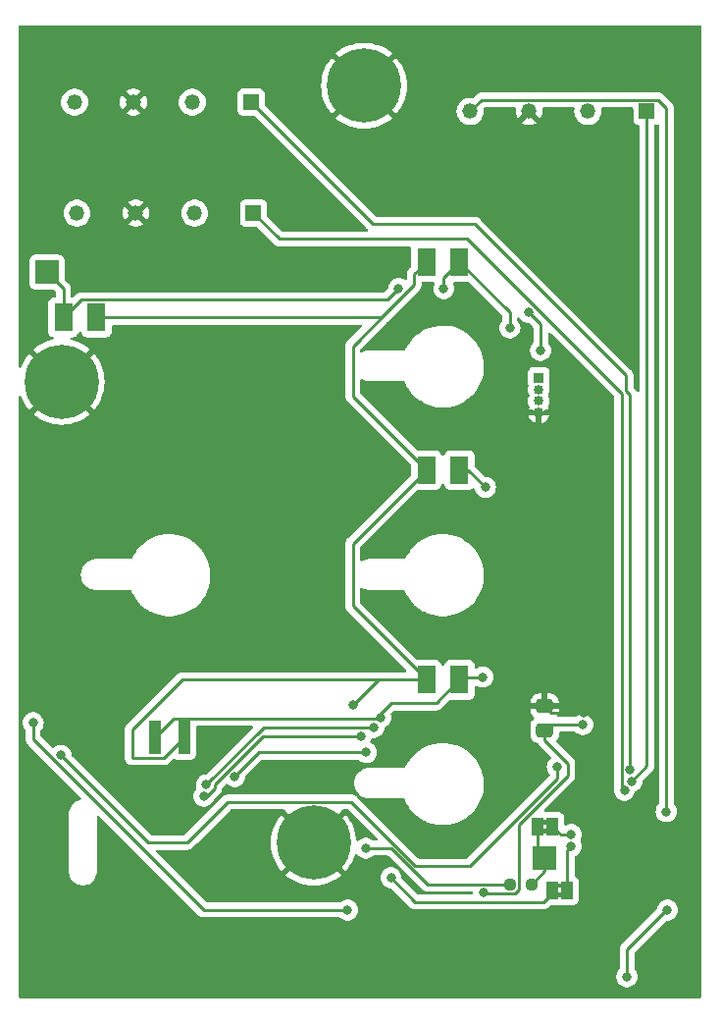
<source format=gbr>
%TF.GenerationSoftware,KiCad,Pcbnew,(7.0.0)*%
%TF.CreationDate,2023-03-15T21:07:42-04:00*%
%TF.ProjectId,headunit_controls,68656164-756e-4697-945f-636f6e74726f,rev?*%
%TF.SameCoordinates,Original*%
%TF.FileFunction,Copper,L1,Top*%
%TF.FilePolarity,Positive*%
%FSLAX46Y46*%
G04 Gerber Fmt 4.6, Leading zero omitted, Abs format (unit mm)*
G04 Created by KiCad (PCBNEW (7.0.0)) date 2023-03-15 21:07:42*
%MOMM*%
%LPD*%
G01*
G04 APERTURE LIST*
G04 Aperture macros list*
%AMRoundRect*
0 Rectangle with rounded corners*
0 $1 Rounding radius*
0 $2 $3 $4 $5 $6 $7 $8 $9 X,Y pos of 4 corners*
0 Add a 4 corners polygon primitive as box body*
4,1,4,$2,$3,$4,$5,$6,$7,$8,$9,$2,$3,0*
0 Add four circle primitives for the rounded corners*
1,1,$1+$1,$2,$3*
1,1,$1+$1,$4,$5*
1,1,$1+$1,$6,$7*
1,1,$1+$1,$8,$9*
0 Add four rect primitives between the rounded corners*
20,1,$1+$1,$2,$3,$4,$5,0*
20,1,$1+$1,$4,$5,$6,$7,0*
20,1,$1+$1,$6,$7,$8,$9,0*
20,1,$1+$1,$8,$9,$2,$3,0*%
G04 Aperture macros list end*
%TA.AperFunction,SMDPad,CuDef*%
%ADD10R,1.600000X2.400000*%
%TD*%
%TA.AperFunction,ComponentPad*%
%ADD11C,6.400000*%
%TD*%
%TA.AperFunction,SMDPad,CuDef*%
%ADD12R,1.000000X1.500000*%
%TD*%
%TA.AperFunction,ComponentPad*%
%ADD13R,0.850000X0.850000*%
%TD*%
%TA.AperFunction,ComponentPad*%
%ADD14O,0.850000X0.850000*%
%TD*%
%TA.AperFunction,SMDPad,CuDef*%
%ADD15RoundRect,0.250000X0.475000X-0.337500X0.475000X0.337500X-0.475000X0.337500X-0.475000X-0.337500X0*%
%TD*%
%TA.AperFunction,SMDPad,CuDef*%
%ADD16RoundRect,0.237500X0.250000X0.237500X-0.250000X0.237500X-0.250000X-0.237500X0.250000X-0.237500X0*%
%TD*%
%TA.AperFunction,SMDPad,CuDef*%
%ADD17R,2.000000X2.000000*%
%TD*%
%TA.AperFunction,SMDPad,CuDef*%
%ADD18R,1.100000X2.850000*%
%TD*%
%TA.AperFunction,ComponentPad*%
%ADD19R,1.320000X1.320000*%
%TD*%
%TA.AperFunction,ComponentPad*%
%ADD20C,1.320000*%
%TD*%
%TA.AperFunction,ViaPad*%
%ADD21C,0.800000*%
%TD*%
%TA.AperFunction,Conductor*%
%ADD22C,0.250000*%
%TD*%
G04 APERTURE END LIST*
%TO.C,JP1*%
G36*
X145900000Y-169900000D02*
G01*
X145400000Y-169900000D01*
X145400000Y-169500000D01*
X145900000Y-169500000D01*
X145900000Y-169900000D01*
G37*
G36*
X145900000Y-169100000D02*
G01*
X145400000Y-169100000D01*
X145400000Y-168700000D01*
X145900000Y-168700000D01*
X145900000Y-169100000D01*
G37*
%TO.C,JP2*%
G36*
X147150000Y-174600000D02*
G01*
X146650000Y-174600000D01*
X146650000Y-174200000D01*
X147150000Y-174200000D01*
X147150000Y-174600000D01*
G37*
G36*
X147150000Y-175400000D02*
G01*
X146650000Y-175400000D01*
X146650000Y-175000000D01*
X147150000Y-175000000D01*
X147150000Y-175400000D01*
G37*
%TD*%
D10*
%TO.P,BAS_LED,1,K*%
%TO.N,Net-(BAS_LED1-K)*%
X138246999Y-120599999D03*
%TO.P,BAS_LED,2,A*%
%TO.N,Net-(BAS_LED1-A)*%
X135396999Y-120599999D03*
%TD*%
D11*
%TO.P,M3_1,1,1*%
%TO.N,GND*%
X130010000Y-105413000D03*
%TD*%
D12*
%TO.P,JP1,1,A*%
%TO.N,LED_Feed*%
X146299999Y-169299999D03*
%TO.P,JP1,2,B*%
%TO.N,Net-(Expansion_LED_GND1-Pin_1)*%
X144999999Y-169299999D03*
%TD*%
D10*
%TO.P,TRE_LED,1,K*%
%TO.N,Net-(BAS_LED1-K)*%
X138246999Y-156649999D03*
%TO.P,TRE_LED,2,A*%
%TO.N,Net-(BAS_LED1-A)*%
X135396999Y-156649999D03*
%TD*%
D13*
%TO.P,LCD_CTRL,1,Pin_1*%
%TO.N,/SCREEN_RST*%
X145099999Y-130599999D03*
D14*
%TO.P,LCD_CTRL,2,Pin_2*%
%TO.N,/SCREEN_CLK*%
X145099999Y-131599999D03*
%TO.P,LCD_CTRL,3,Pin_3*%
%TO.N,/SCREEN_DIO*%
X145099999Y-132599999D03*
%TO.P,LCD_CTRL,4,Pin_4*%
%TO.N,GND*%
X145099999Y-133599999D03*
%TD*%
D15*
%TO.P,C1,1*%
%TO.N,BTFR_BALL_CON*%
X145600000Y-161000000D03*
%TO.P,C1,2*%
%TO.N,GND*%
X145600000Y-158925000D03*
%TD*%
D16*
%TO.P,R1,1*%
%TO.N,Net-(Expansion_LED_GND1-Pin_1)*%
X144450000Y-174300000D03*
%TO.P,R1,2*%
%TO.N,Net-(BAS_LED1-A)*%
X142625000Y-174300000D03*
%TD*%
D12*
%TO.P,JP2,1,A*%
%TO.N,Net-(BAS_LED1-K)*%
X146249999Y-174799999D03*
%TO.P,JP2,2,B*%
%TO.N,LED_GND*%
X147549999Y-174799999D03*
%TD*%
D17*
%TO.P,LED_VCC_EX,1,Pin_1*%
%TO.N,Net-(BAS_LED1-K)*%
X102649999Y-121499999D03*
%TD*%
D10*
%TO.P,Vol_Text_LED,1,K*%
%TO.N,Net-(BAS_LED1-K)*%
X104074999Y-125399999D03*
%TO.P,Vol_Text_LED,2,A*%
%TO.N,Net-(BAS_LED1-A)*%
X106924999Y-125399999D03*
%TD*%
D18*
%TO.P,Vol_Knob_LED,1,K*%
%TO.N,Net-(BAS_LED1-K)*%
X111942999Y-161632999D03*
%TO.P,Vol_Knob_LED,2,A*%
%TO.N,Net-(BAS_LED1-A)*%
X114482999Y-161632999D03*
%TD*%
D17*
%TO.P,LED_GND_EX,1,Pin_1*%
%TO.N,Net-(Expansion_LED_GND1-Pin_1)*%
X145599999Y-172049999D03*
%TD*%
D11*
%TO.P,M3_3,1,1*%
%TO.N,GND*%
X125656000Y-170706000D03*
%TD*%
D10*
%TO.P,FAD_LED,1,K*%
%TO.N,Net-(BAS_LED1-K)*%
X138246999Y-138549999D03*
%TO.P,FAD_LED,2,A*%
%TO.N,Net-(BAS_LED1-A)*%
X135396999Y-138549999D03*
%TD*%
D11*
%TO.P,M3_2,1,1*%
%TO.N,GND*%
X103909000Y-130945000D03*
%TD*%
D19*
%TO.P,CD_relay1,1,Contact_A*%
%TO.N,15*%
X120269999Y-106824999D03*
D20*
%TO.P,CD_relay1,2,Coil_A*%
%TO.N,CD_button*%
X115190000Y-106825000D03*
%TO.P,CD_relay1,3,Coil_B*%
%TO.N,GND*%
X110110000Y-106825000D03*
%TO.P,CD_relay1,4,Contact_B*%
%TO.N,22*%
X105030000Y-106825000D03*
%TD*%
D19*
%TO.P,Am/fm_button1,1,Contact_A*%
%TO.N,16*%
X154419999Y-107624999D03*
D20*
%TO.P,Am/fm_button1,2,Coil_A*%
%TO.N,AMFM_button*%
X149340000Y-107625000D03*
%TO.P,Am/fm_button1,3,Coil_B*%
%TO.N,GND*%
X144260000Y-107625000D03*
%TO.P,Am/fm_button1,4,Contact_B*%
%TO.N,22*%
X139180000Y-107625000D03*
%TD*%
D19*
%TO.P,Scan_relay1,1,Contact_A*%
%TO.N,18*%
X120479999Y-116399999D03*
D20*
%TO.P,Scan_relay1,2,Coil_A*%
%TO.N,SCAN_button*%
X115400000Y-116400000D03*
%TO.P,Scan_relay1,3,Coil_B*%
%TO.N,GND*%
X110320000Y-116400000D03*
%TO.P,Scan_relay1,4,Contact_B*%
%TO.N,22*%
X105240000Y-116400000D03*
%TD*%
D21*
%TO.N,Net-(BAS_LED1-K)*%
X140500000Y-140050000D03*
%TO.N,GND*%
X148950000Y-159500000D03*
%TO.N,16*%
X153125500Y-165392883D03*
%TO.N,LED_Feed*%
X147900000Y-170000000D03*
%TO.N,Net-(BAS_LED1-A)*%
X130184390Y-171170648D03*
X129100000Y-158800000D03*
%TO.N,15*%
X152970500Y-164400000D03*
%TO.N,CD_button*%
X144236201Y-124963799D03*
X145250000Y-128250000D03*
%TO.N,Net-(BAS_LED1-K)*%
X142600000Y-126300000D03*
X140250000Y-156400000D03*
X136900000Y-122900000D03*
X132340940Y-173713173D03*
X133000000Y-122900000D03*
X131450000Y-159883000D03*
%TO.N,TRE*%
X156200000Y-176500000D03*
X152700000Y-182250000D03*
%TO.N,Vol_buttonB*%
X130200000Y-162900000D03*
X118848682Y-164975916D03*
%TO.N,18*%
X152487786Y-166162509D03*
%TO.N,Net-(J1-Pin_6)*%
X128600000Y-176500000D03*
X101450000Y-160350000D03*
%TO.N,BTFR_BALL_CON*%
X148900000Y-160500000D03*
X140350000Y-174950000D03*
%TO.N,Vol_encA*%
X116408569Y-165710234D03*
X130850000Y-160750000D03*
%TO.N,Vol_encB*%
X129750000Y-161500000D03*
X116186195Y-166684685D03*
%TO.N,Net-(J2-Pin_4)*%
X103850000Y-163150000D03*
X146700000Y-164150000D03*
%TO.N,LED_GND*%
X147905303Y-170999488D03*
%TO.N,22*%
X156100000Y-168000000D03*
%TD*%
D22*
%TO.N,Net-(BAS_LED1-K)*%
X139000000Y-138550000D02*
X140500000Y-140050000D01*
X138247000Y-138550000D02*
X139000000Y-138550000D01*
%TO.N,GND*%
X146175000Y-159500000D02*
X145600000Y-158925000D01*
X148950000Y-159500000D02*
X146175000Y-159500000D01*
%TO.N,16*%
X154420000Y-107625000D02*
X154420000Y-164098383D01*
X154420000Y-164098383D02*
X153125500Y-165392883D01*
%TO.N,LED_Feed*%
X147900000Y-170000000D02*
X147000000Y-170000000D01*
X147000000Y-170000000D02*
X146300000Y-169300000D01*
%TO.N,Net-(BAS_LED1-A)*%
X131300000Y-156650000D02*
X135397000Y-156650000D01*
X135397000Y-156650000D02*
X129047566Y-150300566D01*
X129047566Y-150300566D02*
X129047566Y-144899434D01*
X129049501Y-132202501D02*
X129049501Y-127875097D01*
X131250000Y-156650000D02*
X131300000Y-156650000D01*
X134347499Y-122577099D02*
X134347499Y-121649501D01*
X131524598Y-125400000D02*
X106925000Y-125400000D01*
X114301000Y-156650000D02*
X131300000Y-156650000D01*
X114483000Y-161633000D02*
X112733000Y-163383000D01*
X129100000Y-158800000D02*
X131250000Y-156650000D01*
X135397000Y-138550000D02*
X129049501Y-132202501D01*
X135494049Y-174276501D02*
X132388196Y-171170648D01*
X110000000Y-160951000D02*
X114301000Y-156650000D01*
X142601501Y-174276501D02*
X135494049Y-174276501D01*
X112733000Y-163383000D02*
X110000000Y-163383000D01*
X129049501Y-127875097D02*
X134347499Y-122577099D01*
X129047566Y-144899434D02*
X135397000Y-138550000D01*
X110000000Y-163383000D02*
X110000000Y-160951000D01*
X134347499Y-122577099D02*
X131524598Y-125400000D01*
X134347499Y-121649501D02*
X135397000Y-120600000D01*
X132388196Y-171170648D02*
X130184390Y-171170648D01*
%TO.N,15*%
X120270000Y-106825000D02*
X130795499Y-117350499D01*
X130795499Y-117350499D02*
X139586189Y-117350499D01*
X152624500Y-131691810D02*
X152970500Y-132037810D01*
X152970500Y-132037810D02*
X152970500Y-164400000D01*
X139586189Y-117350499D02*
X152624500Y-130388810D01*
X152624500Y-130388810D02*
X152624500Y-131691810D01*
%TO.N,CD_button*%
X145250000Y-128250000D02*
X145250000Y-125977598D01*
X145250000Y-125977598D02*
X144236201Y-124963799D01*
%TO.N,Net-(BAS_LED1-K)*%
X131450000Y-159883000D02*
X131450000Y-159550000D01*
X104075000Y-125400000D02*
X104075000Y-122925000D01*
X136247000Y-158650000D02*
X138247000Y-156650000D01*
X111943000Y-161633000D02*
X113620000Y-159956000D01*
X142600000Y-124953000D02*
X138247000Y-120600000D01*
X145500000Y-175800000D02*
X134427767Y-175800000D01*
X104075000Y-125400000D02*
X105600000Y-123875000D01*
X136900000Y-122900000D02*
X136900000Y-121947000D01*
X136900000Y-121947000D02*
X138247000Y-120600000D01*
X131377000Y-159956000D02*
X131450000Y-159883000D01*
X113620000Y-159956000D02*
X131377000Y-159956000D01*
X146250000Y-175050000D02*
X145500000Y-175800000D01*
X105600000Y-123875000D02*
X132025000Y-123875000D01*
X131450000Y-159550000D02*
X132350000Y-158650000D01*
X140250000Y-156400000D02*
X138497000Y-156400000D01*
X134427767Y-175800000D02*
X132340940Y-173713173D01*
X132350000Y-158650000D02*
X136247000Y-158650000D01*
X132025000Y-123875000D02*
X133000000Y-122900000D01*
X142600000Y-126300000D02*
X142600000Y-124953000D01*
X104075000Y-122925000D02*
X102650000Y-121500000D01*
%TO.N,Net-(Expansion_LED_GND1-Pin_1)*%
X145000000Y-169300000D02*
X145000000Y-171450000D01*
X144450000Y-174300000D02*
X145600000Y-173150000D01*
X145600000Y-173150000D02*
X145600000Y-172050000D01*
%TO.N,TRE*%
X152700000Y-179900000D02*
X156100000Y-176500000D01*
X152700000Y-182250000D02*
X152700000Y-179900000D01*
X156100000Y-176500000D02*
X156200000Y-176500000D01*
%TO.N,Vol_buttonB*%
X130200000Y-162900000D02*
X120924598Y-162900000D01*
X120924598Y-162900000D02*
X118848682Y-164975916D01*
%TO.N,18*%
X152246000Y-165920723D02*
X152487786Y-166162509D01*
X120480000Y-116400000D02*
X122705499Y-118625499D01*
X152246000Y-131949000D02*
X152246000Y-165920723D01*
X122705499Y-118625499D02*
X138922499Y-118625499D01*
X138922499Y-118625499D02*
X152246000Y-131949000D01*
%TO.N,Net-(J1-Pin_6)*%
X101450000Y-160350000D02*
X101450000Y-161774598D01*
X116175402Y-176500000D02*
X128600000Y-176500000D01*
X101450000Y-161774598D02*
X116175402Y-176500000D01*
%TO.N,BTFR_BALL_CON*%
X143400000Y-169146000D02*
X143400000Y-174704758D01*
X145600000Y-161000000D02*
X145600000Y-161850000D01*
X146100000Y-160500000D02*
X145600000Y-161000000D01*
X143400000Y-174704758D02*
X143077758Y-175027000D01*
X143077758Y-175027000D02*
X140427000Y-175027000D01*
X140427000Y-175027000D02*
X140350000Y-174950000D01*
X147600000Y-163850000D02*
X147600000Y-164946000D01*
X148900000Y-160500000D02*
X146100000Y-160500000D01*
X147600000Y-164946000D02*
X143400000Y-169146000D01*
X145600000Y-161850000D02*
X147600000Y-163850000D01*
%TO.N,Vol_encA*%
X130850000Y-160750000D02*
X121368803Y-160750000D01*
X121368803Y-160750000D02*
X116408569Y-165710234D01*
%TO.N,Vol_encB*%
X116458716Y-166684685D02*
X116186195Y-166684685D01*
X117133069Y-165666931D02*
X117133069Y-166010332D01*
X121300000Y-161500000D02*
X117133069Y-165666931D01*
X117133069Y-166010332D02*
X116458716Y-166684685D01*
X129750000Y-161500000D02*
X121300000Y-161500000D01*
%TO.N,Net-(J2-Pin_4)*%
X114750098Y-170674500D02*
X111374500Y-170674500D01*
X146700000Y-164150000D02*
X146700000Y-165150000D01*
X111374500Y-170674500D02*
X103850000Y-163150000D01*
X139150000Y-172700000D02*
X134450000Y-172700000D01*
X128931000Y-167181000D02*
X118243598Y-167181000D01*
X134450000Y-172700000D02*
X128931000Y-167181000D01*
X146700000Y-165150000D02*
X139150000Y-172700000D01*
X118243598Y-167181000D02*
X114750098Y-170674500D01*
%TO.N,LED_GND*%
X147550000Y-171354791D02*
X147905303Y-170999488D01*
X147550000Y-174800000D02*
X147550000Y-171354791D01*
%TO.N,22*%
X140165000Y-106640000D02*
X155405000Y-106640000D01*
X155405000Y-106640000D02*
X156100000Y-107335000D01*
X139180000Y-107625000D02*
X140165000Y-106640000D01*
X156100000Y-107335000D02*
X156100000Y-168000000D01*
%TD*%
%TA.AperFunction,Conductor*%
%TO.N,GND*%
G36*
X159081500Y-100217113D02*
G01*
X159126887Y-100262500D01*
X159143500Y-100324500D01*
X159143500Y-183975500D01*
X159126887Y-184037500D01*
X159081500Y-184082887D01*
X159019500Y-184099500D01*
X100324500Y-184099500D01*
X100262500Y-184082887D01*
X100217113Y-184037500D01*
X100200500Y-183975500D01*
X100200500Y-182250000D01*
X151786496Y-182250000D01*
X151787175Y-182256460D01*
X151805778Y-182433467D01*
X151805779Y-182433475D01*
X151806458Y-182439928D01*
X151808463Y-182446100D01*
X151808465Y-182446107D01*
X151863465Y-182615377D01*
X151865473Y-182621556D01*
X151960960Y-182786944D01*
X152088747Y-182928866D01*
X152093997Y-182932680D01*
X152094000Y-182932683D01*
X152236863Y-183036479D01*
X152243248Y-183041118D01*
X152417712Y-183118794D01*
X152424070Y-183120145D01*
X152424072Y-183120146D01*
X152460874Y-183127968D01*
X152604513Y-183158500D01*
X152788984Y-183158500D01*
X152795487Y-183158500D01*
X152982288Y-183118794D01*
X153156752Y-183041118D01*
X153311253Y-182928866D01*
X153439040Y-182786944D01*
X153534527Y-182621556D01*
X153593542Y-182439928D01*
X153613504Y-182250000D01*
X153593542Y-182060072D01*
X153534527Y-181878444D01*
X153439040Y-181713056D01*
X153365349Y-181631214D01*
X153341736Y-181592681D01*
X153333500Y-181548243D01*
X153333500Y-180213766D01*
X153342939Y-180166313D01*
X153369819Y-180126085D01*
X156051084Y-177444819D01*
X156091312Y-177417939D01*
X156138765Y-177408500D01*
X156288984Y-177408500D01*
X156295487Y-177408500D01*
X156482288Y-177368794D01*
X156656752Y-177291118D01*
X156811253Y-177178866D01*
X156939040Y-177036944D01*
X157034527Y-176871556D01*
X157093542Y-176689928D01*
X157113504Y-176500000D01*
X157099044Y-176362424D01*
X157094221Y-176316532D01*
X157094220Y-176316531D01*
X157093542Y-176310072D01*
X157034527Y-176128444D01*
X156939040Y-175963056D01*
X156811253Y-175821134D01*
X156806003Y-175817319D01*
X156805999Y-175817316D01*
X156662006Y-175712699D01*
X156662004Y-175712697D01*
X156656752Y-175708882D01*
X156650821Y-175706241D01*
X156650817Y-175706239D01*
X156488226Y-175633849D01*
X156488219Y-175633846D01*
X156482288Y-175631206D01*
X156475935Y-175629855D01*
X156475927Y-175629853D01*
X156301849Y-175592852D01*
X156301846Y-175592851D01*
X156295487Y-175591500D01*
X156104513Y-175591500D01*
X156098154Y-175592851D01*
X156098150Y-175592852D01*
X155924072Y-175629853D01*
X155924061Y-175629856D01*
X155917712Y-175631206D01*
X155911782Y-175633845D01*
X155911773Y-175633849D01*
X155749182Y-175706239D01*
X155749174Y-175706243D01*
X155743248Y-175708882D01*
X155737999Y-175712695D01*
X155737993Y-175712699D01*
X155594000Y-175817316D01*
X155593991Y-175817323D01*
X155588747Y-175821134D01*
X155584403Y-175825957D01*
X155584400Y-175825961D01*
X155465307Y-175958228D01*
X155460960Y-175963056D01*
X155457714Y-175968676D01*
X155457711Y-175968682D01*
X155368721Y-176122817D01*
X155368718Y-176122822D01*
X155365473Y-176128444D01*
X155363467Y-176134616D01*
X155363465Y-176134622D01*
X155316660Y-176278674D01*
X155306458Y-176310072D01*
X155305779Y-176316522D01*
X155305778Y-176316532D01*
X155300763Y-176364253D01*
X155289362Y-176404674D01*
X155265123Y-176438971D01*
X152307793Y-179396300D01*
X152299444Y-179403898D01*
X152292982Y-179408000D01*
X152287641Y-179413686D01*
X152287639Y-179413689D01*
X152246339Y-179457668D01*
X152243634Y-179460460D01*
X152223865Y-179480230D01*
X152221481Y-179483302D01*
X152221478Y-179483306D01*
X152221322Y-179483508D01*
X152213752Y-179492370D01*
X152183414Y-179524679D01*
X152179659Y-179531507D01*
X152179658Y-179531510D01*
X152173579Y-179542567D01*
X152162903Y-179558819D01*
X152155168Y-179568791D01*
X152155160Y-179568802D01*
X152150386Y-179574959D01*
X152147291Y-179582110D01*
X152147288Y-179582116D01*
X152132786Y-179615628D01*
X152127648Y-179626115D01*
X152110065Y-179658098D01*
X152110061Y-179658106D01*
X152106305Y-179664940D01*
X152104366Y-179672491D01*
X152104363Y-179672499D01*
X152101225Y-179684722D01*
X152094926Y-179703119D01*
X152086819Y-179721855D01*
X152085599Y-179729553D01*
X152085598Y-179729559D01*
X152079888Y-179765611D01*
X152077520Y-179777045D01*
X152068438Y-179812417D01*
X152068436Y-179812426D01*
X152066500Y-179819970D01*
X152066500Y-179827766D01*
X152066500Y-179840385D01*
X152064972Y-179859783D01*
X152061780Y-179879943D01*
X152062514Y-179887708D01*
X152062514Y-179887711D01*
X152065950Y-179924058D01*
X152066500Y-179935727D01*
X152066500Y-181548243D01*
X152058264Y-181592681D01*
X152034650Y-181631214D01*
X151960960Y-181713056D01*
X151957714Y-181718676D01*
X151957711Y-181718682D01*
X151868721Y-181872817D01*
X151868718Y-181872822D01*
X151865473Y-181878444D01*
X151863467Y-181884616D01*
X151863465Y-181884622D01*
X151808465Y-182053892D01*
X151808463Y-182053901D01*
X151806458Y-182060072D01*
X151805780Y-182066522D01*
X151805778Y-182066532D01*
X151787778Y-182237795D01*
X151786496Y-182250000D01*
X100200500Y-182250000D01*
X100200500Y-160350000D01*
X100536496Y-160350000D01*
X100537175Y-160356460D01*
X100555778Y-160533467D01*
X100555779Y-160533475D01*
X100556458Y-160539928D01*
X100558463Y-160546100D01*
X100558465Y-160546107D01*
X100607204Y-160696107D01*
X100615473Y-160721556D01*
X100618720Y-160727180D01*
X100618721Y-160727182D01*
X100702075Y-160871556D01*
X100710960Y-160886944D01*
X100758667Y-160939928D01*
X100784650Y-160968785D01*
X100808264Y-161007319D01*
X100816500Y-161051757D01*
X100816500Y-161695752D01*
X100815968Y-161707035D01*
X100814298Y-161714507D01*
X100814543Y-161722303D01*
X100814543Y-161722305D01*
X100816439Y-161782615D01*
X100816500Y-161786511D01*
X100816500Y-161814454D01*
X100816988Y-161818319D01*
X100816989Y-161818330D01*
X100817019Y-161818568D01*
X100817934Y-161830194D01*
X100819081Y-161866694D01*
X100819082Y-161866701D01*
X100819327Y-161874487D01*
X100821500Y-161881968D01*
X100821502Y-161881978D01*
X100825022Y-161894093D01*
X100828967Y-161913140D01*
X100831526Y-161933395D01*
X100834395Y-161940643D01*
X100834398Y-161940652D01*
X100847838Y-161974599D01*
X100851621Y-161985646D01*
X100863982Y-162028191D01*
X100867953Y-162034906D01*
X100867954Y-162034908D01*
X100874375Y-162045766D01*
X100882930Y-162063229D01*
X100890448Y-162082215D01*
X100895030Y-162088522D01*
X100895031Y-162088523D01*
X100916491Y-162118060D01*
X100922905Y-162127825D01*
X100945458Y-162165960D01*
X100950975Y-162171477D01*
X100950976Y-162171478D01*
X100959889Y-162180391D01*
X100972525Y-162195186D01*
X100979938Y-162205389D01*
X100979943Y-162205394D01*
X100984528Y-162211705D01*
X100991311Y-162217316D01*
X101018667Y-162239947D01*
X101027308Y-162247810D01*
X105576621Y-166797123D01*
X105609386Y-166855331D01*
X105607201Y-166922091D01*
X105570699Y-166978032D01*
X105510473Y-167006920D01*
X105453932Y-167016889D01*
X105442101Y-167018976D01*
X105437012Y-167020828D01*
X105437009Y-167020829D01*
X105249793Y-167088970D01*
X105249787Y-167088972D01*
X105244709Y-167090821D01*
X105240030Y-167093522D01*
X105240020Y-167093527D01*
X105067485Y-167193140D01*
X105067477Y-167193145D01*
X105062791Y-167195851D01*
X105058643Y-167199330D01*
X105058638Y-167199335D01*
X104906021Y-167327397D01*
X104906015Y-167327402D01*
X104901876Y-167330876D01*
X104898402Y-167335015D01*
X104898397Y-167335021D01*
X104770335Y-167487638D01*
X104770330Y-167487643D01*
X104766851Y-167491791D01*
X104764145Y-167496477D01*
X104764140Y-167496485D01*
X104664527Y-167669020D01*
X104664522Y-167669030D01*
X104661821Y-167673709D01*
X104659972Y-167678787D01*
X104659970Y-167678793D01*
X104603031Y-167835233D01*
X104589976Y-167871101D01*
X104589036Y-167876430D01*
X104589034Y-167876439D01*
X104558782Y-168048011D01*
X104553500Y-168077970D01*
X104553500Y-168160410D01*
X104553500Y-173143118D01*
X104553500Y-173183000D01*
X104553500Y-173288030D01*
X104554439Y-173293360D01*
X104554440Y-173293362D01*
X104589034Y-173489560D01*
X104589035Y-173489566D01*
X104589976Y-173494899D01*
X104591829Y-173499990D01*
X104625154Y-173591551D01*
X104661821Y-173692291D01*
X104664524Y-173696973D01*
X104664527Y-173696979D01*
X104722098Y-173796695D01*
X104766851Y-173874209D01*
X104796279Y-173909280D01*
X104854043Y-173978120D01*
X104901876Y-174035124D01*
X105062791Y-174170149D01*
X105244709Y-174275179D01*
X105442101Y-174347024D01*
X105648970Y-174383500D01*
X105853616Y-174383500D01*
X105859030Y-174383500D01*
X106065899Y-174347024D01*
X106263291Y-174275179D01*
X106445209Y-174170149D01*
X106606124Y-174035124D01*
X106741149Y-173874209D01*
X106846179Y-173692291D01*
X106918024Y-173494899D01*
X106954500Y-173288030D01*
X106954500Y-173183000D01*
X106954500Y-173143118D01*
X106954500Y-168474364D01*
X106968015Y-168418069D01*
X107005615Y-168374046D01*
X107059102Y-168351891D01*
X107116818Y-168356433D01*
X107166181Y-168386683D01*
X115671696Y-176892198D01*
X115679298Y-176900551D01*
X115683402Y-176907018D01*
X115689092Y-176912361D01*
X115733069Y-176953658D01*
X115735867Y-176956369D01*
X115755632Y-176976134D01*
X115758886Y-176978658D01*
X115767769Y-176986244D01*
X115800081Y-177016586D01*
X115806919Y-177020345D01*
X115817970Y-177026421D01*
X115834232Y-177037103D01*
X115844190Y-177044827D01*
X115844194Y-177044829D01*
X115850361Y-177049613D01*
X115857521Y-177052711D01*
X115857524Y-177052713D01*
X115891016Y-177067206D01*
X115901509Y-177072346D01*
X115940342Y-177093695D01*
X115960120Y-177098773D01*
X115978522Y-177105074D01*
X115988399Y-177109347D01*
X115997257Y-177113181D01*
X116041023Y-177120112D01*
X116052443Y-177122477D01*
X116095372Y-177133500D01*
X116115787Y-177133500D01*
X116135185Y-177135027D01*
X116155345Y-177138220D01*
X116193878Y-177134577D01*
X116199460Y-177134050D01*
X116211129Y-177133500D01*
X127892691Y-177133500D01*
X127943126Y-177144220D01*
X127979021Y-177170299D01*
X127979571Y-177169690D01*
X127984400Y-177174038D01*
X127988747Y-177178866D01*
X127993997Y-177182680D01*
X127994000Y-177182683D01*
X128136863Y-177286479D01*
X128143248Y-177291118D01*
X128317712Y-177368794D01*
X128324070Y-177370145D01*
X128324072Y-177370146D01*
X128360874Y-177377968D01*
X128504513Y-177408500D01*
X128688984Y-177408500D01*
X128695487Y-177408500D01*
X128882288Y-177368794D01*
X129056752Y-177291118D01*
X129211253Y-177178866D01*
X129339040Y-177036944D01*
X129434527Y-176871556D01*
X129493542Y-176689928D01*
X129513504Y-176500000D01*
X129499044Y-176362424D01*
X129494221Y-176316532D01*
X129494220Y-176316531D01*
X129493542Y-176310072D01*
X129434527Y-176128444D01*
X129339040Y-175963056D01*
X129211253Y-175821134D01*
X129206003Y-175817319D01*
X129205999Y-175817316D01*
X129062006Y-175712699D01*
X129062004Y-175712697D01*
X129056752Y-175708882D01*
X129050821Y-175706241D01*
X129050817Y-175706239D01*
X128888226Y-175633849D01*
X128888219Y-175633846D01*
X128882288Y-175631206D01*
X128875935Y-175629855D01*
X128875927Y-175629853D01*
X128701849Y-175592852D01*
X128701846Y-175592851D01*
X128695487Y-175591500D01*
X128504513Y-175591500D01*
X128498154Y-175592851D01*
X128498150Y-175592852D01*
X128324072Y-175629853D01*
X128324061Y-175629856D01*
X128317712Y-175631206D01*
X128311782Y-175633845D01*
X128311773Y-175633849D01*
X128149182Y-175706239D01*
X128149174Y-175706243D01*
X128143248Y-175708882D01*
X128137999Y-175712695D01*
X128137993Y-175712699D01*
X127994000Y-175817316D01*
X127993991Y-175817323D01*
X127988747Y-175821134D01*
X127984402Y-175825958D01*
X127979571Y-175830310D01*
X127979021Y-175829700D01*
X127943126Y-175855780D01*
X127892691Y-175866500D01*
X116489169Y-175866500D01*
X116441716Y-175857061D01*
X116401488Y-175830181D01*
X114065913Y-173494606D01*
X123226305Y-173494606D01*
X123234191Y-173505869D01*
X123475684Y-173701425D01*
X123480938Y-173705242D01*
X123800733Y-173912920D01*
X123806354Y-173916166D01*
X124146116Y-174089283D01*
X124152040Y-174091920D01*
X124508044Y-174228578D01*
X124514197Y-174230577D01*
X124882537Y-174329273D01*
X124888879Y-174330621D01*
X125265508Y-174390273D01*
X125271951Y-174390950D01*
X125652756Y-174410908D01*
X125659244Y-174410908D01*
X126040048Y-174390950D01*
X126046491Y-174390273D01*
X126423120Y-174330621D01*
X126429462Y-174329273D01*
X126797802Y-174230577D01*
X126803955Y-174228578D01*
X127159959Y-174091920D01*
X127165883Y-174089283D01*
X127505645Y-173916166D01*
X127511266Y-173912920D01*
X127831061Y-173705242D01*
X127836315Y-173701425D01*
X128077806Y-173505870D01*
X128085693Y-173494606D01*
X128079027Y-173482580D01*
X125667542Y-171071095D01*
X125656000Y-171064431D01*
X125644457Y-171071095D01*
X123232971Y-173482580D01*
X123226305Y-173494606D01*
X114065913Y-173494606D01*
X112090988Y-171519681D01*
X112060738Y-171470318D01*
X112056196Y-171412602D01*
X112078351Y-171359115D01*
X112122374Y-171321515D01*
X112178669Y-171308000D01*
X114671252Y-171308000D01*
X114682535Y-171308531D01*
X114690007Y-171310202D01*
X114758115Y-171308060D01*
X114762011Y-171308000D01*
X114786056Y-171308000D01*
X114789954Y-171308000D01*
X114793822Y-171307511D01*
X114794045Y-171307483D01*
X114805706Y-171306564D01*
X114849987Y-171305173D01*
X114869588Y-171299477D01*
X114888639Y-171295532D01*
X114908895Y-171292974D01*
X114940120Y-171280610D01*
X114950091Y-171276663D01*
X114961141Y-171272879D01*
X115003691Y-171260518D01*
X115021263Y-171250125D01*
X115038730Y-171241568D01*
X115057715Y-171234052D01*
X115093573Y-171207998D01*
X115103321Y-171201596D01*
X115141460Y-171179042D01*
X115155891Y-171164610D01*
X115170686Y-171151972D01*
X115187205Y-171139972D01*
X115215458Y-171105818D01*
X115223301Y-171097199D01*
X115611256Y-170709244D01*
X121951092Y-170709244D01*
X121971049Y-171090048D01*
X121971726Y-171096491D01*
X122031378Y-171473120D01*
X122032726Y-171479462D01*
X122131422Y-171847802D01*
X122133421Y-171853955D01*
X122270079Y-172209959D01*
X122272716Y-172215883D01*
X122445833Y-172555645D01*
X122449079Y-172561266D01*
X122656757Y-172881061D01*
X122660574Y-172886315D01*
X122856129Y-173127807D01*
X122867392Y-173135693D01*
X122879418Y-173129027D01*
X125290904Y-170717542D01*
X125297568Y-170706000D01*
X125290904Y-170694457D01*
X122879418Y-168282971D01*
X122867393Y-168276305D01*
X122856127Y-168284194D01*
X122660578Y-168525678D01*
X122656756Y-168530939D01*
X122449079Y-168850733D01*
X122445833Y-168856354D01*
X122272716Y-169196116D01*
X122270079Y-169202040D01*
X122133421Y-169558044D01*
X122131422Y-169564197D01*
X122032726Y-169932537D01*
X122031378Y-169938879D01*
X121971726Y-170315508D01*
X121971049Y-170321951D01*
X121951092Y-170702756D01*
X121951092Y-170709244D01*
X115611256Y-170709244D01*
X118469683Y-167850819D01*
X118509912Y-167823939D01*
X118557365Y-167814500D01*
X123100167Y-167814500D01*
X123164031Y-167832211D01*
X123209652Y-167880284D01*
X123212262Y-167892059D01*
X123232971Y-167929418D01*
X125644457Y-170340904D01*
X125656000Y-170347568D01*
X125667542Y-170340904D01*
X128079027Y-167929418D01*
X128099736Y-167892059D01*
X128102347Y-167880284D01*
X128147968Y-167832211D01*
X128211832Y-167814500D01*
X128617234Y-167814500D01*
X128664687Y-167823939D01*
X128704915Y-167850819D01*
X131179563Y-170325467D01*
X131209813Y-170374830D01*
X131214355Y-170432546D01*
X131192200Y-170486033D01*
X131148177Y-170523633D01*
X131091882Y-170537148D01*
X130891699Y-170537148D01*
X130841264Y-170526428D01*
X130805368Y-170500348D01*
X130804819Y-170500958D01*
X130799987Y-170496607D01*
X130795643Y-170491782D01*
X130790393Y-170487967D01*
X130790389Y-170487964D01*
X130646396Y-170383347D01*
X130646394Y-170383345D01*
X130641142Y-170379530D01*
X130635211Y-170376889D01*
X130635207Y-170376887D01*
X130472616Y-170304497D01*
X130472609Y-170304494D01*
X130466678Y-170301854D01*
X130460325Y-170300503D01*
X130460317Y-170300501D01*
X130286239Y-170263500D01*
X130286236Y-170263499D01*
X130279877Y-170262148D01*
X130088903Y-170262148D01*
X130082544Y-170263499D01*
X130082540Y-170263500D01*
X129908462Y-170300501D01*
X129908451Y-170300504D01*
X129902102Y-170301854D01*
X129896172Y-170304493D01*
X129896163Y-170304497D01*
X129733572Y-170376887D01*
X129733564Y-170376891D01*
X129727638Y-170379530D01*
X129722389Y-170383343D01*
X129722383Y-170383347D01*
X129578390Y-170487964D01*
X129578381Y-170487971D01*
X129573137Y-170491782D01*
X129568794Y-170496604D01*
X129568792Y-170496607D01*
X129562443Y-170503659D01*
X129514730Y-170536449D01*
X129457331Y-170544004D01*
X129402759Y-170524678D01*
X129362907Y-170482683D01*
X129346465Y-170427173D01*
X129340950Y-170321952D01*
X129340273Y-170315508D01*
X129280621Y-169938879D01*
X129279273Y-169932537D01*
X129180577Y-169564197D01*
X129178578Y-169558044D01*
X129041920Y-169202040D01*
X129039283Y-169196116D01*
X128866166Y-168856354D01*
X128862920Y-168850733D01*
X128655242Y-168530938D01*
X128651425Y-168525684D01*
X128455869Y-168284191D01*
X128444606Y-168276305D01*
X128432580Y-168282971D01*
X126021095Y-170694457D01*
X126014431Y-170706000D01*
X126021095Y-170717542D01*
X128432580Y-173129027D01*
X128444606Y-173135693D01*
X128455870Y-173127806D01*
X128651425Y-172886315D01*
X128655242Y-172881061D01*
X128862920Y-172561266D01*
X128866166Y-172555645D01*
X129039283Y-172215883D01*
X129041920Y-172209959D01*
X129178578Y-171853955D01*
X129180577Y-171847803D01*
X129212686Y-171727969D01*
X129240311Y-171677090D01*
X129288023Y-171644298D01*
X129345423Y-171636741D01*
X129399997Y-171656067D01*
X129439847Y-171698061D01*
X129445350Y-171707592D01*
X129573137Y-171849514D01*
X129578387Y-171853328D01*
X129578390Y-171853331D01*
X129712311Y-171950630D01*
X129727638Y-171961766D01*
X129902102Y-172039442D01*
X129908460Y-172040793D01*
X129908462Y-172040794D01*
X129945264Y-172048616D01*
X130088903Y-172079148D01*
X130273374Y-172079148D01*
X130279877Y-172079148D01*
X130466678Y-172039442D01*
X130641142Y-171961766D01*
X130795643Y-171849514D01*
X130799990Y-171844685D01*
X130804819Y-171840338D01*
X130805368Y-171840947D01*
X130841264Y-171814868D01*
X130891699Y-171804148D01*
X132074430Y-171804148D01*
X132121883Y-171813587D01*
X132162111Y-171840467D01*
X134990343Y-174668699D01*
X134997945Y-174677052D01*
X135002049Y-174683519D01*
X135007739Y-174688862D01*
X135051716Y-174730159D01*
X135054514Y-174732870D01*
X135074279Y-174752635D01*
X135077533Y-174755159D01*
X135086416Y-174762745D01*
X135118728Y-174793087D01*
X135125566Y-174796846D01*
X135136617Y-174802922D01*
X135152879Y-174813604D01*
X135162837Y-174821328D01*
X135162841Y-174821330D01*
X135169008Y-174826114D01*
X135176168Y-174829212D01*
X135176171Y-174829214D01*
X135209663Y-174843707D01*
X135220156Y-174848847D01*
X135258989Y-174870196D01*
X135278767Y-174875274D01*
X135297169Y-174881575D01*
X135308740Y-174886582D01*
X135315904Y-174889682D01*
X135359663Y-174896612D01*
X135371090Y-174898978D01*
X135414019Y-174910001D01*
X135434440Y-174910001D01*
X135453837Y-174911528D01*
X135456503Y-174911950D01*
X135473992Y-174914720D01*
X135518098Y-174910550D01*
X135529767Y-174910001D01*
X139320642Y-174910001D01*
X139378858Y-174924516D01*
X139423444Y-174964663D01*
X139443963Y-175021044D01*
X139444856Y-175029543D01*
X139432984Y-175096860D01*
X139387244Y-175147659D01*
X139321535Y-175166500D01*
X134741533Y-175166500D01*
X134694080Y-175157061D01*
X134653852Y-175130181D01*
X133287561Y-173763889D01*
X133263321Y-173729591D01*
X133251921Y-173689169D01*
X133242197Y-173596654D01*
X133234482Y-173523245D01*
X133175467Y-173341617D01*
X133079980Y-173176229D01*
X132952193Y-173034307D01*
X132946943Y-173030492D01*
X132946939Y-173030489D01*
X132802946Y-172925872D01*
X132802944Y-172925870D01*
X132797692Y-172922055D01*
X132791761Y-172919414D01*
X132791757Y-172919412D01*
X132629166Y-172847022D01*
X132629159Y-172847019D01*
X132623228Y-172844379D01*
X132616875Y-172843028D01*
X132616867Y-172843026D01*
X132442789Y-172806025D01*
X132442786Y-172806024D01*
X132436427Y-172804673D01*
X132245453Y-172804673D01*
X132239094Y-172806024D01*
X132239090Y-172806025D01*
X132065012Y-172843026D01*
X132065001Y-172843029D01*
X132058652Y-172844379D01*
X132052722Y-172847018D01*
X132052713Y-172847022D01*
X131890122Y-172919412D01*
X131890114Y-172919416D01*
X131884188Y-172922055D01*
X131878939Y-172925868D01*
X131878933Y-172925872D01*
X131734940Y-173030489D01*
X131734931Y-173030496D01*
X131729687Y-173034307D01*
X131725343Y-173039130D01*
X131725340Y-173039134D01*
X131607458Y-173170056D01*
X131601900Y-173176229D01*
X131598654Y-173181849D01*
X131598651Y-173181855D01*
X131509661Y-173335990D01*
X131509658Y-173335995D01*
X131506413Y-173341617D01*
X131504407Y-173347789D01*
X131504405Y-173347795D01*
X131449405Y-173517065D01*
X131449403Y-173517074D01*
X131447398Y-173523245D01*
X131446720Y-173529695D01*
X131446718Y-173529705D01*
X131435803Y-173633562D01*
X131427436Y-173713173D01*
X131428115Y-173719633D01*
X131446718Y-173896640D01*
X131446719Y-173896648D01*
X131447398Y-173903101D01*
X131449403Y-173909273D01*
X131449405Y-173909280D01*
X131488948Y-174030978D01*
X131506413Y-174084729D01*
X131509660Y-174090353D01*
X131509661Y-174090355D01*
X131590618Y-174230577D01*
X131601900Y-174250117D01*
X131729687Y-174392039D01*
X131734937Y-174395853D01*
X131734940Y-174395856D01*
X131877803Y-174499652D01*
X131884188Y-174504291D01*
X132058652Y-174581967D01*
X132065010Y-174583318D01*
X132065012Y-174583319D01*
X132101814Y-174591141D01*
X132245453Y-174621673D01*
X132302174Y-174621673D01*
X132349627Y-174631112D01*
X132389855Y-174657992D01*
X133924069Y-176192207D01*
X133931665Y-176200555D01*
X133935767Y-176207018D01*
X133985418Y-176253643D01*
X133988216Y-176256354D01*
X134007997Y-176276135D01*
X134011073Y-176278521D01*
X134011270Y-176278674D01*
X134020150Y-176286259D01*
X134033741Y-176299022D01*
X134052446Y-176316586D01*
X134070332Y-176326418D01*
X134086596Y-176337102D01*
X134096559Y-176344831D01*
X134096562Y-176344833D01*
X134102726Y-176349614D01*
X134109889Y-176352713D01*
X134109890Y-176352714D01*
X134143383Y-176367207D01*
X134153879Y-176372348D01*
X134192707Y-176393695D01*
X134212483Y-176398772D01*
X134230890Y-176405075D01*
X134242458Y-176410081D01*
X134242459Y-176410081D01*
X134249622Y-176413181D01*
X134293388Y-176420112D01*
X134304808Y-176422477D01*
X134347737Y-176433500D01*
X134368152Y-176433500D01*
X134387550Y-176435027D01*
X134407710Y-176438220D01*
X134446243Y-176434577D01*
X134451825Y-176434050D01*
X134463494Y-176433500D01*
X145421154Y-176433500D01*
X145432437Y-176434031D01*
X145439909Y-176435702D01*
X145508017Y-176433560D01*
X145511913Y-176433500D01*
X145535958Y-176433500D01*
X145539856Y-176433500D01*
X145543724Y-176433011D01*
X145543947Y-176432983D01*
X145555608Y-176432064D01*
X145599889Y-176430673D01*
X145619490Y-176424977D01*
X145638541Y-176421032D01*
X145658797Y-176418474D01*
X145693651Y-176404674D01*
X145699993Y-176402163D01*
X145711043Y-176398379D01*
X145753593Y-176386018D01*
X145771165Y-176375625D01*
X145788632Y-176367068D01*
X145807617Y-176359552D01*
X145843475Y-176333498D01*
X145853223Y-176327096D01*
X145891362Y-176304542D01*
X145905793Y-176290110D01*
X145920588Y-176277472D01*
X145937107Y-176265472D01*
X145965356Y-176231323D01*
X145973198Y-176222704D01*
X146101085Y-176094818D01*
X146141315Y-176067939D01*
X146188767Y-176058500D01*
X146795328Y-176058500D01*
X146798638Y-176058500D01*
X146859201Y-176051989D01*
X146866469Y-176049277D01*
X146871479Y-176048094D01*
X146928521Y-176048094D01*
X146933530Y-176049277D01*
X146940799Y-176051989D01*
X147001362Y-176058500D01*
X148095328Y-176058500D01*
X148098638Y-176058500D01*
X148159201Y-176051989D01*
X148296204Y-176000889D01*
X148413261Y-175913261D01*
X148500889Y-175796204D01*
X148551989Y-175659201D01*
X148558500Y-175598638D01*
X148558500Y-174001362D01*
X148551989Y-173940799D01*
X148500889Y-173803796D01*
X148413261Y-173686739D01*
X148296204Y-173599111D01*
X148287895Y-173596012D01*
X148287890Y-173596009D01*
X148264165Y-173587160D01*
X148221929Y-173560721D01*
X148193512Y-173519791D01*
X148183500Y-173470979D01*
X148183500Y-171950630D01*
X148192529Y-171904179D01*
X148218302Y-171864492D01*
X148257063Y-171837350D01*
X148362055Y-171790606D01*
X148516556Y-171678354D01*
X148644343Y-171536432D01*
X148739830Y-171371044D01*
X148798845Y-171189416D01*
X148818807Y-170999488D01*
X148798845Y-170809560D01*
X148739830Y-170627932D01*
X148736581Y-170622305D01*
X148736579Y-170622300D01*
X148698965Y-170557152D01*
X148682351Y-170495150D01*
X148698964Y-170433150D01*
X148734527Y-170371556D01*
X148793542Y-170189928D01*
X148813504Y-170000000D01*
X148793542Y-169810072D01*
X148734527Y-169628444D01*
X148639040Y-169463056D01*
X148511253Y-169321134D01*
X148506003Y-169317319D01*
X148505999Y-169317316D01*
X148362006Y-169212699D01*
X148362004Y-169212697D01*
X148356752Y-169208882D01*
X148350821Y-169206241D01*
X148350817Y-169206239D01*
X148188226Y-169133849D01*
X148188219Y-169133846D01*
X148182288Y-169131206D01*
X148175935Y-169129855D01*
X148175927Y-169129853D01*
X148001849Y-169092852D01*
X148001846Y-169092851D01*
X147995487Y-169091500D01*
X147804513Y-169091500D01*
X147798154Y-169092851D01*
X147798150Y-169092852D01*
X147624072Y-169129853D01*
X147624061Y-169129856D01*
X147617712Y-169131206D01*
X147611774Y-169133849D01*
X147611773Y-169133850D01*
X147482935Y-169191212D01*
X147422771Y-169201550D01*
X147364965Y-169181927D01*
X147323527Y-169137100D01*
X147308500Y-169077932D01*
X147308500Y-168504672D01*
X147308500Y-168501362D01*
X147301989Y-168440799D01*
X147250889Y-168303796D01*
X147163261Y-168186739D01*
X147147582Y-168175002D01*
X147053304Y-168104426D01*
X147053303Y-168104425D01*
X147046204Y-168099111D01*
X147037896Y-168096012D01*
X147037894Y-168096011D01*
X146916463Y-168050719D01*
X146916458Y-168050717D01*
X146909201Y-168048011D01*
X146901497Y-168047182D01*
X146901494Y-168047182D01*
X146851924Y-168041853D01*
X146851918Y-168041852D01*
X146848638Y-168041500D01*
X145751362Y-168041500D01*
X145748083Y-168041852D01*
X145748073Y-168041853D01*
X145707605Y-168046204D01*
X145647717Y-168037811D01*
X145598920Y-168002091D01*
X145572821Y-167947539D01*
X145575626Y-167887130D01*
X145606668Y-167835235D01*
X147992217Y-165449686D01*
X148000552Y-165442102D01*
X148007018Y-165438000D01*
X148053691Y-165388296D01*
X148056308Y-165385595D01*
X148076135Y-165365770D01*
X148078660Y-165362513D01*
X148086251Y-165353624D01*
X148116586Y-165321321D01*
X148126423Y-165303425D01*
X148137096Y-165287177D01*
X148149614Y-165271041D01*
X148167215Y-165230364D01*
X148172350Y-165219884D01*
X148189935Y-165187899D01*
X148189934Y-165187899D01*
X148193695Y-165181060D01*
X148198774Y-165161273D01*
X148205070Y-165142885D01*
X148213181Y-165124145D01*
X148220112Y-165080376D01*
X148222482Y-165068939D01*
X148233500Y-165026030D01*
X148233500Y-165005615D01*
X148235027Y-164986217D01*
X148236658Y-164975916D01*
X148238220Y-164966057D01*
X148234050Y-164921942D01*
X148233500Y-164910273D01*
X148233500Y-163928846D01*
X148234031Y-163917562D01*
X148235702Y-163910091D01*
X148233560Y-163841982D01*
X148233500Y-163838087D01*
X148233500Y-163814042D01*
X148233500Y-163810144D01*
X148232981Y-163806041D01*
X148232064Y-163794388D01*
X148230918Y-163757908D01*
X148230673Y-163750110D01*
X148228476Y-163742547D01*
X148224977Y-163730502D01*
X148221032Y-163711457D01*
X148218474Y-163691203D01*
X148202162Y-163650005D01*
X148198377Y-163638949D01*
X148188195Y-163603901D01*
X148186018Y-163596407D01*
X148175619Y-163578824D01*
X148167070Y-163561371D01*
X148159552Y-163542383D01*
X148133503Y-163506530D01*
X148127098Y-163496779D01*
X148118852Y-163482836D01*
X148104542Y-163458638D01*
X148090107Y-163444203D01*
X148077470Y-163429407D01*
X148072710Y-163422856D01*
X148065472Y-163412893D01*
X148059460Y-163407920D01*
X148059457Y-163407916D01*
X148031325Y-163384643D01*
X148022685Y-163376781D01*
X146653224Y-162007319D01*
X146621130Y-161951730D01*
X146621131Y-161887541D01*
X146653226Y-161831954D01*
X146674030Y-161811152D01*
X146767115Y-161660238D01*
X146822887Y-161491926D01*
X146833500Y-161388045D01*
X146833500Y-161257500D01*
X146850113Y-161195500D01*
X146895500Y-161150113D01*
X146957500Y-161133500D01*
X148192691Y-161133500D01*
X148243126Y-161144220D01*
X148279021Y-161170299D01*
X148279571Y-161169690D01*
X148284400Y-161174038D01*
X148288747Y-161178866D01*
X148293997Y-161182680D01*
X148294000Y-161182683D01*
X148406978Y-161264766D01*
X148443248Y-161291118D01*
X148617712Y-161368794D01*
X148624070Y-161370145D01*
X148624072Y-161370146D01*
X148660874Y-161377968D01*
X148804513Y-161408500D01*
X148988984Y-161408500D01*
X148995487Y-161408500D01*
X149182288Y-161368794D01*
X149356752Y-161291118D01*
X149511253Y-161178866D01*
X149639040Y-161036944D01*
X149734527Y-160871556D01*
X149793542Y-160689928D01*
X149813504Y-160500000D01*
X149793542Y-160310072D01*
X149734527Y-160128444D01*
X149639040Y-159963056D01*
X149511253Y-159821134D01*
X149506003Y-159817319D01*
X149505999Y-159817316D01*
X149362006Y-159712699D01*
X149362004Y-159712697D01*
X149356752Y-159708882D01*
X149350821Y-159706241D01*
X149350817Y-159706239D01*
X149188226Y-159633849D01*
X149188219Y-159633846D01*
X149182288Y-159631206D01*
X149175935Y-159629855D01*
X149175927Y-159629853D01*
X149001849Y-159592852D01*
X149001846Y-159592851D01*
X148995487Y-159591500D01*
X148804513Y-159591500D01*
X148798154Y-159592851D01*
X148798150Y-159592852D01*
X148624072Y-159629853D01*
X148624061Y-159629856D01*
X148617712Y-159631206D01*
X148611782Y-159633845D01*
X148611773Y-159633849D01*
X148449182Y-159706239D01*
X148449174Y-159706243D01*
X148443248Y-159708882D01*
X148437999Y-159712695D01*
X148437993Y-159712699D01*
X148294000Y-159817316D01*
X148293991Y-159817323D01*
X148288747Y-159821134D01*
X148284402Y-159825958D01*
X148279571Y-159830310D01*
X148279021Y-159829700D01*
X148243126Y-159855780D01*
X148192691Y-159866500D01*
X146805819Y-159866500D01*
X146743040Y-159849434D01*
X146697542Y-159802932D01*
X146681848Y-159739795D01*
X146700280Y-159677403D01*
X146755567Y-159587766D01*
X146761629Y-159574767D01*
X146812375Y-159421625D01*
X146815194Y-159408458D01*
X146824680Y-159315609D01*
X146825000Y-159309332D01*
X146825000Y-159191326D01*
X146821549Y-159178450D01*
X146808674Y-159175000D01*
X144391327Y-159175000D01*
X144378451Y-159178450D01*
X144375001Y-159191326D01*
X144375001Y-159309329D01*
X144375321Y-159315611D01*
X144384805Y-159408459D01*
X144387623Y-159421622D01*
X144438370Y-159574767D01*
X144444432Y-159587766D01*
X144528890Y-159724694D01*
X144537794Y-159735955D01*
X144651548Y-159849709D01*
X144664421Y-159859888D01*
X144700640Y-159906383D01*
X144711301Y-159964349D01*
X144693996Y-160020690D01*
X144661755Y-160053416D01*
X144663163Y-160055197D01*
X144657495Y-160059677D01*
X144651348Y-160063470D01*
X144646240Y-160068577D01*
X144646236Y-160068581D01*
X144531081Y-160183736D01*
X144531077Y-160183740D01*
X144525970Y-160188848D01*
X144522178Y-160194995D01*
X144522177Y-160194997D01*
X144436677Y-160333612D01*
X144436672Y-160333621D01*
X144432885Y-160339762D01*
X144430613Y-160346615D01*
X144430611Y-160346622D01*
X144379241Y-160501649D01*
X144379239Y-160501657D01*
X144377113Y-160508074D01*
X144376425Y-160514802D01*
X144376425Y-160514805D01*
X144366819Y-160608825D01*
X144366818Y-160608840D01*
X144366500Y-160611955D01*
X144366500Y-160615101D01*
X144366500Y-160615102D01*
X144366500Y-161384895D01*
X144366500Y-161384914D01*
X144366501Y-161388044D01*
X144366819Y-161391157D01*
X144366820Y-161391176D01*
X144376424Y-161485186D01*
X144377113Y-161491926D01*
X144379244Y-161498357D01*
X144430611Y-161653377D01*
X144430612Y-161653380D01*
X144432885Y-161660238D01*
X144436674Y-161666381D01*
X144436677Y-161666387D01*
X144471168Y-161722305D01*
X144525970Y-161811152D01*
X144651348Y-161936530D01*
X144750419Y-161997637D01*
X144796112Y-162025822D01*
X144796114Y-162025823D01*
X144802262Y-162029615D01*
X144963113Y-162082914D01*
X145009256Y-162110475D01*
X145032238Y-162144398D01*
X145033819Y-162143530D01*
X145037576Y-162150365D01*
X145040448Y-162157617D01*
X145045030Y-162163924D01*
X145045031Y-162163925D01*
X145066491Y-162193462D01*
X145072905Y-162203227D01*
X145095458Y-162241362D01*
X145100976Y-162246880D01*
X145109889Y-162255793D01*
X145122525Y-162270588D01*
X145129938Y-162280791D01*
X145129943Y-162280796D01*
X145134528Y-162287107D01*
X145168667Y-162315349D01*
X145177308Y-162323212D01*
X146123053Y-163268958D01*
X146151707Y-163313719D01*
X146158990Y-163366365D01*
X146143564Y-163417224D01*
X146108262Y-163456954D01*
X146094003Y-163467314D01*
X146093995Y-163467320D01*
X146088747Y-163471134D01*
X146084403Y-163475957D01*
X146084400Y-163475961D01*
X145969203Y-163603901D01*
X145960960Y-163613056D01*
X145957714Y-163618676D01*
X145957711Y-163618682D01*
X145868721Y-163772817D01*
X145868718Y-163772822D01*
X145865473Y-163778444D01*
X145863467Y-163784616D01*
X145863465Y-163784622D01*
X145808465Y-163953892D01*
X145808463Y-163953901D01*
X145806458Y-163960072D01*
X145805780Y-163966522D01*
X145805778Y-163966532D01*
X145790615Y-164110806D01*
X145786496Y-164150000D01*
X145787175Y-164156460D01*
X145805778Y-164333467D01*
X145805779Y-164333475D01*
X145806458Y-164339928D01*
X145808463Y-164346100D01*
X145808465Y-164346107D01*
X145863314Y-164514911D01*
X145865473Y-164521556D01*
X145868720Y-164527180D01*
X145868721Y-164527182D01*
X145943356Y-164656454D01*
X145960960Y-164686944D01*
X145965306Y-164691771D01*
X145965307Y-164691772D01*
X146027294Y-164760616D01*
X146055966Y-164815694D01*
X146054340Y-164877767D01*
X146022825Y-164931269D01*
X138923914Y-172030181D01*
X138883686Y-172057061D01*
X138836233Y-172066500D01*
X134763766Y-172066500D01*
X134716313Y-172057061D01*
X134676085Y-172030181D01*
X129434695Y-166788790D01*
X129427103Y-166780448D01*
X129423000Y-166773982D01*
X129373316Y-166727326D01*
X129370550Y-166724645D01*
X129353527Y-166707622D01*
X129353526Y-166707621D01*
X129350770Y-166704865D01*
X129347486Y-166702317D01*
X129338624Y-166694746D01*
X129312009Y-166669754D01*
X129312003Y-166669749D01*
X129306321Y-166664414D01*
X129299488Y-166660658D01*
X129299482Y-166660653D01*
X129288429Y-166654576D01*
X129272174Y-166643899D01*
X129262209Y-166636170D01*
X129262206Y-166636168D01*
X129256041Y-166631386D01*
X129219487Y-166615568D01*
X129215376Y-166613789D01*
X129204884Y-166608649D01*
X129172896Y-166591063D01*
X129172894Y-166591062D01*
X129166060Y-166587305D01*
X129146284Y-166582227D01*
X129127881Y-166575926D01*
X129116309Y-166570918D01*
X129116301Y-166570915D01*
X129109145Y-166567819D01*
X129101440Y-166566598D01*
X129101438Y-166566598D01*
X129065381Y-166560887D01*
X129053955Y-166558521D01*
X129011030Y-166547500D01*
X129003228Y-166547500D01*
X128990615Y-166547500D01*
X128971217Y-166545973D01*
X128958766Y-166544001D01*
X128951057Y-166542780D01*
X128943291Y-166543514D01*
X128943288Y-166543514D01*
X128906942Y-166546950D01*
X128895273Y-166547500D01*
X118322444Y-166547500D01*
X118311160Y-166546968D01*
X118303689Y-166545298D01*
X118295891Y-166545543D01*
X118235581Y-166547439D01*
X118231685Y-166547500D01*
X118203742Y-166547500D01*
X118199875Y-166547988D01*
X118199866Y-166547989D01*
X118199630Y-166548019D01*
X118188004Y-166548934D01*
X118151502Y-166550081D01*
X118151494Y-166550082D01*
X118143709Y-166550327D01*
X118136227Y-166552500D01*
X118136218Y-166552502D01*
X118124104Y-166556022D01*
X118105055Y-166559967D01*
X118092536Y-166561548D01*
X118092530Y-166561549D01*
X118084801Y-166562526D01*
X118077558Y-166565393D01*
X118077552Y-166565395D01*
X118043598Y-166578838D01*
X118032553Y-166582619D01*
X117997500Y-166592803D01*
X117997490Y-166592807D01*
X117990005Y-166594982D01*
X117983292Y-166598951D01*
X117983289Y-166598953D01*
X117972432Y-166605374D01*
X117954968Y-166613929D01*
X117943234Y-166618575D01*
X117943227Y-166618578D01*
X117935981Y-166621448D01*
X117929677Y-166626027D01*
X117929666Y-166626034D01*
X117900132Y-166647491D01*
X117890374Y-166653901D01*
X117858953Y-166672483D01*
X117858939Y-166672493D01*
X117852236Y-166676458D01*
X117846720Y-166681973D01*
X117846717Y-166681976D01*
X117837795Y-166690897D01*
X117823012Y-166703523D01*
X117812804Y-166710940D01*
X117812798Y-166710944D01*
X117806491Y-166715528D01*
X117801524Y-166721530D01*
X117801513Y-166721542D01*
X117778241Y-166749673D01*
X117770381Y-166758311D01*
X114524012Y-170004681D01*
X114483784Y-170031561D01*
X114436331Y-170041000D01*
X111688266Y-170041000D01*
X111640813Y-170031561D01*
X111600585Y-170004681D01*
X104796621Y-163200716D01*
X104772381Y-163166418D01*
X104760981Y-163125996D01*
X104758946Y-163106638D01*
X104743542Y-162960072D01*
X104684527Y-162778444D01*
X104589040Y-162613056D01*
X104461253Y-162471134D01*
X104456003Y-162467319D01*
X104455999Y-162467316D01*
X104312006Y-162362699D01*
X104312004Y-162362697D01*
X104306752Y-162358882D01*
X104300821Y-162356241D01*
X104300817Y-162356239D01*
X104138226Y-162283849D01*
X104138219Y-162283846D01*
X104132288Y-162281206D01*
X104125935Y-162279855D01*
X104125927Y-162279853D01*
X103951849Y-162242852D01*
X103951846Y-162242851D01*
X103945487Y-162241500D01*
X103754513Y-162241500D01*
X103748154Y-162242851D01*
X103748150Y-162242852D01*
X103574072Y-162279853D01*
X103574061Y-162279856D01*
X103567712Y-162281206D01*
X103561782Y-162283845D01*
X103561773Y-162283849D01*
X103399182Y-162356239D01*
X103399174Y-162356243D01*
X103393248Y-162358882D01*
X103387999Y-162362695D01*
X103387993Y-162362699D01*
X103244000Y-162467316D01*
X103243991Y-162467323D01*
X103238747Y-162471134D01*
X103234403Y-162475957D01*
X103234400Y-162475961D01*
X103233168Y-162477330D01*
X103232185Y-162477955D01*
X103229571Y-162480310D01*
X103229176Y-162479872D01*
X103177272Y-162512936D01*
X103111022Y-162514669D01*
X103053341Y-162482034D01*
X102119819Y-161548512D01*
X102092939Y-161508284D01*
X102083500Y-161460831D01*
X102083500Y-161051757D01*
X102091736Y-161007319D01*
X102115350Y-160968785D01*
X102135769Y-160946107D01*
X102189040Y-160886944D01*
X102284527Y-160721556D01*
X102343542Y-160539928D01*
X102363504Y-160350000D01*
X102343542Y-160160072D01*
X102284527Y-159978444D01*
X102189040Y-159813056D01*
X102061253Y-159671134D01*
X102056003Y-159667319D01*
X102055999Y-159667316D01*
X101912006Y-159562699D01*
X101912004Y-159562697D01*
X101906752Y-159558882D01*
X101900821Y-159556241D01*
X101900817Y-159556239D01*
X101738226Y-159483849D01*
X101738219Y-159483846D01*
X101732288Y-159481206D01*
X101725935Y-159479855D01*
X101725927Y-159479853D01*
X101551849Y-159442852D01*
X101551846Y-159442851D01*
X101545487Y-159441500D01*
X101354513Y-159441500D01*
X101348154Y-159442851D01*
X101348150Y-159442852D01*
X101174072Y-159479853D01*
X101174061Y-159479856D01*
X101167712Y-159481206D01*
X101161782Y-159483845D01*
X101161773Y-159483849D01*
X100999182Y-159556239D01*
X100999174Y-159556243D01*
X100993248Y-159558882D01*
X100987999Y-159562695D01*
X100987993Y-159562699D01*
X100844000Y-159667316D01*
X100843991Y-159667323D01*
X100838747Y-159671134D01*
X100834403Y-159675957D01*
X100834400Y-159675961D01*
X100776924Y-159739795D01*
X100710960Y-159813056D01*
X100707714Y-159818676D01*
X100707711Y-159818682D01*
X100618721Y-159972817D01*
X100618718Y-159972822D01*
X100615473Y-159978444D01*
X100613467Y-159984616D01*
X100613465Y-159984622D01*
X100558465Y-160153892D01*
X100558463Y-160153901D01*
X100556458Y-160160072D01*
X100555780Y-160166522D01*
X100555778Y-160166532D01*
X100538218Y-160333612D01*
X100536496Y-160350000D01*
X100200500Y-160350000D01*
X100200500Y-147563200D01*
X105567346Y-147563200D01*
X105567770Y-147568317D01*
X105585061Y-147776999D01*
X105585062Y-147777007D01*
X105585486Y-147782119D01*
X105586743Y-147787086D01*
X105586745Y-147787093D01*
X105619641Y-147916994D01*
X105639412Y-147995067D01*
X105641472Y-147999763D01*
X105725592Y-148191540D01*
X105725595Y-148191545D01*
X105727652Y-148196235D01*
X105739917Y-148215008D01*
X105844998Y-148375847D01*
X105845001Y-148375851D01*
X105847800Y-148380135D01*
X105851265Y-148383899D01*
X105851269Y-148383904D01*
X105993106Y-148537980D01*
X105993109Y-148537983D01*
X105996578Y-148541751D01*
X106169928Y-148676675D01*
X106363121Y-148781227D01*
X106570888Y-148852554D01*
X106787562Y-148888711D01*
X106874807Y-148888711D01*
X106897396Y-148888711D01*
X106937278Y-148888711D01*
X109818574Y-148888711D01*
X109864776Y-148897640D01*
X109904325Y-148923141D01*
X109931523Y-148961539D01*
X110066639Y-149259786D01*
X110068254Y-149262550D01*
X110068262Y-149262564D01*
X110250165Y-149573739D01*
X110250169Y-149573746D01*
X110251783Y-149576506D01*
X110468694Y-149872376D01*
X110715045Y-150144223D01*
X110811409Y-150230624D01*
X110985802Y-150386987D01*
X110985809Y-150386993D01*
X110988194Y-150389131D01*
X111285209Y-150604471D01*
X111287993Y-150606078D01*
X111287995Y-150606080D01*
X111515869Y-150737673D01*
X111602905Y-150787935D01*
X111605840Y-150789246D01*
X111605846Y-150789249D01*
X111934931Y-150936239D01*
X111937873Y-150937553D01*
X112286521Y-151051721D01*
X112645108Y-151129215D01*
X113009787Y-151169202D01*
X113376646Y-151171254D01*
X113741749Y-151135348D01*
X114101180Y-151061871D01*
X114451083Y-150951610D01*
X114787704Y-150805747D01*
X115107432Y-150625849D01*
X115406838Y-150413844D01*
X115682708Y-150172008D01*
X115932085Y-149902933D01*
X116152292Y-149609508D01*
X116340967Y-149294879D01*
X116496086Y-148962422D01*
X116615986Y-148615703D01*
X116699379Y-148258443D01*
X116745372Y-147894473D01*
X116753470Y-147527697D01*
X116723588Y-147162052D01*
X116656045Y-146801459D01*
X116551566Y-146449786D01*
X116538642Y-146418560D01*
X116446902Y-146196895D01*
X116411272Y-146110806D01*
X116236668Y-145788156D01*
X116029627Y-145485297D01*
X115792371Y-145205477D01*
X115527443Y-144951700D01*
X115237687Y-144726686D01*
X114926211Y-144532851D01*
X114923340Y-144531453D01*
X114923334Y-144531450D01*
X114599236Y-144373674D01*
X114599235Y-144373673D01*
X114596356Y-144372272D01*
X114251661Y-144246674D01*
X114248549Y-144245893D01*
X114248545Y-144245892D01*
X113898933Y-144158183D01*
X113895824Y-144157403D01*
X113892662Y-144156950D01*
X113892650Y-144156948D01*
X113535836Y-144105872D01*
X113535826Y-144105871D01*
X113532661Y-144105418D01*
X113529459Y-144105294D01*
X113529454Y-144105294D01*
X113169272Y-144091398D01*
X113169260Y-144091398D01*
X113166069Y-144091275D01*
X113162877Y-144091482D01*
X113162871Y-144091483D01*
X112803188Y-144114917D01*
X112803186Y-144114917D01*
X112799981Y-144115126D01*
X112796814Y-144115665D01*
X112796808Y-144115666D01*
X112441494Y-144176176D01*
X112441475Y-144176180D01*
X112438323Y-144176717D01*
X112435238Y-144177578D01*
X112435222Y-144177582D01*
X112088075Y-144274519D01*
X112088063Y-144274522D01*
X112084976Y-144275385D01*
X112081994Y-144276561D01*
X112081982Y-144276566D01*
X111746715Y-144408893D01*
X111746701Y-144408899D01*
X111743730Y-144410072D01*
X111740892Y-144411547D01*
X111740885Y-144411551D01*
X111421090Y-144577854D01*
X111421082Y-144577858D01*
X111418245Y-144579334D01*
X111415576Y-144581094D01*
X111415567Y-144581100D01*
X111114691Y-144779589D01*
X111114682Y-144779595D01*
X111112015Y-144781355D01*
X111109543Y-144783381D01*
X111109536Y-144783387D01*
X110830806Y-145011930D01*
X110830794Y-145011940D01*
X110828323Y-145013967D01*
X110826077Y-145016235D01*
X110826059Y-145016252D01*
X110572477Y-145272388D01*
X110572466Y-145272400D01*
X110570213Y-145274676D01*
X110568208Y-145277171D01*
X110568198Y-145277183D01*
X110342468Y-145558174D01*
X110342454Y-145558193D01*
X110340454Y-145560683D01*
X110338717Y-145563373D01*
X110338707Y-145563388D01*
X110143256Y-145866216D01*
X110143251Y-145866223D01*
X110141510Y-145868922D01*
X110140061Y-145871777D01*
X110140050Y-145871797D01*
X109988845Y-146169816D01*
X109943144Y-146219383D01*
X109878264Y-146237711D01*
X106897478Y-146237711D01*
X106897396Y-146237700D01*
X106897396Y-146237689D01*
X106787562Y-146237689D01*
X106782509Y-146238532D01*
X106782499Y-146238533D01*
X106575946Y-146273001D01*
X106575934Y-146273003D01*
X106570888Y-146273846D01*
X106566038Y-146275510D01*
X106566034Y-146275512D01*
X106367973Y-146343507D01*
X106367969Y-146343508D01*
X106363121Y-146345173D01*
X106358615Y-146347611D01*
X106358607Y-146347615D01*
X106174445Y-146447280D01*
X106174440Y-146447282D01*
X106169928Y-146449725D01*
X106165882Y-146452874D01*
X106165873Y-146452880D01*
X106019979Y-146566435D01*
X105996578Y-146584649D01*
X105993115Y-146588410D01*
X105993106Y-146588419D01*
X105851269Y-146742495D01*
X105851260Y-146742505D01*
X105847800Y-146746265D01*
X105845005Y-146750542D01*
X105844998Y-146750552D01*
X105741171Y-146909473D01*
X105727652Y-146930165D01*
X105725597Y-146934848D01*
X105725592Y-146934859D01*
X105675276Y-147049570D01*
X105639412Y-147131333D01*
X105638154Y-147136298D01*
X105638153Y-147136303D01*
X105586745Y-147339306D01*
X105586743Y-147339315D01*
X105585486Y-147344281D01*
X105585062Y-147349390D01*
X105585061Y-147349400D01*
X105570553Y-147524498D01*
X105567346Y-147563200D01*
X100200500Y-147563200D01*
X100200500Y-133733606D01*
X101479305Y-133733606D01*
X101487191Y-133744869D01*
X101728684Y-133940425D01*
X101733938Y-133944242D01*
X102053733Y-134151920D01*
X102059354Y-134155166D01*
X102399116Y-134328283D01*
X102405040Y-134330920D01*
X102761044Y-134467578D01*
X102767197Y-134469577D01*
X103135537Y-134568273D01*
X103141879Y-134569621D01*
X103518508Y-134629273D01*
X103524951Y-134629950D01*
X103905756Y-134649908D01*
X103912244Y-134649908D01*
X104293048Y-134629950D01*
X104299491Y-134629273D01*
X104676120Y-134569621D01*
X104682462Y-134568273D01*
X105050802Y-134469577D01*
X105056955Y-134467578D01*
X105412959Y-134330920D01*
X105418883Y-134328283D01*
X105758645Y-134155166D01*
X105764266Y-134151920D01*
X106084061Y-133944242D01*
X106089315Y-133940425D01*
X106330806Y-133744870D01*
X106338693Y-133733606D01*
X106332027Y-133721580D01*
X103920542Y-131310095D01*
X103909000Y-131303431D01*
X103897457Y-131310095D01*
X101485971Y-133721580D01*
X101479305Y-133733606D01*
X100200500Y-133733606D01*
X100200500Y-132277657D01*
X100219113Y-132212315D01*
X100269365Y-132166589D01*
X100336169Y-132154207D01*
X100399470Y-132178887D01*
X100440264Y-132233219D01*
X100523079Y-132448959D01*
X100525716Y-132454883D01*
X100698833Y-132794645D01*
X100702079Y-132800266D01*
X100909757Y-133120061D01*
X100913574Y-133125315D01*
X101109129Y-133366807D01*
X101120392Y-133374693D01*
X101132418Y-133368027D01*
X103543904Y-130956542D01*
X103550567Y-130945000D01*
X104267431Y-130945000D01*
X104274095Y-130956542D01*
X106685580Y-133368027D01*
X106697606Y-133374693D01*
X106708870Y-133366806D01*
X106904425Y-133125315D01*
X106908242Y-133120061D01*
X107115920Y-132800266D01*
X107119166Y-132794645D01*
X107292283Y-132454883D01*
X107294920Y-132448959D01*
X107431578Y-132092955D01*
X107433577Y-132086802D01*
X107532273Y-131718462D01*
X107533621Y-131712120D01*
X107593273Y-131335491D01*
X107593950Y-131329048D01*
X107613908Y-130948244D01*
X107613908Y-130941756D01*
X107593950Y-130560951D01*
X107593273Y-130554508D01*
X107533621Y-130177879D01*
X107532273Y-130171537D01*
X107433577Y-129803197D01*
X107431578Y-129797044D01*
X107294920Y-129441040D01*
X107292283Y-129435116D01*
X107119166Y-129095354D01*
X107115920Y-129089733D01*
X106908242Y-128769938D01*
X106904425Y-128764684D01*
X106708869Y-128523191D01*
X106697606Y-128515305D01*
X106685580Y-128521971D01*
X104274095Y-130933457D01*
X104267431Y-130945000D01*
X103550567Y-130945000D01*
X103550568Y-130944999D01*
X103543904Y-130933457D01*
X101132418Y-128521971D01*
X101120393Y-128515305D01*
X101109127Y-128523194D01*
X100913578Y-128764678D01*
X100909756Y-128769939D01*
X100702079Y-129089733D01*
X100698833Y-129095354D01*
X100525716Y-129435116D01*
X100523079Y-129441040D01*
X100440264Y-129656781D01*
X100399470Y-129711113D01*
X100336169Y-129735793D01*
X100269365Y-129723411D01*
X100219113Y-129677685D01*
X100200500Y-129612343D01*
X100200500Y-122548638D01*
X101141500Y-122548638D01*
X101141852Y-122551918D01*
X101141853Y-122551924D01*
X101145880Y-122589387D01*
X101148011Y-122609201D01*
X101150717Y-122616458D01*
X101150719Y-122616463D01*
X101191204Y-122725005D01*
X101199111Y-122746204D01*
X101286739Y-122863261D01*
X101403796Y-122950889D01*
X101540799Y-123001989D01*
X101601362Y-123008500D01*
X103211234Y-123008500D01*
X103258687Y-123017939D01*
X103298915Y-123044819D01*
X103405181Y-123151085D01*
X103432061Y-123191313D01*
X103441500Y-123238766D01*
X103441500Y-123567500D01*
X103424887Y-123629500D01*
X103379500Y-123674887D01*
X103317500Y-123691500D01*
X103226362Y-123691500D01*
X103223082Y-123691852D01*
X103223075Y-123691853D01*
X103173505Y-123697182D01*
X103173500Y-123697182D01*
X103165799Y-123698011D01*
X103158543Y-123700717D01*
X103158536Y-123700719D01*
X103037105Y-123746011D01*
X103037099Y-123746013D01*
X103028796Y-123749111D01*
X103021698Y-123754423D01*
X103021695Y-123754426D01*
X102918835Y-123831426D01*
X102918831Y-123831429D01*
X102911739Y-123836739D01*
X102906429Y-123843831D01*
X102906426Y-123843835D01*
X102829426Y-123946695D01*
X102829423Y-123946698D01*
X102824111Y-123953796D01*
X102821013Y-123962099D01*
X102821011Y-123962105D01*
X102775719Y-124083536D01*
X102775717Y-124083543D01*
X102773011Y-124090799D01*
X102772182Y-124098500D01*
X102772182Y-124098505D01*
X102766853Y-124148075D01*
X102766500Y-124151362D01*
X102766500Y-126648638D01*
X102766852Y-126651918D01*
X102766853Y-126651924D01*
X102769568Y-126677182D01*
X102773011Y-126709201D01*
X102775717Y-126716458D01*
X102775719Y-126716463D01*
X102800681Y-126783387D01*
X102824111Y-126846204D01*
X102829425Y-126853303D01*
X102829426Y-126853304D01*
X102903084Y-126951700D01*
X102911739Y-126963261D01*
X103028796Y-127050889D01*
X103132541Y-127089584D01*
X103183305Y-127125010D01*
X103210619Y-127180563D01*
X103207673Y-127242396D01*
X103175203Y-127295101D01*
X103121301Y-127325541D01*
X102767192Y-127420424D01*
X102761044Y-127422421D01*
X102405040Y-127559079D01*
X102399116Y-127561716D01*
X102059354Y-127734833D01*
X102053733Y-127738079D01*
X101733939Y-127945756D01*
X101728678Y-127949578D01*
X101487194Y-128145127D01*
X101479305Y-128156393D01*
X101485971Y-128168418D01*
X103897457Y-130579904D01*
X103908999Y-130586568D01*
X103920542Y-130579904D01*
X106332027Y-128168418D01*
X106338693Y-128156392D01*
X106330807Y-128145129D01*
X106089315Y-127949574D01*
X106084061Y-127945757D01*
X105764266Y-127738079D01*
X105758645Y-127734833D01*
X105418883Y-127561716D01*
X105412959Y-127559079D01*
X105056955Y-127422421D01*
X105050802Y-127420422D01*
X104796471Y-127352275D01*
X104744791Y-127323923D01*
X104712042Y-127274911D01*
X104705625Y-127216315D01*
X104726989Y-127161377D01*
X104771307Y-127122511D01*
X104828564Y-127108500D01*
X104920328Y-127108500D01*
X104923638Y-127108500D01*
X104984201Y-127101989D01*
X105121204Y-127050889D01*
X105238261Y-126963261D01*
X105325889Y-126846204D01*
X105376989Y-126709201D01*
X105377817Y-126701493D01*
X105379324Y-126695119D01*
X105410768Y-126637534D01*
X105467194Y-126604054D01*
X105532806Y-126604054D01*
X105589232Y-126637534D01*
X105620676Y-126695119D01*
X105622182Y-126701494D01*
X105623011Y-126709201D01*
X105625717Y-126716458D01*
X105625719Y-126716463D01*
X105650681Y-126783387D01*
X105674111Y-126846204D01*
X105679425Y-126853303D01*
X105679426Y-126853304D01*
X105753084Y-126951700D01*
X105761739Y-126963261D01*
X105878796Y-127050889D01*
X106015799Y-127101989D01*
X106076362Y-127108500D01*
X107770328Y-127108500D01*
X107773638Y-127108500D01*
X107834201Y-127101989D01*
X107971204Y-127050889D01*
X108088261Y-126963261D01*
X108175889Y-126846204D01*
X108226989Y-126709201D01*
X108233500Y-126648638D01*
X108233500Y-126157500D01*
X108250113Y-126095500D01*
X108295500Y-126050113D01*
X108357500Y-126033500D01*
X129695831Y-126033500D01*
X129752126Y-126047015D01*
X129796149Y-126084615D01*
X129818304Y-126138102D01*
X129813762Y-126195818D01*
X129783512Y-126245181D01*
X128657294Y-127371397D01*
X128648945Y-127378995D01*
X128642483Y-127383097D01*
X128637142Y-127388783D01*
X128637140Y-127388786D01*
X128595840Y-127432765D01*
X128593135Y-127435557D01*
X128573366Y-127455327D01*
X128570982Y-127458399D01*
X128570979Y-127458403D01*
X128570823Y-127458605D01*
X128563253Y-127467467D01*
X128546511Y-127485297D01*
X128532915Y-127499776D01*
X128529160Y-127506604D01*
X128529159Y-127506607D01*
X128523080Y-127517664D01*
X128512404Y-127533916D01*
X128504669Y-127543888D01*
X128504661Y-127543899D01*
X128499887Y-127550056D01*
X128496792Y-127557207D01*
X128496789Y-127557213D01*
X128482287Y-127590725D01*
X128477149Y-127601212D01*
X128459566Y-127633195D01*
X128459562Y-127633203D01*
X128455806Y-127640037D01*
X128453867Y-127647588D01*
X128453864Y-127647596D01*
X128450726Y-127659819D01*
X128444427Y-127678216D01*
X128436320Y-127696952D01*
X128435100Y-127704650D01*
X128435099Y-127704656D01*
X128429389Y-127740708D01*
X128427021Y-127752142D01*
X128417939Y-127787514D01*
X128417937Y-127787523D01*
X128416001Y-127795067D01*
X128416001Y-127802863D01*
X128416001Y-127815482D01*
X128414473Y-127834880D01*
X128411281Y-127855040D01*
X128412015Y-127862805D01*
X128412015Y-127862808D01*
X128415451Y-127899155D01*
X128416001Y-127910824D01*
X128416001Y-132123655D01*
X128415469Y-132134938D01*
X128413799Y-132142410D01*
X128414044Y-132150206D01*
X128414044Y-132150208D01*
X128415940Y-132210518D01*
X128416001Y-132214414D01*
X128416001Y-132242357D01*
X128416489Y-132246222D01*
X128416490Y-132246233D01*
X128416520Y-132246471D01*
X128417435Y-132258097D01*
X128418582Y-132294597D01*
X128418583Y-132294604D01*
X128418828Y-132302390D01*
X128421001Y-132309871D01*
X128421003Y-132309881D01*
X128424523Y-132321996D01*
X128428468Y-132341043D01*
X128431027Y-132361298D01*
X128433896Y-132368546D01*
X128433899Y-132368555D01*
X128447339Y-132402502D01*
X128451122Y-132413549D01*
X128463483Y-132456094D01*
X128467454Y-132462809D01*
X128467455Y-132462811D01*
X128473876Y-132473669D01*
X128482431Y-132491132D01*
X128489949Y-132510118D01*
X128494531Y-132516425D01*
X128494532Y-132516426D01*
X128515992Y-132545963D01*
X128522406Y-132555728D01*
X128544959Y-132593863D01*
X128550477Y-132599381D01*
X128559390Y-132608294D01*
X128572026Y-132623089D01*
X128579439Y-132633292D01*
X128579444Y-132633297D01*
X128584029Y-132639608D01*
X128611865Y-132662636D01*
X128618168Y-132667850D01*
X128626809Y-132675713D01*
X134052181Y-138101085D01*
X134079061Y-138141313D01*
X134088500Y-138188766D01*
X134088500Y-138911234D01*
X134079061Y-138958687D01*
X134052181Y-138998915D01*
X128655359Y-144395734D01*
X128647010Y-144403332D01*
X128640548Y-144407434D01*
X128635207Y-144413120D01*
X128635205Y-144413123D01*
X128593905Y-144457102D01*
X128591200Y-144459894D01*
X128571431Y-144479664D01*
X128569047Y-144482736D01*
X128569044Y-144482740D01*
X128568888Y-144482942D01*
X128561318Y-144491804D01*
X128538404Y-144516207D01*
X128530980Y-144524113D01*
X128527225Y-144530941D01*
X128527224Y-144530944D01*
X128521145Y-144542001D01*
X128510469Y-144558253D01*
X128502734Y-144568225D01*
X128502726Y-144568236D01*
X128497952Y-144574393D01*
X128494857Y-144581544D01*
X128494854Y-144581550D01*
X128480352Y-144615062D01*
X128475214Y-144625549D01*
X128457631Y-144657532D01*
X128457627Y-144657540D01*
X128453871Y-144664374D01*
X128451932Y-144671925D01*
X128451929Y-144671933D01*
X128448791Y-144684156D01*
X128442492Y-144702553D01*
X128434385Y-144721289D01*
X128433165Y-144728987D01*
X128433164Y-144728993D01*
X128427454Y-144765045D01*
X128425086Y-144776479D01*
X128416004Y-144811851D01*
X128416002Y-144811860D01*
X128414066Y-144819404D01*
X128414066Y-144827200D01*
X128414066Y-144839819D01*
X128412538Y-144859217D01*
X128409346Y-144879377D01*
X128410080Y-144887142D01*
X128410080Y-144887145D01*
X128413516Y-144923492D01*
X128414066Y-144935161D01*
X128414066Y-150221720D01*
X128413534Y-150233003D01*
X128411864Y-150240475D01*
X128412109Y-150248271D01*
X128412109Y-150248273D01*
X128414005Y-150308583D01*
X128414066Y-150312479D01*
X128414066Y-150340422D01*
X128414554Y-150344287D01*
X128414555Y-150344298D01*
X128414585Y-150344536D01*
X128415500Y-150356162D01*
X128416647Y-150392662D01*
X128416648Y-150392669D01*
X128416893Y-150400455D01*
X128419066Y-150407936D01*
X128419068Y-150407946D01*
X128422588Y-150420061D01*
X128426533Y-150439108D01*
X128429092Y-150459363D01*
X128431961Y-150466611D01*
X128431964Y-150466620D01*
X128445404Y-150500567D01*
X128449187Y-150511614D01*
X128461548Y-150554159D01*
X128465519Y-150560874D01*
X128465520Y-150560876D01*
X128471941Y-150571734D01*
X128480496Y-150589197D01*
X128488014Y-150608183D01*
X128492596Y-150614490D01*
X128492597Y-150614491D01*
X128514057Y-150644028D01*
X128520471Y-150653793D01*
X128543024Y-150691928D01*
X128548542Y-150697446D01*
X128557455Y-150706359D01*
X128570091Y-150721154D01*
X128577504Y-150731357D01*
X128577509Y-150731362D01*
X128582094Y-150737673D01*
X128616233Y-150765915D01*
X128624874Y-150773778D01*
X133655915Y-155804819D01*
X133686165Y-155854182D01*
X133690707Y-155911898D01*
X133668552Y-155965385D01*
X133624529Y-156002985D01*
X133568234Y-156016500D01*
X131380030Y-156016500D01*
X131328846Y-156016500D01*
X131317562Y-156015968D01*
X131310091Y-156014298D01*
X131302293Y-156014543D01*
X131241983Y-156016439D01*
X131238087Y-156016500D01*
X114379848Y-156016500D01*
X114368563Y-156015968D01*
X114361092Y-156014298D01*
X114353294Y-156014543D01*
X114292970Y-156016439D01*
X114289075Y-156016500D01*
X114261144Y-156016500D01*
X114257289Y-156016986D01*
X114257255Y-156016989D01*
X114257024Y-156017019D01*
X114245405Y-156017933D01*
X114208908Y-156019080D01*
X114208900Y-156019081D01*
X114201111Y-156019326D01*
X114193625Y-156021500D01*
X114193616Y-156021502D01*
X114181496Y-156025023D01*
X114162460Y-156028965D01*
X114149941Y-156030547D01*
X114149931Y-156030549D01*
X114142203Y-156031526D01*
X114134960Y-156034393D01*
X114134950Y-156034396D01*
X114101013Y-156047832D01*
X114089971Y-156051613D01*
X114054900Y-156061803D01*
X114054893Y-156061805D01*
X114047407Y-156063981D01*
X114040697Y-156067949D01*
X114040688Y-156067953D01*
X114029824Y-156074378D01*
X114012365Y-156082931D01*
X114000637Y-156087575D01*
X114000631Y-156087577D01*
X113993383Y-156090448D01*
X113987078Y-156095028D01*
X113987070Y-156095033D01*
X113957537Y-156116489D01*
X113947782Y-156122897D01*
X113916354Y-156141485D01*
X113916348Y-156141489D01*
X113909638Y-156145458D01*
X113904125Y-156150969D01*
X113904118Y-156150976D01*
X113895197Y-156159897D01*
X113880414Y-156172523D01*
X113870206Y-156179940D01*
X113870200Y-156179944D01*
X113863893Y-156184528D01*
X113858926Y-156190530D01*
X113858915Y-156190542D01*
X113835643Y-156218673D01*
X113827783Y-156227311D01*
X109607793Y-160447300D01*
X109599444Y-160454898D01*
X109592982Y-160459000D01*
X109587641Y-160464686D01*
X109587639Y-160464689D01*
X109546339Y-160508668D01*
X109543634Y-160511460D01*
X109523865Y-160531230D01*
X109521481Y-160534302D01*
X109521478Y-160534306D01*
X109521322Y-160534508D01*
X109513752Y-160543370D01*
X109483414Y-160575679D01*
X109479659Y-160582507D01*
X109479658Y-160582510D01*
X109473579Y-160593567D01*
X109462903Y-160609819D01*
X109455168Y-160619791D01*
X109455160Y-160619802D01*
X109450386Y-160625959D01*
X109447291Y-160633110D01*
X109447288Y-160633116D01*
X109432786Y-160666628D01*
X109427648Y-160677115D01*
X109410065Y-160709098D01*
X109410061Y-160709106D01*
X109406305Y-160715940D01*
X109404366Y-160723491D01*
X109404363Y-160723499D01*
X109401225Y-160735722D01*
X109394926Y-160754119D01*
X109386819Y-160772855D01*
X109385599Y-160780553D01*
X109385598Y-160780559D01*
X109379888Y-160816611D01*
X109377520Y-160828045D01*
X109368438Y-160863417D01*
X109368436Y-160863426D01*
X109366500Y-160870970D01*
X109366500Y-160878766D01*
X109366500Y-160891385D01*
X109364972Y-160910783D01*
X109361780Y-160930943D01*
X109362514Y-160938708D01*
X109362514Y-160938711D01*
X109365950Y-160975058D01*
X109366500Y-160986727D01*
X109366500Y-163311393D01*
X109364303Y-163334629D01*
X109364186Y-163335241D01*
X109364185Y-163335250D01*
X109362725Y-163342906D01*
X109363214Y-163350683D01*
X109363214Y-163350689D01*
X109366255Y-163399015D01*
X109366500Y-163406801D01*
X109366500Y-163422856D01*
X109366987Y-163426714D01*
X109366988Y-163426725D01*
X109368512Y-163438787D01*
X109369244Y-163446537D01*
X109372284Y-163494858D01*
X109372285Y-163494863D01*
X109372775Y-163502650D01*
X109375187Y-163510075D01*
X109375188Y-163510077D01*
X109375382Y-163510675D01*
X109380467Y-163533425D01*
X109380545Y-163534047D01*
X109380548Y-163534061D01*
X109381526Y-163541797D01*
X109384397Y-163549048D01*
X109384399Y-163549056D01*
X109402220Y-163594067D01*
X109404859Y-163601395D01*
X109418887Y-163644570D01*
X109422236Y-163654875D01*
X109426752Y-163661992D01*
X109437346Y-163682784D01*
X109440448Y-163690617D01*
X109445030Y-163696924D01*
X109445032Y-163696927D01*
X109473497Y-163736107D01*
X109477868Y-163742538D01*
X109508000Y-163790018D01*
X109514145Y-163795789D01*
X109529575Y-163813290D01*
X109534528Y-163820107D01*
X109540538Y-163825078D01*
X109540540Y-163825081D01*
X109577843Y-163855940D01*
X109583687Y-163861092D01*
X109618993Y-163894247D01*
X109618995Y-163894248D01*
X109624679Y-163899586D01*
X109631509Y-163903341D01*
X109631511Y-163903342D01*
X109632052Y-163903639D01*
X109651366Y-163916764D01*
X109657856Y-163922133D01*
X109664911Y-163925453D01*
X109664913Y-163925454D01*
X109672122Y-163928846D01*
X109708736Y-163946075D01*
X109715659Y-163949602D01*
X109764940Y-163976695D01*
X109773104Y-163978791D01*
X109795056Y-163986694D01*
X109802682Y-163990283D01*
X109853088Y-163999898D01*
X109857915Y-164000819D01*
X109865516Y-164002518D01*
X109919970Y-164016500D01*
X109928393Y-164016500D01*
X109951629Y-164018697D01*
X109952241Y-164018813D01*
X109952242Y-164018813D01*
X109959906Y-164020275D01*
X110016014Y-164016745D01*
X110023801Y-164016500D01*
X112654154Y-164016500D01*
X112665437Y-164017031D01*
X112672909Y-164018702D01*
X112741017Y-164016560D01*
X112744913Y-164016500D01*
X112768958Y-164016500D01*
X112772856Y-164016500D01*
X112776724Y-164016011D01*
X112776947Y-164015983D01*
X112788608Y-164015064D01*
X112832889Y-164013673D01*
X112852490Y-164007977D01*
X112871541Y-164004032D01*
X112891797Y-164001474D01*
X112929118Y-163986697D01*
X112932993Y-163985163D01*
X112944043Y-163981379D01*
X112986593Y-163969018D01*
X113004165Y-163958625D01*
X113021632Y-163950068D01*
X113040617Y-163942552D01*
X113076475Y-163916498D01*
X113086223Y-163910096D01*
X113124362Y-163887542D01*
X113138793Y-163873110D01*
X113153588Y-163860472D01*
X113170107Y-163848472D01*
X113198360Y-163814318D01*
X113206203Y-163805699D01*
X113505719Y-163506183D01*
X113555643Y-163475754D01*
X113613963Y-163471583D01*
X113667707Y-163494599D01*
X113686796Y-163508889D01*
X113823799Y-163559989D01*
X113884362Y-163566500D01*
X115078328Y-163566500D01*
X115081638Y-163566500D01*
X115142201Y-163559989D01*
X115279204Y-163508889D01*
X115396261Y-163421261D01*
X115483889Y-163304204D01*
X115534989Y-163167201D01*
X115541500Y-163106638D01*
X115541500Y-160713500D01*
X115558113Y-160651500D01*
X115603500Y-160606113D01*
X115665500Y-160589500D01*
X120334036Y-160589500D01*
X120390331Y-160603015D01*
X120434354Y-160640615D01*
X120456509Y-160694102D01*
X120451967Y-160751818D01*
X120421717Y-160801181D01*
X116457483Y-164765415D01*
X116417255Y-164792295D01*
X116369802Y-164801734D01*
X116313082Y-164801734D01*
X116306723Y-164803085D01*
X116306719Y-164803086D01*
X116132641Y-164840087D01*
X116132630Y-164840090D01*
X116126281Y-164841440D01*
X116120351Y-164844079D01*
X116120342Y-164844083D01*
X115957751Y-164916473D01*
X115957743Y-164916477D01*
X115951817Y-164919116D01*
X115946568Y-164922929D01*
X115946562Y-164922933D01*
X115802569Y-165027550D01*
X115802560Y-165027557D01*
X115797316Y-165031368D01*
X115792972Y-165036191D01*
X115792969Y-165036195D01*
X115707307Y-165131333D01*
X115669529Y-165173290D01*
X115666283Y-165178910D01*
X115666280Y-165178916D01*
X115577290Y-165333051D01*
X115577287Y-165333056D01*
X115574042Y-165338678D01*
X115572036Y-165344850D01*
X115572034Y-165344856D01*
X115517034Y-165514126D01*
X115517032Y-165514135D01*
X115515027Y-165520306D01*
X115514349Y-165526756D01*
X115514347Y-165526766D01*
X115500893Y-165654782D01*
X115495065Y-165710234D01*
X115495744Y-165716694D01*
X115514347Y-165893701D01*
X115514348Y-165893709D01*
X115515027Y-165900162D01*
X115517032Y-165906334D01*
X115517034Y-165906341D01*
X115534018Y-165958610D01*
X115537377Y-166022708D01*
X115508238Y-166079899D01*
X115451501Y-166142912D01*
X115451492Y-166142923D01*
X115447155Y-166147741D01*
X115443910Y-166153360D01*
X115443908Y-166153364D01*
X115354916Y-166307502D01*
X115354913Y-166307507D01*
X115351668Y-166313129D01*
X115349662Y-166319301D01*
X115349660Y-166319307D01*
X115294660Y-166488577D01*
X115294658Y-166488586D01*
X115292653Y-166494757D01*
X115291975Y-166501207D01*
X115291973Y-166501217D01*
X115274260Y-166669754D01*
X115272691Y-166684685D01*
X115273370Y-166691145D01*
X115291973Y-166868152D01*
X115291974Y-166868160D01*
X115292653Y-166874613D01*
X115294658Y-166880785D01*
X115294660Y-166880792D01*
X115349660Y-167050062D01*
X115349661Y-167050064D01*
X115351668Y-167056241D01*
X115354915Y-167061865D01*
X115354916Y-167061867D01*
X115434283Y-167199335D01*
X115447155Y-167221629D01*
X115574942Y-167363551D01*
X115580192Y-167367365D01*
X115580195Y-167367368D01*
X115656257Y-167422630D01*
X115729443Y-167475803D01*
X115903907Y-167553479D01*
X115910265Y-167554830D01*
X115910267Y-167554831D01*
X115947069Y-167562653D01*
X116090708Y-167593185D01*
X116275179Y-167593185D01*
X116281682Y-167593185D01*
X116468483Y-167553479D01*
X116642947Y-167475803D01*
X116797448Y-167363551D01*
X116925235Y-167221629D01*
X117020722Y-167056241D01*
X117029648Y-167028768D01*
X117059895Y-166979408D01*
X117525281Y-166514022D01*
X117533619Y-166506436D01*
X117540087Y-166502332D01*
X117586775Y-166452611D01*
X117589393Y-166449910D01*
X117609203Y-166430102D01*
X117611733Y-166426840D01*
X117619313Y-166417962D01*
X117649655Y-166385653D01*
X117659491Y-166367759D01*
X117670167Y-166351506D01*
X117682682Y-166335373D01*
X117700275Y-166294717D01*
X117705410Y-166284232D01*
X117726764Y-166245392D01*
X117731842Y-166225615D01*
X117738147Y-166207201D01*
X117741037Y-166200523D01*
X117746250Y-166188477D01*
X117753181Y-166144708D01*
X117755551Y-166133271D01*
X117766569Y-166090362D01*
X117766569Y-166069947D01*
X117768096Y-166050549D01*
X117768134Y-166050304D01*
X117771289Y-166030389D01*
X117767645Y-165991839D01*
X117774426Y-165938167D01*
X117803412Y-165892491D01*
X118052024Y-165643878D01*
X118109705Y-165611244D01*
X118175958Y-165612980D01*
X118227858Y-165646044D01*
X118228253Y-165645606D01*
X118230872Y-165647964D01*
X118231853Y-165648589D01*
X118237429Y-165654782D01*
X118242679Y-165658596D01*
X118242682Y-165658599D01*
X118304860Y-165703774D01*
X118391930Y-165767034D01*
X118397863Y-165769675D01*
X118397864Y-165769676D01*
X118560028Y-165841876D01*
X118566394Y-165844710D01*
X118572752Y-165846061D01*
X118572754Y-165846062D01*
X118607959Y-165853545D01*
X118753195Y-165884416D01*
X118937666Y-165884416D01*
X118944169Y-165884416D01*
X119130970Y-165844710D01*
X119305434Y-165767034D01*
X119459935Y-165654782D01*
X119542396Y-165563200D01*
X129176346Y-165563200D01*
X129176770Y-165568317D01*
X129194061Y-165776999D01*
X129194062Y-165777007D01*
X129194486Y-165782119D01*
X129195743Y-165787086D01*
X129195745Y-165787093D01*
X129239180Y-165958610D01*
X129248412Y-165995067D01*
X129250472Y-165999763D01*
X129334592Y-166191540D01*
X129334595Y-166191545D01*
X129336652Y-166196235D01*
X129391938Y-166280856D01*
X129453998Y-166375847D01*
X129454001Y-166375851D01*
X129456800Y-166380135D01*
X129460265Y-166383899D01*
X129460269Y-166383904D01*
X129602106Y-166537980D01*
X129602109Y-166537983D01*
X129605578Y-166541751D01*
X129778928Y-166676675D01*
X129972121Y-166781227D01*
X130179888Y-166852554D01*
X130396562Y-166888711D01*
X130483807Y-166888711D01*
X130506396Y-166888711D01*
X130546278Y-166888711D01*
X133427574Y-166888711D01*
X133473776Y-166897640D01*
X133513325Y-166923141D01*
X133540523Y-166961539D01*
X133599092Y-167090821D01*
X133658352Y-167221629D01*
X133675639Y-167259786D01*
X133677254Y-167262550D01*
X133677262Y-167262564D01*
X133859165Y-167573739D01*
X133859169Y-167573746D01*
X133860783Y-167576506D01*
X133862676Y-167579089D01*
X133862678Y-167579091D01*
X133928608Y-167669020D01*
X134077694Y-167872376D01*
X134324045Y-168144223D01*
X134378033Y-168192629D01*
X134594802Y-168386987D01*
X134594809Y-168386993D01*
X134597194Y-168389131D01*
X134894209Y-168604471D01*
X134896993Y-168606078D01*
X134896995Y-168606080D01*
X135167318Y-168762187D01*
X135211905Y-168787935D01*
X135214840Y-168789246D01*
X135214846Y-168789249D01*
X135543931Y-168936239D01*
X135546873Y-168937553D01*
X135895521Y-169051721D01*
X136254108Y-169129215D01*
X136618787Y-169169202D01*
X136985646Y-169171254D01*
X137350749Y-169135348D01*
X137710180Y-169061871D01*
X138060083Y-168951610D01*
X138396704Y-168805747D01*
X138716432Y-168625849D01*
X139015838Y-168413844D01*
X139291708Y-168172008D01*
X139541085Y-167902933D01*
X139761292Y-167609508D01*
X139949967Y-167294879D01*
X140105086Y-166962422D01*
X140224986Y-166615703D01*
X140308379Y-166258443D01*
X140354372Y-165894473D01*
X140362470Y-165527697D01*
X140332588Y-165162052D01*
X140265045Y-164801459D01*
X140189766Y-164548072D01*
X140161480Y-164452862D01*
X140161479Y-164452859D01*
X140160566Y-164449786D01*
X140020272Y-164110806D01*
X139919968Y-163925454D01*
X139847196Y-163790979D01*
X139847193Y-163790974D01*
X139845668Y-163788156D01*
X139638627Y-163485297D01*
X139401371Y-163205477D01*
X139136443Y-162951700D01*
X138846687Y-162726686D01*
X138535211Y-162532851D01*
X138532340Y-162531453D01*
X138532334Y-162531450D01*
X138208236Y-162373674D01*
X138208235Y-162373673D01*
X138205356Y-162372272D01*
X138195503Y-162368682D01*
X138049135Y-162315349D01*
X137860661Y-162246674D01*
X137857549Y-162245893D01*
X137857545Y-162245892D01*
X137507933Y-162158183D01*
X137504824Y-162157403D01*
X137501662Y-162156950D01*
X137501650Y-162156948D01*
X137144836Y-162105872D01*
X137144826Y-162105871D01*
X137141661Y-162105418D01*
X137138459Y-162105294D01*
X137138454Y-162105294D01*
X136778272Y-162091398D01*
X136778260Y-162091398D01*
X136775069Y-162091275D01*
X136771877Y-162091482D01*
X136771871Y-162091483D01*
X136412188Y-162114917D01*
X136412186Y-162114917D01*
X136408981Y-162115126D01*
X136405814Y-162115665D01*
X136405808Y-162115666D01*
X136050494Y-162176176D01*
X136050475Y-162176180D01*
X136047323Y-162176717D01*
X136044238Y-162177578D01*
X136044222Y-162177582D01*
X135697075Y-162274519D01*
X135697063Y-162274522D01*
X135693976Y-162275385D01*
X135690994Y-162276561D01*
X135690982Y-162276566D01*
X135355715Y-162408893D01*
X135355701Y-162408899D01*
X135352730Y-162410072D01*
X135349892Y-162411547D01*
X135349885Y-162411551D01*
X135030090Y-162577854D01*
X135030082Y-162577858D01*
X135027245Y-162579334D01*
X135024576Y-162581094D01*
X135024567Y-162581100D01*
X134723691Y-162779589D01*
X134723682Y-162779595D01*
X134721015Y-162781355D01*
X134718543Y-162783381D01*
X134718536Y-162783387D01*
X134439806Y-163011930D01*
X134439794Y-163011940D01*
X134437323Y-163013967D01*
X134435077Y-163016235D01*
X134435059Y-163016252D01*
X134181477Y-163272388D01*
X134181466Y-163272400D01*
X134179213Y-163274676D01*
X134177208Y-163277171D01*
X134177198Y-163277183D01*
X133951468Y-163558174D01*
X133951454Y-163558193D01*
X133949454Y-163560683D01*
X133947717Y-163563373D01*
X133947707Y-163563388D01*
X133752256Y-163866216D01*
X133752251Y-163866223D01*
X133750510Y-163868922D01*
X133749061Y-163871777D01*
X133749050Y-163871797D01*
X133597845Y-164169816D01*
X133552144Y-164219383D01*
X133487264Y-164237711D01*
X130506478Y-164237711D01*
X130506396Y-164237700D01*
X130506396Y-164237689D01*
X130396562Y-164237689D01*
X130391509Y-164238532D01*
X130391499Y-164238533D01*
X130184946Y-164273001D01*
X130184934Y-164273003D01*
X130179888Y-164273846D01*
X130175038Y-164275510D01*
X130175034Y-164275512D01*
X129976973Y-164343507D01*
X129976969Y-164343508D01*
X129972121Y-164345173D01*
X129967615Y-164347611D01*
X129967607Y-164347615D01*
X129783445Y-164447280D01*
X129783440Y-164447282D01*
X129778928Y-164449725D01*
X129774882Y-164452874D01*
X129774873Y-164452880D01*
X129628979Y-164566435D01*
X129605578Y-164584649D01*
X129602115Y-164588410D01*
X129602106Y-164588419D01*
X129460269Y-164742495D01*
X129460260Y-164742505D01*
X129456800Y-164746265D01*
X129454005Y-164750542D01*
X129453998Y-164750552D01*
X129342024Y-164921942D01*
X129336652Y-164930165D01*
X129334597Y-164934848D01*
X129334592Y-164934859D01*
X129251565Y-165124145D01*
X129248412Y-165131333D01*
X129247154Y-165136298D01*
X129247153Y-165136303D01*
X129195745Y-165339306D01*
X129195743Y-165339315D01*
X129194486Y-165344281D01*
X129194062Y-165349390D01*
X129194061Y-165349400D01*
X129180517Y-165512860D01*
X129176346Y-165563200D01*
X119542396Y-165563200D01*
X119587722Y-165512860D01*
X119683209Y-165347472D01*
X119742224Y-165165844D01*
X119759663Y-164999914D01*
X119771063Y-164959495D01*
X119795300Y-164925200D01*
X121150682Y-163569819D01*
X121190911Y-163542939D01*
X121238364Y-163533500D01*
X129492691Y-163533500D01*
X129543126Y-163544220D01*
X129579021Y-163570299D01*
X129579571Y-163569690D01*
X129584400Y-163574038D01*
X129588747Y-163578866D01*
X129593997Y-163582680D01*
X129594000Y-163582683D01*
X129686661Y-163650005D01*
X129743248Y-163691118D01*
X129749181Y-163693759D01*
X129749182Y-163693760D01*
X129893261Y-163757908D01*
X129917712Y-163768794D01*
X129924070Y-163770145D01*
X129924072Y-163770146D01*
X129960874Y-163777968D01*
X130104513Y-163808500D01*
X130288984Y-163808500D01*
X130295487Y-163808500D01*
X130482288Y-163768794D01*
X130656752Y-163691118D01*
X130811253Y-163578866D01*
X130939040Y-163436944D01*
X131034527Y-163271556D01*
X131093542Y-163089928D01*
X131113504Y-162900000D01*
X131093542Y-162710072D01*
X131034527Y-162528444D01*
X130939040Y-162363056D01*
X130811253Y-162221134D01*
X130806003Y-162217319D01*
X130805999Y-162217316D01*
X130662006Y-162112699D01*
X130662004Y-162112697D01*
X130656752Y-162108882D01*
X130650824Y-162106242D01*
X130650816Y-162106238D01*
X130616103Y-162090783D01*
X130563738Y-162046842D01*
X130542615Y-161981829D01*
X130559154Y-161915502D01*
X130560518Y-161913140D01*
X130584527Y-161871556D01*
X130626266Y-161743096D01*
X130655001Y-161695275D01*
X130701792Y-161664891D01*
X130754276Y-161658449D01*
X130754513Y-161658500D01*
X130938984Y-161658500D01*
X130945487Y-161658500D01*
X131132288Y-161618794D01*
X131306752Y-161541118D01*
X131461253Y-161428866D01*
X131589040Y-161286944D01*
X131684527Y-161121556D01*
X131743542Y-160939928D01*
X131757355Y-160808498D01*
X131780358Y-160748575D01*
X131830240Y-160708182D01*
X131906752Y-160674118D01*
X132061253Y-160561866D01*
X132189040Y-160419944D01*
X132284527Y-160254556D01*
X132343542Y-160072928D01*
X132363504Y-159883000D01*
X132343542Y-159693072D01*
X132332515Y-159659137D01*
X132329872Y-159591872D01*
X132362762Y-159533140D01*
X132576087Y-159319816D01*
X132616314Y-159292939D01*
X132663766Y-159283500D01*
X136168154Y-159283500D01*
X136179437Y-159284031D01*
X136186909Y-159285702D01*
X136255017Y-159283560D01*
X136258913Y-159283500D01*
X136282958Y-159283500D01*
X136286856Y-159283500D01*
X136290724Y-159283011D01*
X136290947Y-159282983D01*
X136302608Y-159282064D01*
X136346889Y-159280673D01*
X136366490Y-159274977D01*
X136385541Y-159271032D01*
X136405797Y-159268474D01*
X136437022Y-159256110D01*
X136446993Y-159252163D01*
X136458043Y-159248379D01*
X136500593Y-159236018D01*
X136518165Y-159225625D01*
X136535632Y-159217068D01*
X136554617Y-159209552D01*
X136590475Y-159183498D01*
X136600223Y-159177096D01*
X136638362Y-159154542D01*
X136652793Y-159140110D01*
X136667588Y-159127472D01*
X136684107Y-159115472D01*
X136712360Y-159081318D01*
X136720203Y-159072699D01*
X137134229Y-158658674D01*
X144375000Y-158658674D01*
X144378450Y-158671549D01*
X144391326Y-158675000D01*
X145333674Y-158675000D01*
X145346549Y-158671549D01*
X145350000Y-158658674D01*
X145850000Y-158658674D01*
X145853450Y-158671549D01*
X145866326Y-158675000D01*
X146808673Y-158675000D01*
X146821548Y-158671549D01*
X146824999Y-158658674D01*
X146824999Y-158540671D01*
X146824678Y-158534388D01*
X146815194Y-158441540D01*
X146812376Y-158428377D01*
X146761629Y-158275232D01*
X146755567Y-158262233D01*
X146671109Y-158125305D01*
X146662205Y-158114044D01*
X146548455Y-158000294D01*
X146537194Y-157991390D01*
X146400266Y-157906932D01*
X146387267Y-157900870D01*
X146234125Y-157850124D01*
X146220958Y-157847305D01*
X146128109Y-157837819D01*
X146121832Y-157837500D01*
X145866326Y-157837500D01*
X145853450Y-157840950D01*
X145850000Y-157853826D01*
X145850000Y-158658674D01*
X145350000Y-158658674D01*
X145350000Y-157853827D01*
X145346549Y-157840951D01*
X145333674Y-157837501D01*
X145078171Y-157837501D01*
X145071888Y-157837821D01*
X144979040Y-157847305D01*
X144965877Y-157850123D01*
X144812732Y-157900870D01*
X144799733Y-157906932D01*
X144662805Y-157991390D01*
X144651544Y-158000294D01*
X144537794Y-158114044D01*
X144528890Y-158125305D01*
X144444432Y-158262233D01*
X144438370Y-158275232D01*
X144387624Y-158428374D01*
X144384805Y-158441541D01*
X144375319Y-158534390D01*
X144375000Y-158540668D01*
X144375000Y-158658674D01*
X137134229Y-158658674D01*
X137398084Y-158394819D01*
X137438313Y-158367939D01*
X137485766Y-158358500D01*
X139092328Y-158358500D01*
X139095638Y-158358500D01*
X139156201Y-158351989D01*
X139293204Y-158300889D01*
X139410261Y-158213261D01*
X139497889Y-158096204D01*
X139548989Y-157959201D01*
X139555500Y-157898638D01*
X139555500Y-157261748D01*
X139573773Y-157196958D01*
X139623205Y-157151263D01*
X139689229Y-157138130D01*
X139752385Y-157161430D01*
X139787988Y-157187297D01*
X139787992Y-157187299D01*
X139793248Y-157191118D01*
X139967712Y-157268794D01*
X139974070Y-157270145D01*
X139974072Y-157270146D01*
X140010874Y-157277968D01*
X140154513Y-157308500D01*
X140338984Y-157308500D01*
X140345487Y-157308500D01*
X140532288Y-157268794D01*
X140706752Y-157191118D01*
X140861253Y-157078866D01*
X140989040Y-156936944D01*
X141084527Y-156771556D01*
X141143542Y-156589928D01*
X141163504Y-156400000D01*
X141143542Y-156210072D01*
X141084527Y-156028444D01*
X140989040Y-155863056D01*
X140861253Y-155721134D01*
X140856003Y-155717319D01*
X140855999Y-155717316D01*
X140712006Y-155612699D01*
X140712004Y-155612697D01*
X140706752Y-155608882D01*
X140700821Y-155606241D01*
X140700817Y-155606239D01*
X140538226Y-155533849D01*
X140538219Y-155533846D01*
X140532288Y-155531206D01*
X140525935Y-155529855D01*
X140525927Y-155529853D01*
X140351849Y-155492852D01*
X140351846Y-155492851D01*
X140345487Y-155491500D01*
X140154513Y-155491500D01*
X140148154Y-155492851D01*
X140148150Y-155492852D01*
X139974072Y-155529853D01*
X139974061Y-155529856D01*
X139967712Y-155531206D01*
X139961782Y-155533845D01*
X139961773Y-155533849D01*
X139799182Y-155606239D01*
X139799174Y-155606243D01*
X139793248Y-155608882D01*
X139787998Y-155612695D01*
X139787988Y-155612702D01*
X139752385Y-155638570D01*
X139689229Y-155661870D01*
X139623205Y-155648737D01*
X139573773Y-155603042D01*
X139555500Y-155538252D01*
X139555500Y-155404672D01*
X139555500Y-155401362D01*
X139548989Y-155340799D01*
X139497889Y-155203796D01*
X139410261Y-155086739D01*
X139293204Y-154999111D01*
X139284896Y-154996012D01*
X139284894Y-154996011D01*
X139163463Y-154950719D01*
X139163458Y-154950717D01*
X139156201Y-154948011D01*
X139148497Y-154947182D01*
X139148494Y-154947182D01*
X139098924Y-154941853D01*
X139098918Y-154941852D01*
X139095638Y-154941500D01*
X137398362Y-154941500D01*
X137395082Y-154941852D01*
X137395075Y-154941853D01*
X137345505Y-154947182D01*
X137345500Y-154947182D01*
X137337799Y-154948011D01*
X137330543Y-154950717D01*
X137330536Y-154950719D01*
X137209105Y-154996011D01*
X137209099Y-154996013D01*
X137200796Y-154999111D01*
X137193698Y-155004423D01*
X137193695Y-155004426D01*
X137090835Y-155081426D01*
X137090831Y-155081429D01*
X137083739Y-155086739D01*
X137078429Y-155093831D01*
X137078426Y-155093835D01*
X137001426Y-155196695D01*
X137001423Y-155196698D01*
X136996111Y-155203796D01*
X136993013Y-155212099D01*
X136993011Y-155212105D01*
X136947719Y-155333536D01*
X136947717Y-155333543D01*
X136945011Y-155340799D01*
X136944182Y-155348502D01*
X136942676Y-155354880D01*
X136911232Y-155412466D01*
X136854805Y-155445945D01*
X136789195Y-155445945D01*
X136732768Y-155412466D01*
X136701324Y-155354880D01*
X136699817Y-155348504D01*
X136698989Y-155340799D01*
X136647889Y-155203796D01*
X136560261Y-155086739D01*
X136443204Y-154999111D01*
X136434896Y-154996012D01*
X136434894Y-154996011D01*
X136313463Y-154950719D01*
X136313458Y-154950717D01*
X136306201Y-154948011D01*
X136298497Y-154947182D01*
X136298494Y-154947182D01*
X136248924Y-154941853D01*
X136248918Y-154941852D01*
X136245638Y-154941500D01*
X136242328Y-154941500D01*
X134635766Y-154941500D01*
X134588313Y-154932061D01*
X134548085Y-154905181D01*
X129717385Y-150074480D01*
X129690505Y-150034252D01*
X129681066Y-149986799D01*
X129681066Y-148831814D01*
X129697254Y-148770555D01*
X129741592Y-148725291D01*
X129802504Y-148707840D01*
X129864081Y-148722758D01*
X129972121Y-148781227D01*
X130179888Y-148852554D01*
X130396562Y-148888711D01*
X130483807Y-148888711D01*
X130506396Y-148888711D01*
X130546278Y-148888711D01*
X133427574Y-148888711D01*
X133473776Y-148897640D01*
X133513325Y-148923141D01*
X133540523Y-148961539D01*
X133675639Y-149259786D01*
X133677254Y-149262550D01*
X133677262Y-149262564D01*
X133859165Y-149573739D01*
X133859169Y-149573746D01*
X133860783Y-149576506D01*
X134077694Y-149872376D01*
X134324045Y-150144223D01*
X134420409Y-150230624D01*
X134594802Y-150386987D01*
X134594809Y-150386993D01*
X134597194Y-150389131D01*
X134894209Y-150604471D01*
X134896993Y-150606078D01*
X134896995Y-150606080D01*
X135124869Y-150737673D01*
X135211905Y-150787935D01*
X135214840Y-150789246D01*
X135214846Y-150789249D01*
X135543931Y-150936239D01*
X135546873Y-150937553D01*
X135895521Y-151051721D01*
X136254108Y-151129215D01*
X136618787Y-151169202D01*
X136985646Y-151171254D01*
X137350749Y-151135348D01*
X137710180Y-151061871D01*
X138060083Y-150951610D01*
X138396704Y-150805747D01*
X138716432Y-150625849D01*
X139015838Y-150413844D01*
X139291708Y-150172008D01*
X139541085Y-149902933D01*
X139761292Y-149609508D01*
X139949967Y-149294879D01*
X140105086Y-148962422D01*
X140224986Y-148615703D01*
X140308379Y-148258443D01*
X140354372Y-147894473D01*
X140362470Y-147527697D01*
X140332588Y-147162052D01*
X140265045Y-146801459D01*
X140160566Y-146449786D01*
X140147642Y-146418560D01*
X140055902Y-146196895D01*
X140020272Y-146110806D01*
X139845668Y-145788156D01*
X139638627Y-145485297D01*
X139401371Y-145205477D01*
X139136443Y-144951700D01*
X138846687Y-144726686D01*
X138535211Y-144532851D01*
X138532340Y-144531453D01*
X138532334Y-144531450D01*
X138208236Y-144373674D01*
X138208235Y-144373673D01*
X138205356Y-144372272D01*
X137860661Y-144246674D01*
X137857549Y-144245893D01*
X137857545Y-144245892D01*
X137507933Y-144158183D01*
X137504824Y-144157403D01*
X137501662Y-144156950D01*
X137501650Y-144156948D01*
X137144836Y-144105872D01*
X137144826Y-144105871D01*
X137141661Y-144105418D01*
X137138459Y-144105294D01*
X137138454Y-144105294D01*
X136778272Y-144091398D01*
X136778260Y-144091398D01*
X136775069Y-144091275D01*
X136771877Y-144091482D01*
X136771871Y-144091483D01*
X136412188Y-144114917D01*
X136412186Y-144114917D01*
X136408981Y-144115126D01*
X136405814Y-144115665D01*
X136405808Y-144115666D01*
X136050494Y-144176176D01*
X136050475Y-144176180D01*
X136047323Y-144176717D01*
X136044238Y-144177578D01*
X136044222Y-144177582D01*
X135697075Y-144274519D01*
X135697063Y-144274522D01*
X135693976Y-144275385D01*
X135690994Y-144276561D01*
X135690982Y-144276566D01*
X135355715Y-144408893D01*
X135355701Y-144408899D01*
X135352730Y-144410072D01*
X135349892Y-144411547D01*
X135349885Y-144411551D01*
X135030090Y-144577854D01*
X135030082Y-144577858D01*
X135027245Y-144579334D01*
X135024576Y-144581094D01*
X135024567Y-144581100D01*
X134723691Y-144779589D01*
X134723682Y-144779595D01*
X134721015Y-144781355D01*
X134718543Y-144783381D01*
X134718536Y-144783387D01*
X134439806Y-145011930D01*
X134439794Y-145011940D01*
X134437323Y-145013967D01*
X134435077Y-145016235D01*
X134435059Y-145016252D01*
X134181477Y-145272388D01*
X134181466Y-145272400D01*
X134179213Y-145274676D01*
X134177208Y-145277171D01*
X134177198Y-145277183D01*
X133951468Y-145558174D01*
X133951454Y-145558193D01*
X133949454Y-145560683D01*
X133947717Y-145563373D01*
X133947707Y-145563388D01*
X133752256Y-145866216D01*
X133752251Y-145866223D01*
X133750510Y-145868922D01*
X133749061Y-145871777D01*
X133749050Y-145871797D01*
X133597845Y-146169816D01*
X133552144Y-146219383D01*
X133487264Y-146237711D01*
X130506478Y-146237711D01*
X130506396Y-146237700D01*
X130506396Y-146237689D01*
X130396562Y-146237689D01*
X130391509Y-146238532D01*
X130391499Y-146238533D01*
X130184946Y-146273001D01*
X130184934Y-146273003D01*
X130179888Y-146273846D01*
X130175038Y-146275510D01*
X130175034Y-146275512D01*
X129976973Y-146343507D01*
X129976969Y-146343508D01*
X129972121Y-146345173D01*
X129864081Y-146403641D01*
X129802504Y-146418560D01*
X129741592Y-146401109D01*
X129697254Y-146355845D01*
X129681066Y-146294586D01*
X129681066Y-145213200D01*
X129690505Y-145165747D01*
X129717385Y-145125519D01*
X134548085Y-140294819D01*
X134588313Y-140267939D01*
X134635766Y-140258500D01*
X136242328Y-140258500D01*
X136245638Y-140258500D01*
X136306201Y-140251989D01*
X136443204Y-140200889D01*
X136560261Y-140113261D01*
X136647889Y-139996204D01*
X136698989Y-139859201D01*
X136699817Y-139851493D01*
X136701324Y-139845119D01*
X136732768Y-139787534D01*
X136789194Y-139754054D01*
X136854806Y-139754054D01*
X136911232Y-139787534D01*
X136942676Y-139845119D01*
X136944182Y-139851495D01*
X136945011Y-139859201D01*
X136947717Y-139866458D01*
X136947719Y-139866463D01*
X136993011Y-139987894D01*
X136996111Y-139996204D01*
X137083739Y-140113261D01*
X137200796Y-140200889D01*
X137337799Y-140251989D01*
X137398362Y-140258500D01*
X139092328Y-140258500D01*
X139095638Y-140258500D01*
X139156201Y-140251989D01*
X139293204Y-140200889D01*
X139405000Y-140117199D01*
X139465027Y-140093292D01*
X139528934Y-140102830D01*
X139579366Y-140143224D01*
X139602630Y-140203506D01*
X139605778Y-140233467D01*
X139605779Y-140233475D01*
X139606458Y-140239928D01*
X139608463Y-140246100D01*
X139608465Y-140246107D01*
X139612377Y-140258146D01*
X139665473Y-140421556D01*
X139760960Y-140586944D01*
X139888747Y-140728866D01*
X139893997Y-140732680D01*
X139894000Y-140732683D01*
X140036863Y-140836479D01*
X140043248Y-140841118D01*
X140217712Y-140918794D01*
X140224070Y-140920145D01*
X140224072Y-140920146D01*
X140260874Y-140927968D01*
X140404513Y-140958500D01*
X140588984Y-140958500D01*
X140595487Y-140958500D01*
X140782288Y-140918794D01*
X140956752Y-140841118D01*
X141111253Y-140728866D01*
X141239040Y-140586944D01*
X141334527Y-140421556D01*
X141393542Y-140239928D01*
X141413504Y-140050000D01*
X141393542Y-139860072D01*
X141334527Y-139678444D01*
X141239040Y-139513056D01*
X141111253Y-139371134D01*
X141106003Y-139367319D01*
X141105999Y-139367316D01*
X140962006Y-139262699D01*
X140962004Y-139262697D01*
X140956752Y-139258882D01*
X140950821Y-139256241D01*
X140950817Y-139256239D01*
X140788226Y-139183849D01*
X140788219Y-139183846D01*
X140782288Y-139181206D01*
X140775935Y-139179855D01*
X140775927Y-139179853D01*
X140601849Y-139142852D01*
X140601846Y-139142851D01*
X140595487Y-139141500D01*
X140588984Y-139141500D01*
X140538767Y-139141500D01*
X140491314Y-139132061D01*
X140451086Y-139105181D01*
X139591819Y-138245914D01*
X139564939Y-138205686D01*
X139555500Y-138158233D01*
X139555500Y-137304672D01*
X139555500Y-137301362D01*
X139548989Y-137240799D01*
X139497889Y-137103796D01*
X139410261Y-136986739D01*
X139293204Y-136899111D01*
X139284896Y-136896012D01*
X139284894Y-136896011D01*
X139163463Y-136850719D01*
X139163458Y-136850717D01*
X139156201Y-136848011D01*
X139148497Y-136847182D01*
X139148494Y-136847182D01*
X139098924Y-136841853D01*
X139098918Y-136841852D01*
X139095638Y-136841500D01*
X137398362Y-136841500D01*
X137395082Y-136841852D01*
X137395075Y-136841853D01*
X137345505Y-136847182D01*
X137345500Y-136847182D01*
X137337799Y-136848011D01*
X137330543Y-136850717D01*
X137330536Y-136850719D01*
X137209105Y-136896011D01*
X137209099Y-136896013D01*
X137200796Y-136899111D01*
X137193698Y-136904423D01*
X137193695Y-136904426D01*
X137090835Y-136981426D01*
X137090831Y-136981429D01*
X137083739Y-136986739D01*
X137078429Y-136993831D01*
X137078426Y-136993835D01*
X137001426Y-137096695D01*
X137001423Y-137096698D01*
X136996111Y-137103796D01*
X136993013Y-137112099D01*
X136993011Y-137112105D01*
X136947719Y-137233536D01*
X136947717Y-137233543D01*
X136945011Y-137240799D01*
X136944182Y-137248502D01*
X136942676Y-137254880D01*
X136911232Y-137312466D01*
X136854805Y-137345945D01*
X136789195Y-137345945D01*
X136732768Y-137312466D01*
X136701324Y-137254880D01*
X136699817Y-137248504D01*
X136698989Y-137240799D01*
X136647889Y-137103796D01*
X136560261Y-136986739D01*
X136443204Y-136899111D01*
X136434896Y-136896012D01*
X136434894Y-136896011D01*
X136313463Y-136850719D01*
X136313458Y-136850717D01*
X136306201Y-136848011D01*
X136298497Y-136847182D01*
X136298494Y-136847182D01*
X136248924Y-136841853D01*
X136248918Y-136841852D01*
X136245638Y-136841500D01*
X136242328Y-136841500D01*
X134635767Y-136841500D01*
X134588314Y-136832061D01*
X134548086Y-136805181D01*
X131595553Y-133852648D01*
X144212273Y-133852648D01*
X144213163Y-133863959D01*
X144248308Y-133972125D01*
X144253564Y-133983930D01*
X144344288Y-134141069D01*
X144351883Y-134151523D01*
X144473298Y-134286367D01*
X144482898Y-134295012D01*
X144629697Y-134401668D01*
X144640886Y-134408128D01*
X144806652Y-134481931D01*
X144818937Y-134485923D01*
X144836449Y-134489645D01*
X144847549Y-134489500D01*
X144850000Y-134478672D01*
X145350000Y-134478672D01*
X145352450Y-134489500D01*
X145363550Y-134489645D01*
X145381062Y-134485923D01*
X145393347Y-134481931D01*
X145559113Y-134408128D01*
X145570302Y-134401668D01*
X145717101Y-134295012D01*
X145726701Y-134286367D01*
X145848116Y-134151523D01*
X145855711Y-134141069D01*
X145946435Y-133983930D01*
X145951691Y-133972125D01*
X145986836Y-133863959D01*
X145987726Y-133852648D01*
X145976696Y-133850000D01*
X145366326Y-133850000D01*
X145353450Y-133853450D01*
X145350000Y-133866326D01*
X145350000Y-134478672D01*
X144850000Y-134478672D01*
X144850000Y-133866326D01*
X144846549Y-133853450D01*
X144833674Y-133850000D01*
X144223304Y-133850000D01*
X144212273Y-133852648D01*
X131595553Y-133852648D01*
X129719320Y-131976415D01*
X129692440Y-131936187D01*
X129683001Y-131888734D01*
X129683001Y-130832861D01*
X129699189Y-130771602D01*
X129743527Y-130726338D01*
X129804439Y-130708887D01*
X129866016Y-130723805D01*
X129972121Y-130781227D01*
X130179888Y-130852554D01*
X130396562Y-130888711D01*
X130483807Y-130888711D01*
X130506396Y-130888711D01*
X130546278Y-130888711D01*
X133427574Y-130888711D01*
X133473776Y-130897640D01*
X133513325Y-130923141D01*
X133540523Y-130961539D01*
X133675639Y-131259786D01*
X133677254Y-131262550D01*
X133677262Y-131262564D01*
X133859165Y-131573739D01*
X133859169Y-131573746D01*
X133860783Y-131576506D01*
X133862676Y-131579089D01*
X133862678Y-131579091D01*
X133916984Y-131653165D01*
X134077694Y-131872376D01*
X134324045Y-132144223D01*
X134444540Y-132252260D01*
X134594802Y-132386987D01*
X134594809Y-132386993D01*
X134597194Y-132389131D01*
X134826806Y-132555603D01*
X134879577Y-132593863D01*
X134894209Y-132604471D01*
X134896993Y-132606078D01*
X134896995Y-132606080D01*
X135167318Y-132762187D01*
X135211905Y-132787935D01*
X135214840Y-132789246D01*
X135214846Y-132789249D01*
X135543931Y-132936239D01*
X135546873Y-132937553D01*
X135895521Y-133051721D01*
X136254108Y-133129215D01*
X136618787Y-133169202D01*
X136985646Y-133171254D01*
X137350749Y-133135348D01*
X137710180Y-133061871D01*
X138060083Y-132951610D01*
X138396704Y-132805747D01*
X138716432Y-132625849D01*
X138752937Y-132600000D01*
X144161358Y-132600000D01*
X144162037Y-132606460D01*
X144181190Y-132788693D01*
X144181191Y-132788700D01*
X144181870Y-132795155D01*
X144242508Y-132981780D01*
X144272792Y-133034234D01*
X144279874Y-133046500D01*
X144296486Y-133108498D01*
X144279874Y-133170497D01*
X144253565Y-133216066D01*
X144248308Y-133227873D01*
X144213163Y-133336040D01*
X144212273Y-133347351D01*
X144223304Y-133350000D01*
X144503832Y-133350000D01*
X144542150Y-133356069D01*
X144576713Y-133373679D01*
X144630679Y-133412888D01*
X144809944Y-133492702D01*
X144816302Y-133494053D01*
X144816304Y-133494054D01*
X144857015Y-133502707D01*
X145001885Y-133533500D01*
X145191612Y-133533500D01*
X145198115Y-133533500D01*
X145390056Y-133492702D01*
X145569321Y-133412888D01*
X145623286Y-133373679D01*
X145657850Y-133356069D01*
X145696168Y-133350000D01*
X145976696Y-133350000D01*
X145987726Y-133347351D01*
X145986836Y-133336040D01*
X145951691Y-133227874D01*
X145946437Y-133216074D01*
X145920125Y-133170500D01*
X145903512Y-133108498D01*
X145920124Y-133046502D01*
X145957492Y-132981780D01*
X146018130Y-132795155D01*
X146038642Y-132600000D01*
X146018130Y-132404845D01*
X145957492Y-132218220D01*
X145925032Y-132161998D01*
X145908420Y-132100000D01*
X145925034Y-132037999D01*
X145954241Y-131987411D01*
X145954241Y-131987410D01*
X145957492Y-131981780D01*
X146018130Y-131795155D01*
X146038642Y-131600000D01*
X146018130Y-131404845D01*
X145988622Y-131314028D01*
X145982581Y-131273054D01*
X145990371Y-131232376D01*
X146026989Y-131134201D01*
X146033500Y-131073638D01*
X146033500Y-130126362D01*
X146026989Y-130065799D01*
X145975889Y-129928796D01*
X145888261Y-129811739D01*
X145876850Y-129803197D01*
X145778304Y-129729426D01*
X145778303Y-129729425D01*
X145771204Y-129724111D01*
X145762896Y-129721012D01*
X145762894Y-129721011D01*
X145641463Y-129675719D01*
X145641458Y-129675717D01*
X145634201Y-129673011D01*
X145626497Y-129672182D01*
X145626494Y-129672182D01*
X145576924Y-129666853D01*
X145576918Y-129666852D01*
X145573638Y-129666500D01*
X144626362Y-129666500D01*
X144623082Y-129666852D01*
X144623075Y-129666853D01*
X144573505Y-129672182D01*
X144573500Y-129672182D01*
X144565799Y-129673011D01*
X144558543Y-129675717D01*
X144558536Y-129675719D01*
X144437105Y-129721011D01*
X144437099Y-129721013D01*
X144428796Y-129724111D01*
X144421698Y-129729423D01*
X144421695Y-129729426D01*
X144318835Y-129806426D01*
X144318831Y-129806429D01*
X144311739Y-129811739D01*
X144306429Y-129818831D01*
X144306426Y-129818835D01*
X144229426Y-129921695D01*
X144229423Y-129921698D01*
X144224111Y-129928796D01*
X144221013Y-129937099D01*
X144221011Y-129937105D01*
X144175719Y-130058536D01*
X144175717Y-130058543D01*
X144173011Y-130065799D01*
X144172182Y-130073500D01*
X144172182Y-130073505D01*
X144169316Y-130100165D01*
X144166500Y-130126362D01*
X144166500Y-131073638D01*
X144173011Y-131134201D01*
X144175717Y-131141458D01*
X144175719Y-131141463D01*
X144209628Y-131232375D01*
X144217418Y-131273052D01*
X144211378Y-131314025D01*
X144181870Y-131404845D01*
X144181191Y-131411301D01*
X144181190Y-131411308D01*
X144175471Y-131465724D01*
X144161358Y-131600000D01*
X144162037Y-131606460D01*
X144181190Y-131788693D01*
X144181191Y-131788700D01*
X144181870Y-131795155D01*
X144183878Y-131801335D01*
X144216057Y-131900374D01*
X144242508Y-131981780D01*
X144270851Y-132030871D01*
X144274967Y-132038001D01*
X144291579Y-132100000D01*
X144274966Y-132161999D01*
X144242508Y-132218220D01*
X144240502Y-132224392D01*
X144240500Y-132224398D01*
X144186363Y-132391017D01*
X144181870Y-132404845D01*
X144181191Y-132411297D01*
X144181190Y-132411306D01*
X144166024Y-132555603D01*
X144161358Y-132600000D01*
X138752937Y-132600000D01*
X139015838Y-132413844D01*
X139291708Y-132172008D01*
X139541085Y-131902933D01*
X139761292Y-131609508D01*
X139949967Y-131294879D01*
X140105086Y-130962422D01*
X140224986Y-130615703D01*
X140308379Y-130258443D01*
X140354372Y-129894473D01*
X140362470Y-129527697D01*
X140332588Y-129162052D01*
X140265045Y-128801459D01*
X140160566Y-128449786D01*
X140020272Y-128110806D01*
X139955057Y-127990296D01*
X139847196Y-127790979D01*
X139847193Y-127790974D01*
X139845668Y-127788156D01*
X139638627Y-127485297D01*
X139401371Y-127205477D01*
X139136443Y-126951700D01*
X138846687Y-126726686D01*
X138535211Y-126532851D01*
X138532340Y-126531453D01*
X138532334Y-126531450D01*
X138208236Y-126373674D01*
X138208235Y-126373673D01*
X138205356Y-126372272D01*
X137860661Y-126246674D01*
X137857549Y-126245893D01*
X137857545Y-126245892D01*
X137507933Y-126158183D01*
X137504824Y-126157403D01*
X137501662Y-126156950D01*
X137501650Y-126156948D01*
X137144836Y-126105872D01*
X137144826Y-126105871D01*
X137141661Y-126105418D01*
X137138459Y-126105294D01*
X137138454Y-126105294D01*
X136778272Y-126091398D01*
X136778260Y-126091398D01*
X136775069Y-126091275D01*
X136771877Y-126091482D01*
X136771871Y-126091483D01*
X136412188Y-126114917D01*
X136412186Y-126114917D01*
X136408981Y-126115126D01*
X136405814Y-126115665D01*
X136405808Y-126115666D01*
X136050494Y-126176176D01*
X136050475Y-126176180D01*
X136047323Y-126176717D01*
X136044238Y-126177578D01*
X136044222Y-126177582D01*
X135697075Y-126274519D01*
X135697063Y-126274522D01*
X135693976Y-126275385D01*
X135690994Y-126276561D01*
X135690982Y-126276566D01*
X135355715Y-126408893D01*
X135355701Y-126408899D01*
X135352730Y-126410072D01*
X135349892Y-126411547D01*
X135349885Y-126411551D01*
X135030090Y-126577854D01*
X135030082Y-126577858D01*
X135027245Y-126579334D01*
X135024576Y-126581094D01*
X135024567Y-126581100D01*
X134723691Y-126779589D01*
X134723682Y-126779595D01*
X134721015Y-126781355D01*
X134718543Y-126783381D01*
X134718536Y-126783387D01*
X134439806Y-127011930D01*
X134439794Y-127011940D01*
X134437323Y-127013967D01*
X134435077Y-127016235D01*
X134435059Y-127016252D01*
X134181477Y-127272388D01*
X134181466Y-127272400D01*
X134179213Y-127274676D01*
X134177208Y-127277171D01*
X134177198Y-127277183D01*
X133951468Y-127558174D01*
X133951454Y-127558193D01*
X133949454Y-127560683D01*
X133947717Y-127563373D01*
X133947707Y-127563388D01*
X133752256Y-127866216D01*
X133752251Y-127866223D01*
X133750510Y-127868922D01*
X133749061Y-127871777D01*
X133749050Y-127871797D01*
X133597845Y-128169816D01*
X133552144Y-128219383D01*
X133487264Y-128237711D01*
X130506478Y-128237711D01*
X130506396Y-128237700D01*
X130506396Y-128237689D01*
X130396562Y-128237689D01*
X130391509Y-128238532D01*
X130391499Y-128238533D01*
X130184946Y-128273001D01*
X130184934Y-128273003D01*
X130179888Y-128273846D01*
X130175038Y-128275510D01*
X130175034Y-128275512D01*
X129976973Y-128343507D01*
X129976969Y-128343508D01*
X129972121Y-128345173D01*
X129866016Y-128402594D01*
X129804439Y-128417513D01*
X129743527Y-128400062D01*
X129699189Y-128354798D01*
X129683001Y-128293539D01*
X129683001Y-128188863D01*
X129692440Y-128141410D01*
X129719320Y-128101182D01*
X130270446Y-127550056D01*
X131930397Y-125890103D01*
X131945184Y-125877474D01*
X131961705Y-125865472D01*
X131989958Y-125831318D01*
X131997801Y-125822699D01*
X133359502Y-124461000D01*
X134739716Y-123080785D01*
X134748051Y-123073201D01*
X134754517Y-123069099D01*
X134801190Y-123019395D01*
X134803807Y-123016694D01*
X134823634Y-122996869D01*
X134826159Y-122993612D01*
X134833750Y-122984723D01*
X134864085Y-122952420D01*
X134873922Y-122934524D01*
X134884595Y-122918276D01*
X134897113Y-122902140D01*
X134914714Y-122861463D01*
X134919849Y-122850983D01*
X134937434Y-122818998D01*
X134937433Y-122818998D01*
X134941194Y-122812159D01*
X134946273Y-122792372D01*
X134952569Y-122773984D01*
X134960680Y-122755244D01*
X134967611Y-122711475D01*
X134969981Y-122700038D01*
X134975410Y-122678894D01*
X134980999Y-122657129D01*
X134980999Y-122636714D01*
X134982526Y-122617316D01*
X134982661Y-122616463D01*
X134985719Y-122597156D01*
X134981549Y-122553041D01*
X134980999Y-122541372D01*
X134980999Y-122432500D01*
X134997612Y-122370500D01*
X135042999Y-122325113D01*
X135104999Y-122308500D01*
X135977684Y-122308500D01*
X136039684Y-122325113D01*
X136085071Y-122370501D01*
X136101684Y-122432501D01*
X136085071Y-122494497D01*
X136065473Y-122528444D01*
X136063467Y-122534616D01*
X136063465Y-122534622D01*
X136008465Y-122703892D01*
X136008463Y-122703901D01*
X136006458Y-122710072D01*
X136005780Y-122716522D01*
X136005778Y-122716532D01*
X135989099Y-122875236D01*
X135986496Y-122900000D01*
X135987175Y-122906460D01*
X136005778Y-123083467D01*
X136005779Y-123083475D01*
X136006458Y-123089928D01*
X136008463Y-123096100D01*
X136008465Y-123096107D01*
X136059757Y-123253965D01*
X136065473Y-123271556D01*
X136068720Y-123277180D01*
X136068721Y-123277182D01*
X136130910Y-123384897D01*
X136160960Y-123436944D01*
X136288747Y-123578866D01*
X136293997Y-123582680D01*
X136294000Y-123582683D01*
X136358438Y-123629500D01*
X136443248Y-123691118D01*
X136449181Y-123693759D01*
X136449182Y-123693760D01*
X136585440Y-123754426D01*
X136617712Y-123768794D01*
X136624070Y-123770145D01*
X136624072Y-123770146D01*
X136660874Y-123777968D01*
X136804513Y-123808500D01*
X136988984Y-123808500D01*
X136995487Y-123808500D01*
X137182288Y-123768794D01*
X137356752Y-123691118D01*
X137511253Y-123578866D01*
X137639040Y-123436944D01*
X137734527Y-123271556D01*
X137793542Y-123089928D01*
X137813504Y-122900000D01*
X137793542Y-122710072D01*
X137734527Y-122528444D01*
X137714928Y-122494497D01*
X137698316Y-122432501D01*
X137714929Y-122370501D01*
X137760316Y-122325113D01*
X137822316Y-122308500D01*
X139008234Y-122308500D01*
X139055687Y-122317939D01*
X139095915Y-122344819D01*
X141930181Y-125179085D01*
X141957061Y-125219313D01*
X141966500Y-125266766D01*
X141966500Y-125598243D01*
X141958264Y-125642681D01*
X141934650Y-125681215D01*
X141865910Y-125757559D01*
X141860960Y-125763056D01*
X141857714Y-125768676D01*
X141857711Y-125768682D01*
X141768721Y-125922817D01*
X141768718Y-125922822D01*
X141765473Y-125928444D01*
X141763467Y-125934616D01*
X141763465Y-125934622D01*
X141708465Y-126103892D01*
X141708463Y-126103901D01*
X141706458Y-126110072D01*
X141705780Y-126116522D01*
X141705778Y-126116532D01*
X141691985Y-126247774D01*
X141686496Y-126300000D01*
X141687175Y-126306460D01*
X141705778Y-126483467D01*
X141705779Y-126483475D01*
X141706458Y-126489928D01*
X141708463Y-126496100D01*
X141708465Y-126496107D01*
X141763465Y-126665377D01*
X141765473Y-126671556D01*
X141768720Y-126677180D01*
X141768721Y-126677182D01*
X141828865Y-126781355D01*
X141860960Y-126836944D01*
X141988747Y-126978866D01*
X141993997Y-126982680D01*
X141994000Y-126982683D01*
X142037059Y-127013967D01*
X142143248Y-127091118D01*
X142149181Y-127093759D01*
X142149182Y-127093760D01*
X142288672Y-127155865D01*
X142317712Y-127168794D01*
X142324070Y-127170145D01*
X142324072Y-127170146D01*
X142360874Y-127177968D01*
X142504513Y-127208500D01*
X142688984Y-127208500D01*
X142695487Y-127208500D01*
X142882288Y-127168794D01*
X143056752Y-127091118D01*
X143211253Y-126978866D01*
X143339040Y-126836944D01*
X143434527Y-126671556D01*
X143493542Y-126489928D01*
X143513504Y-126300000D01*
X143493542Y-126110072D01*
X143434527Y-125928444D01*
X143339040Y-125763056D01*
X143265349Y-125681214D01*
X143241736Y-125642681D01*
X143233500Y-125598243D01*
X143233500Y-125506843D01*
X143250113Y-125444843D01*
X143295500Y-125399456D01*
X143357500Y-125382843D01*
X143419500Y-125399456D01*
X143464887Y-125444843D01*
X143497161Y-125500743D01*
X143624948Y-125642665D01*
X143630198Y-125646479D01*
X143630201Y-125646482D01*
X143678007Y-125681215D01*
X143779449Y-125754917D01*
X143785382Y-125757558D01*
X143785383Y-125757559D01*
X143931665Y-125822688D01*
X143953913Y-125832593D01*
X143960271Y-125833944D01*
X143960273Y-125833945D01*
X143997075Y-125841767D01*
X144140714Y-125872299D01*
X144197435Y-125872299D01*
X144244888Y-125881738D01*
X144285116Y-125908618D01*
X144580181Y-126203683D01*
X144607061Y-126243911D01*
X144616500Y-126291364D01*
X144616500Y-127548243D01*
X144608264Y-127592681D01*
X144584650Y-127631214D01*
X144510960Y-127713056D01*
X144507714Y-127718676D01*
X144507711Y-127718682D01*
X144418721Y-127872817D01*
X144418718Y-127872822D01*
X144415473Y-127878444D01*
X144413467Y-127884616D01*
X144413465Y-127884622D01*
X144358465Y-128053892D01*
X144358463Y-128053901D01*
X144356458Y-128060072D01*
X144355780Y-128066522D01*
X144355778Y-128066532D01*
X144342077Y-128196895D01*
X144336496Y-128250000D01*
X144337175Y-128256460D01*
X144355778Y-128433467D01*
X144355779Y-128433475D01*
X144356458Y-128439928D01*
X144358463Y-128446100D01*
X144358465Y-128446107D01*
X144413465Y-128615377D01*
X144415473Y-128621556D01*
X144418720Y-128627180D01*
X144418721Y-128627182D01*
X144501141Y-128769938D01*
X144510960Y-128786944D01*
X144638747Y-128928866D01*
X144643997Y-128932680D01*
X144644000Y-128932683D01*
X144786863Y-129036479D01*
X144793248Y-129041118D01*
X144799181Y-129043759D01*
X144799182Y-129043760D01*
X144915064Y-129095354D01*
X144967712Y-129118794D01*
X144974070Y-129120145D01*
X144974072Y-129120146D01*
X145010874Y-129127968D01*
X145154513Y-129158500D01*
X145338984Y-129158500D01*
X145345487Y-129158500D01*
X145532288Y-129118794D01*
X145706752Y-129041118D01*
X145861253Y-128928866D01*
X145989040Y-128786944D01*
X146084527Y-128621556D01*
X146143542Y-128439928D01*
X146163504Y-128250000D01*
X146143542Y-128060072D01*
X146084527Y-127878444D01*
X145989040Y-127713056D01*
X145915349Y-127631214D01*
X145891736Y-127592681D01*
X145883500Y-127548243D01*
X145883500Y-126781767D01*
X145897015Y-126725472D01*
X145934615Y-126681449D01*
X145988102Y-126659294D01*
X146045818Y-126663836D01*
X146095181Y-126694086D01*
X151576181Y-132175086D01*
X151603061Y-132215314D01*
X151612500Y-132262767D01*
X151612500Y-165841876D01*
X151611968Y-165853160D01*
X151610298Y-165860632D01*
X151610542Y-165868421D01*
X151610542Y-165868430D01*
X151611410Y-165896027D01*
X151605403Y-165938235D01*
X151594244Y-165972581D01*
X151593565Y-165979037D01*
X151593564Y-165979044D01*
X151577355Y-166133271D01*
X151574282Y-166162509D01*
X151574961Y-166168969D01*
X151593564Y-166345976D01*
X151593565Y-166345984D01*
X151594244Y-166352437D01*
X151596249Y-166358609D01*
X151596251Y-166358616D01*
X151644193Y-166506164D01*
X151653259Y-166534065D01*
X151656506Y-166539689D01*
X151656507Y-166539691D01*
X151740219Y-166684685D01*
X151748746Y-166699453D01*
X151876533Y-166841375D01*
X151881783Y-166845189D01*
X151881786Y-166845192D01*
X151989074Y-166923141D01*
X152031034Y-166953627D01*
X152036967Y-166956268D01*
X152036968Y-166956269D01*
X152181972Y-167020829D01*
X152205498Y-167031303D01*
X152211856Y-167032654D01*
X152211858Y-167032655D01*
X152248660Y-167040477D01*
X152392299Y-167071009D01*
X152576770Y-167071009D01*
X152583273Y-167071009D01*
X152770074Y-167031303D01*
X152944538Y-166953627D01*
X153099039Y-166841375D01*
X153226826Y-166699453D01*
X153322313Y-166534065D01*
X153381328Y-166352437D01*
X153382552Y-166340782D01*
X153405555Y-166280856D01*
X153455437Y-166240462D01*
X153582252Y-166184001D01*
X153736753Y-166071749D01*
X153864540Y-165929827D01*
X153960027Y-165764439D01*
X154019042Y-165582811D01*
X154036481Y-165416881D01*
X154047881Y-165376462D01*
X154072118Y-165342167D01*
X154812212Y-164602073D01*
X154820550Y-164594487D01*
X154827018Y-164590383D01*
X154873706Y-164540662D01*
X154876324Y-164537961D01*
X154896134Y-164518153D01*
X154898664Y-164514891D01*
X154906244Y-164506013D01*
X154936586Y-164473704D01*
X154946422Y-164455810D01*
X154957098Y-164439557D01*
X154969613Y-164423424D01*
X154987206Y-164382768D01*
X154992341Y-164372283D01*
X155013695Y-164333443D01*
X155018773Y-164313666D01*
X155025078Y-164295252D01*
X155033181Y-164276528D01*
X155040111Y-164232767D01*
X155042481Y-164221326D01*
X155042980Y-164219383D01*
X155053500Y-164178413D01*
X155053500Y-164157992D01*
X155055027Y-164138595D01*
X155055386Y-164136323D01*
X155058219Y-164118440D01*
X155054049Y-164074333D01*
X155053500Y-164062665D01*
X155053500Y-108912962D01*
X155067968Y-108854834D01*
X155107997Y-108810271D01*
X155164245Y-108789672D01*
X155165206Y-108789568D01*
X155189201Y-108786989D01*
X155283985Y-108751636D01*
X155299166Y-108745974D01*
X155357953Y-108739123D01*
X155413220Y-108760300D01*
X155452376Y-108804681D01*
X155466500Y-108862156D01*
X155466500Y-167298243D01*
X155458264Y-167342681D01*
X155434650Y-167381214D01*
X155360960Y-167463056D01*
X155357714Y-167468676D01*
X155357711Y-167468682D01*
X155268721Y-167622817D01*
X155268718Y-167622822D01*
X155265473Y-167628444D01*
X155263467Y-167634616D01*
X155263465Y-167634622D01*
X155208465Y-167803892D01*
X155208463Y-167803901D01*
X155206458Y-167810072D01*
X155205780Y-167816522D01*
X155205778Y-167816532D01*
X155196698Y-167902933D01*
X155186496Y-168000000D01*
X155187175Y-168006460D01*
X155205778Y-168183467D01*
X155205779Y-168183475D01*
X155206458Y-168189928D01*
X155208463Y-168196100D01*
X155208465Y-168196107D01*
X155237086Y-168284191D01*
X155265473Y-168371556D01*
X155268720Y-168377180D01*
X155268721Y-168377182D01*
X155354455Y-168525678D01*
X155360960Y-168536944D01*
X155488747Y-168678866D01*
X155493997Y-168682680D01*
X155494000Y-168682683D01*
X155563579Y-168733235D01*
X155643248Y-168791118D01*
X155817712Y-168868794D01*
X155824070Y-168870145D01*
X155824072Y-168870146D01*
X155860874Y-168877968D01*
X156004513Y-168908500D01*
X156188984Y-168908500D01*
X156195487Y-168908500D01*
X156382288Y-168868794D01*
X156556752Y-168791118D01*
X156711253Y-168678866D01*
X156839040Y-168536944D01*
X156934527Y-168371556D01*
X156993542Y-168189928D01*
X157013504Y-168000000D01*
X157001641Y-167887130D01*
X156994221Y-167816532D01*
X156994220Y-167816531D01*
X156993542Y-167810072D01*
X156934527Y-167628444D01*
X156839040Y-167463056D01*
X156765349Y-167381214D01*
X156741736Y-167342681D01*
X156733500Y-167298243D01*
X156733500Y-107413835D01*
X156734031Y-107402560D01*
X156735701Y-107395091D01*
X156733560Y-107327000D01*
X156733500Y-107323106D01*
X156733500Y-107299036D01*
X156733500Y-107295144D01*
X156732982Y-107291043D01*
X156732064Y-107279387D01*
X156731879Y-107273500D01*
X156730673Y-107235110D01*
X156724979Y-107215513D01*
X156721031Y-107196449D01*
X156719452Y-107183943D01*
X156719451Y-107183940D01*
X156718474Y-107176203D01*
X156702163Y-107135007D01*
X156698380Y-107123958D01*
X156690721Y-107097595D01*
X156686018Y-107081406D01*
X156675625Y-107063833D01*
X156667063Y-107046355D01*
X156662423Y-107034635D01*
X156659552Y-107027383D01*
X156633512Y-106991543D01*
X156627097Y-106981776D01*
X156608515Y-106950354D01*
X156608512Y-106950350D01*
X156604542Y-106943637D01*
X156590107Y-106929202D01*
X156577469Y-106914405D01*
X156570058Y-106904205D01*
X156570057Y-106904204D01*
X156565472Y-106897893D01*
X156531336Y-106869653D01*
X156522696Y-106861791D01*
X155908695Y-106247790D01*
X155901103Y-106239448D01*
X155897000Y-106232982D01*
X155847316Y-106186326D01*
X155844550Y-106183645D01*
X155827527Y-106166622D01*
X155824770Y-106163865D01*
X155821486Y-106161317D01*
X155812624Y-106153746D01*
X155786009Y-106128754D01*
X155786003Y-106128749D01*
X155780321Y-106123414D01*
X155773488Y-106119658D01*
X155773482Y-106119653D01*
X155762429Y-106113576D01*
X155746174Y-106102899D01*
X155736209Y-106095170D01*
X155736206Y-106095168D01*
X155730041Y-106090386D01*
X155693487Y-106074568D01*
X155689376Y-106072789D01*
X155678884Y-106067649D01*
X155646896Y-106050063D01*
X155646894Y-106050062D01*
X155640060Y-106046305D01*
X155620284Y-106041227D01*
X155601881Y-106034926D01*
X155590309Y-106029918D01*
X155590301Y-106029915D01*
X155583145Y-106026819D01*
X155575440Y-106025598D01*
X155575438Y-106025598D01*
X155539381Y-106019887D01*
X155527955Y-106017521D01*
X155485030Y-106006500D01*
X155477228Y-106006500D01*
X155464615Y-106006500D01*
X155445217Y-106004973D01*
X155432766Y-106003001D01*
X155425057Y-106001780D01*
X155417291Y-106002514D01*
X155417288Y-106002514D01*
X155380942Y-106005950D01*
X155369273Y-106006500D01*
X140243835Y-106006500D01*
X140232560Y-106005968D01*
X140225091Y-106004299D01*
X140217292Y-106004544D01*
X140157001Y-106006439D01*
X140153106Y-106006500D01*
X140125144Y-106006500D01*
X140121290Y-106006986D01*
X140121283Y-106006987D01*
X140121025Y-106007020D01*
X140109403Y-106007934D01*
X140072903Y-106009081D01*
X140072895Y-106009082D01*
X140065110Y-106009327D01*
X140057629Y-106011500D01*
X140057618Y-106011502D01*
X140045505Y-106015022D01*
X140026457Y-106018967D01*
X140013943Y-106020548D01*
X140013942Y-106020548D01*
X140006203Y-106021526D01*
X139998952Y-106024396D01*
X139998947Y-106024398D01*
X139964997Y-106037839D01*
X139953952Y-106041620D01*
X139918902Y-106051803D01*
X139918891Y-106051807D01*
X139911407Y-106053982D01*
X139904694Y-106057951D01*
X139904691Y-106057953D01*
X139893832Y-106064375D01*
X139876370Y-106072929D01*
X139864642Y-106077573D01*
X139864636Y-106077576D01*
X139857383Y-106080448D01*
X139851073Y-106085032D01*
X139851070Y-106085034D01*
X139821541Y-106106488D01*
X139811781Y-106112899D01*
X139780349Y-106131488D01*
X139780346Y-106131490D01*
X139773637Y-106135458D01*
X139768126Y-106140967D01*
X139768119Y-106140974D01*
X139759194Y-106149899D01*
X139744411Y-106162525D01*
X139734207Y-106169939D01*
X139734200Y-106169945D01*
X139727893Y-106174528D01*
X139722924Y-106180533D01*
X139722921Y-106180537D01*
X139699652Y-106208664D01*
X139691792Y-106217301D01*
X139472933Y-106436160D01*
X139421933Y-106466930D01*
X139362468Y-106470368D01*
X139293909Y-106457552D01*
X139293900Y-106457551D01*
X139288277Y-106456500D01*
X139071723Y-106456500D01*
X139066097Y-106457551D01*
X139066093Y-106457552D01*
X138864492Y-106495238D01*
X138864489Y-106495238D01*
X138858855Y-106496292D01*
X138853512Y-106498361D01*
X138853508Y-106498363D01*
X138662264Y-106572451D01*
X138662256Y-106572454D01*
X138656923Y-106574521D01*
X138652056Y-106577534D01*
X138652051Y-106577537D01*
X138477674Y-106685506D01*
X138477664Y-106685512D01*
X138472805Y-106688522D01*
X138468574Y-106692378D01*
X138468570Y-106692382D01*
X138317009Y-106830547D01*
X138316999Y-106830557D01*
X138312769Y-106834414D01*
X138309320Y-106838980D01*
X138309311Y-106838991D01*
X138185717Y-107002656D01*
X138185710Y-107002666D01*
X138182265Y-107007229D01*
X138179715Y-107012349D01*
X138179710Y-107012358D01*
X138088292Y-107195950D01*
X138088288Y-107195958D01*
X138085738Y-107201081D01*
X138084169Y-107206593D01*
X138084169Y-107206595D01*
X138047493Y-107335500D01*
X138026475Y-107409369D01*
X138006494Y-107625000D01*
X138026475Y-107840631D01*
X138085738Y-108048919D01*
X138088290Y-108054045D01*
X138088292Y-108054049D01*
X138179710Y-108237641D01*
X138179712Y-108237645D01*
X138182265Y-108242771D01*
X138185714Y-108247338D01*
X138185717Y-108247343D01*
X138309311Y-108411008D01*
X138309315Y-108411013D01*
X138312769Y-108415586D01*
X138317005Y-108419447D01*
X138317009Y-108419452D01*
X138425573Y-108518420D01*
X138472805Y-108561478D01*
X138477672Y-108564491D01*
X138477674Y-108564493D01*
X138538835Y-108602362D01*
X138656923Y-108675479D01*
X138858855Y-108753708D01*
X139071723Y-108793500D01*
X139282548Y-108793500D01*
X139288277Y-108793500D01*
X139501145Y-108753708D01*
X139703077Y-108675479D01*
X139821165Y-108602362D01*
X143639715Y-108602362D01*
X143647652Y-108610208D01*
X143735853Y-108664819D01*
X143746070Y-108669907D01*
X143935844Y-108743426D01*
X143946828Y-108746551D01*
X144146879Y-108783947D01*
X144158239Y-108785000D01*
X144361761Y-108785000D01*
X144373120Y-108783947D01*
X144573171Y-108746551D01*
X144584155Y-108743426D01*
X144773930Y-108669907D01*
X144784143Y-108664821D01*
X144872347Y-108610207D01*
X144880283Y-108602362D01*
X144874353Y-108592907D01*
X144271542Y-107990095D01*
X144260000Y-107983431D01*
X144248457Y-107990095D01*
X143645645Y-108592907D01*
X143639715Y-108602362D01*
X139821165Y-108602362D01*
X139887195Y-108561478D01*
X140047231Y-108415586D01*
X140177735Y-108242771D01*
X140274262Y-108048919D01*
X140333525Y-107840631D01*
X140353506Y-107625000D01*
X140335334Y-107428897D01*
X140342176Y-107375346D01*
X140371125Y-107329777D01*
X140391088Y-107309814D01*
X140431317Y-107282938D01*
X140478767Y-107273500D01*
X142991768Y-107273500D01*
X143044459Y-107285252D01*
X143087163Y-107318280D01*
X143111785Y-107366325D01*
X143113328Y-107410794D01*
X143114866Y-107410937D01*
X143095559Y-107619291D01*
X143095559Y-107630709D01*
X143114337Y-107833355D01*
X143116435Y-107844577D01*
X143172128Y-108040321D01*
X143176252Y-108050966D01*
X143266970Y-108233151D01*
X143270311Y-108238547D01*
X143280106Y-108245826D01*
X143292271Y-108239173D01*
X144172318Y-107359127D01*
X144227905Y-107327033D01*
X144292093Y-107327033D01*
X144347680Y-107359127D01*
X145227728Y-108239174D01*
X145239891Y-108245827D01*
X145249686Y-108238549D01*
X145253033Y-108233142D01*
X145343747Y-108050966D01*
X145347871Y-108040321D01*
X145403564Y-107844577D01*
X145405662Y-107833355D01*
X145424441Y-107630709D01*
X145424441Y-107619291D01*
X145405134Y-107410937D01*
X145406671Y-107410794D01*
X145408215Y-107366325D01*
X145432837Y-107318280D01*
X145475541Y-107285252D01*
X145528232Y-107273500D01*
X148063084Y-107273500D01*
X148115776Y-107285252D01*
X148158481Y-107318282D01*
X148183102Y-107366328D01*
X148184588Y-107409194D01*
X148186475Y-107409369D01*
X148166494Y-107625000D01*
X148186475Y-107840631D01*
X148245738Y-108048919D01*
X148248290Y-108054045D01*
X148248292Y-108054049D01*
X148339710Y-108237641D01*
X148339712Y-108237645D01*
X148342265Y-108242771D01*
X148345714Y-108247338D01*
X148345717Y-108247343D01*
X148469311Y-108411008D01*
X148469315Y-108411013D01*
X148472769Y-108415586D01*
X148477005Y-108419447D01*
X148477009Y-108419452D01*
X148585573Y-108518420D01*
X148632805Y-108561478D01*
X148637672Y-108564491D01*
X148637674Y-108564493D01*
X148698835Y-108602362D01*
X148816923Y-108675479D01*
X149018855Y-108753708D01*
X149231723Y-108793500D01*
X149442548Y-108793500D01*
X149448277Y-108793500D01*
X149661145Y-108753708D01*
X149863077Y-108675479D01*
X150047195Y-108561478D01*
X150207231Y-108415586D01*
X150337735Y-108242771D01*
X150434262Y-108048919D01*
X150493525Y-107840631D01*
X150513506Y-107625000D01*
X150493525Y-107409369D01*
X150495411Y-107409194D01*
X150496898Y-107366328D01*
X150521519Y-107318282D01*
X150564224Y-107285252D01*
X150616916Y-107273500D01*
X153127500Y-107273500D01*
X153189500Y-107290113D01*
X153234887Y-107335500D01*
X153251500Y-107397500D01*
X153251500Y-108333638D01*
X153258011Y-108394201D01*
X153260717Y-108401458D01*
X153260719Y-108401463D01*
X153265987Y-108415586D01*
X153309111Y-108531204D01*
X153396739Y-108648261D01*
X153513796Y-108735889D01*
X153650799Y-108786989D01*
X153674582Y-108789545D01*
X153675755Y-108789672D01*
X153732003Y-108810271D01*
X153772032Y-108854834D01*
X153786500Y-108912962D01*
X153786500Y-131719828D01*
X153770017Y-131781603D01*
X153724950Y-131826954D01*
X153663281Y-131843826D01*
X153601404Y-131827732D01*
X153555769Y-131782951D01*
X153554972Y-131781603D01*
X153546122Y-131766639D01*
X153537570Y-131749181D01*
X153530052Y-131730193D01*
X153504003Y-131694340D01*
X153497598Y-131684589D01*
X153479014Y-131653165D01*
X153475042Y-131646448D01*
X153460607Y-131632013D01*
X153447970Y-131617217D01*
X153440558Y-131607015D01*
X153440557Y-131607014D01*
X153435972Y-131600703D01*
X153401827Y-131572455D01*
X153393188Y-131564593D01*
X153294319Y-131465724D01*
X153267439Y-131425496D01*
X153258000Y-131378043D01*
X153258000Y-130467656D01*
X153258531Y-130456372D01*
X153260202Y-130448901D01*
X153258060Y-130380792D01*
X153258000Y-130376897D01*
X153258000Y-130352852D01*
X153258000Y-130348954D01*
X153257481Y-130344851D01*
X153256564Y-130333198D01*
X153256523Y-130331902D01*
X153255173Y-130288920D01*
X153249479Y-130269323D01*
X153245531Y-130250259D01*
X153243951Y-130237751D01*
X153242974Y-130230013D01*
X153226662Y-130188815D01*
X153222877Y-130177759D01*
X153212693Y-130142704D01*
X153210518Y-130135217D01*
X153200123Y-130117641D01*
X153191563Y-130100165D01*
X153184052Y-130081193D01*
X153158007Y-130045346D01*
X153151603Y-130035598D01*
X153129042Y-129997447D01*
X153114607Y-129983011D01*
X153101969Y-129968215D01*
X153094558Y-129958015D01*
X153094557Y-129958014D01*
X153089972Y-129951703D01*
X153055836Y-129923463D01*
X153047196Y-129915601D01*
X140089884Y-116958289D01*
X140082292Y-116949947D01*
X140078189Y-116943481D01*
X140028505Y-116896825D01*
X140025739Y-116894144D01*
X140008716Y-116877121D01*
X140005959Y-116874364D01*
X140002675Y-116871816D01*
X139993813Y-116864245D01*
X139967198Y-116839253D01*
X139967192Y-116839248D01*
X139961510Y-116833913D01*
X139954677Y-116830157D01*
X139954671Y-116830152D01*
X139943618Y-116824075D01*
X139927363Y-116813398D01*
X139917398Y-116805669D01*
X139917395Y-116805667D01*
X139911230Y-116800885D01*
X139870565Y-116783288D01*
X139860073Y-116778148D01*
X139828085Y-116760562D01*
X139828083Y-116760561D01*
X139821249Y-116756804D01*
X139801473Y-116751726D01*
X139783070Y-116745425D01*
X139771498Y-116740417D01*
X139771490Y-116740414D01*
X139764334Y-116737318D01*
X139756629Y-116736097D01*
X139756627Y-116736097D01*
X139720570Y-116730386D01*
X139709144Y-116728020D01*
X139666219Y-116716999D01*
X139658417Y-116716999D01*
X139645804Y-116716999D01*
X139626406Y-116715472D01*
X139613955Y-116713500D01*
X139606246Y-116712279D01*
X139598480Y-116713013D01*
X139598477Y-116713013D01*
X139562131Y-116716449D01*
X139550462Y-116716999D01*
X131109266Y-116716999D01*
X131061813Y-116707560D01*
X131021585Y-116680680D01*
X122542511Y-108201606D01*
X127580305Y-108201606D01*
X127588191Y-108212869D01*
X127829684Y-108408425D01*
X127834938Y-108412242D01*
X128154733Y-108619920D01*
X128160354Y-108623166D01*
X128500116Y-108796283D01*
X128506040Y-108798920D01*
X128862044Y-108935578D01*
X128868197Y-108937577D01*
X129236537Y-109036273D01*
X129242879Y-109037621D01*
X129619508Y-109097273D01*
X129625951Y-109097950D01*
X130006756Y-109117908D01*
X130013244Y-109117908D01*
X130394048Y-109097950D01*
X130400491Y-109097273D01*
X130777120Y-109037621D01*
X130783462Y-109036273D01*
X131151802Y-108937577D01*
X131157955Y-108935578D01*
X131513959Y-108798920D01*
X131519883Y-108796283D01*
X131859645Y-108623166D01*
X131865266Y-108619920D01*
X132185061Y-108412242D01*
X132190315Y-108408425D01*
X132431806Y-108212870D01*
X132439693Y-108201606D01*
X132433027Y-108189580D01*
X130021542Y-105778095D01*
X130009999Y-105771431D01*
X129998457Y-105778095D01*
X127586971Y-108189580D01*
X127580305Y-108201606D01*
X122542511Y-108201606D01*
X121474819Y-107133914D01*
X121447939Y-107093686D01*
X121438500Y-107046233D01*
X121438500Y-106119672D01*
X121438500Y-106116362D01*
X121431989Y-106055799D01*
X121380889Y-105918796D01*
X121293261Y-105801739D01*
X121261676Y-105778095D01*
X121183304Y-105719426D01*
X121183303Y-105719425D01*
X121176204Y-105714111D01*
X121167896Y-105711012D01*
X121167894Y-105711011D01*
X121046463Y-105665719D01*
X121046458Y-105665717D01*
X121039201Y-105663011D01*
X121031497Y-105662182D01*
X121031494Y-105662182D01*
X120981924Y-105656853D01*
X120981918Y-105656852D01*
X120978638Y-105656500D01*
X119561362Y-105656500D01*
X119558082Y-105656852D01*
X119558075Y-105656853D01*
X119508505Y-105662182D01*
X119508500Y-105662182D01*
X119500799Y-105663011D01*
X119493543Y-105665717D01*
X119493536Y-105665719D01*
X119372105Y-105711011D01*
X119372099Y-105711013D01*
X119363796Y-105714111D01*
X119356698Y-105719423D01*
X119356695Y-105719426D01*
X119253835Y-105796426D01*
X119253831Y-105796429D01*
X119246739Y-105801739D01*
X119241429Y-105808831D01*
X119241426Y-105808835D01*
X119164426Y-105911695D01*
X119164423Y-105911698D01*
X119159111Y-105918796D01*
X119156013Y-105927099D01*
X119156011Y-105927105D01*
X119110719Y-106048536D01*
X119110717Y-106048543D01*
X119108011Y-106055799D01*
X119107182Y-106063500D01*
X119107182Y-106063505D01*
X119102304Y-106108879D01*
X119101500Y-106116362D01*
X119101500Y-107533638D01*
X119108011Y-107594201D01*
X119110717Y-107601458D01*
X119110719Y-107601463D01*
X119156011Y-107722894D01*
X119159111Y-107731204D01*
X119164425Y-107738303D01*
X119164426Y-107738304D01*
X119237580Y-107836027D01*
X119246739Y-107848261D01*
X119363796Y-107935889D01*
X119500799Y-107986989D01*
X119561362Y-107993500D01*
X120491234Y-107993500D01*
X120538687Y-108002939D01*
X120578915Y-108029819D01*
X130291793Y-117742697D01*
X130299395Y-117751050D01*
X130303499Y-117757517D01*
X130324894Y-117777608D01*
X130356941Y-117826729D01*
X130362827Y-117885084D01*
X130341236Y-117939618D01*
X130296998Y-117978128D01*
X130240010Y-117991999D01*
X123019265Y-117991999D01*
X122971812Y-117982560D01*
X122931584Y-117955680D01*
X121684819Y-116708914D01*
X121657939Y-116668686D01*
X121648500Y-116621233D01*
X121648500Y-115694672D01*
X121648500Y-115691362D01*
X121641989Y-115630799D01*
X121590889Y-115493796D01*
X121503261Y-115376739D01*
X121386204Y-115289111D01*
X121377896Y-115286012D01*
X121377894Y-115286011D01*
X121256463Y-115240719D01*
X121256458Y-115240717D01*
X121249201Y-115238011D01*
X121241497Y-115237182D01*
X121241494Y-115237182D01*
X121191924Y-115231853D01*
X121191918Y-115231852D01*
X121188638Y-115231500D01*
X119771362Y-115231500D01*
X119768082Y-115231852D01*
X119768075Y-115231853D01*
X119718505Y-115237182D01*
X119718500Y-115237182D01*
X119710799Y-115238011D01*
X119703543Y-115240717D01*
X119703536Y-115240719D01*
X119582105Y-115286011D01*
X119582099Y-115286013D01*
X119573796Y-115289111D01*
X119566698Y-115294423D01*
X119566695Y-115294426D01*
X119463835Y-115371426D01*
X119463831Y-115371429D01*
X119456739Y-115376739D01*
X119451429Y-115383831D01*
X119451426Y-115383835D01*
X119374426Y-115486695D01*
X119374423Y-115486698D01*
X119369111Y-115493796D01*
X119366013Y-115502099D01*
X119366011Y-115502105D01*
X119320719Y-115623536D01*
X119320717Y-115623543D01*
X119318011Y-115630799D01*
X119317182Y-115638500D01*
X119317182Y-115638505D01*
X119311853Y-115688075D01*
X119311500Y-115691362D01*
X119311500Y-117108638D01*
X119318011Y-117169201D01*
X119320717Y-117176458D01*
X119320719Y-117176463D01*
X119325987Y-117190586D01*
X119369111Y-117306204D01*
X119456739Y-117423261D01*
X119573796Y-117510889D01*
X119710799Y-117561989D01*
X119771362Y-117568500D01*
X120701234Y-117568500D01*
X120748687Y-117577939D01*
X120788915Y-117604819D01*
X122201800Y-119017705D01*
X122209397Y-119026054D01*
X122213499Y-119032517D01*
X122219181Y-119037852D01*
X122219188Y-119037861D01*
X122263165Y-119079156D01*
X122265963Y-119081867D01*
X122285729Y-119101634D01*
X122288805Y-119104020D01*
X122289002Y-119104173D01*
X122297881Y-119111757D01*
X122330178Y-119142085D01*
X122348064Y-119151917D01*
X122364328Y-119162601D01*
X122374291Y-119170330D01*
X122374294Y-119170332D01*
X122380458Y-119175113D01*
X122387621Y-119178212D01*
X122387622Y-119178213D01*
X122421115Y-119192706D01*
X122431611Y-119197847D01*
X122470439Y-119219194D01*
X122490215Y-119224271D01*
X122508622Y-119230574D01*
X122520190Y-119235580D01*
X122520191Y-119235580D01*
X122527354Y-119238680D01*
X122571120Y-119245611D01*
X122582540Y-119247976D01*
X122625469Y-119258999D01*
X122645884Y-119258999D01*
X122665282Y-119260526D01*
X122685442Y-119263719D01*
X122723975Y-119260076D01*
X122729557Y-119259549D01*
X122741226Y-119258999D01*
X133964500Y-119258999D01*
X134026500Y-119275612D01*
X134071887Y-119320999D01*
X134088500Y-119382999D01*
X134088500Y-120961233D01*
X134079061Y-121008686D01*
X134052183Y-121048911D01*
X133955292Y-121145802D01*
X133955293Y-121145802D01*
X133946942Y-121153400D01*
X133940481Y-121157501D01*
X133935141Y-121163186D01*
X133935139Y-121163189D01*
X133893837Y-121207170D01*
X133891132Y-121209962D01*
X133871364Y-121229731D01*
X133868980Y-121232803D01*
X133868977Y-121232807D01*
X133868821Y-121233009D01*
X133861251Y-121241871D01*
X133830913Y-121274180D01*
X133827158Y-121281008D01*
X133827157Y-121281011D01*
X133821078Y-121292068D01*
X133810402Y-121308320D01*
X133802667Y-121318292D01*
X133802659Y-121318303D01*
X133797885Y-121324460D01*
X133794790Y-121331611D01*
X133794787Y-121331617D01*
X133780285Y-121365129D01*
X133775147Y-121375616D01*
X133757564Y-121407599D01*
X133757560Y-121407607D01*
X133753804Y-121414441D01*
X133751865Y-121421992D01*
X133751862Y-121422000D01*
X133748724Y-121434223D01*
X133742425Y-121452620D01*
X133734318Y-121471356D01*
X133733098Y-121479054D01*
X133733097Y-121479060D01*
X133727387Y-121515112D01*
X133725019Y-121526546D01*
X133715937Y-121561918D01*
X133715935Y-121561927D01*
X133713999Y-121569471D01*
X133713999Y-121577267D01*
X133713999Y-121589886D01*
X133712471Y-121609284D01*
X133709279Y-121629444D01*
X133710013Y-121637209D01*
X133710013Y-121637212D01*
X133713449Y-121673559D01*
X133713999Y-121685228D01*
X133713999Y-122052419D01*
X133695726Y-122117209D01*
X133646294Y-122162904D01*
X133580270Y-122176037D01*
X133517113Y-122152737D01*
X133462006Y-122112699D01*
X133462004Y-122112697D01*
X133456752Y-122108882D01*
X133450821Y-122106241D01*
X133450817Y-122106239D01*
X133288226Y-122033849D01*
X133288219Y-122033846D01*
X133282288Y-122031206D01*
X133275935Y-122029855D01*
X133275927Y-122029853D01*
X133101849Y-121992852D01*
X133101846Y-121992851D01*
X133095487Y-121991500D01*
X132904513Y-121991500D01*
X132898154Y-121992851D01*
X132898150Y-121992852D01*
X132724072Y-122029853D01*
X132724061Y-122029856D01*
X132717712Y-122031206D01*
X132711782Y-122033845D01*
X132711773Y-122033849D01*
X132549182Y-122106239D01*
X132549174Y-122106243D01*
X132543248Y-122108882D01*
X132537999Y-122112695D01*
X132537993Y-122112699D01*
X132394000Y-122217316D01*
X132393991Y-122217323D01*
X132388747Y-122221134D01*
X132384403Y-122225957D01*
X132384400Y-122225961D01*
X132265307Y-122358228D01*
X132260960Y-122363056D01*
X132257714Y-122368676D01*
X132257711Y-122368682D01*
X132168721Y-122522817D01*
X132168718Y-122522822D01*
X132165473Y-122528444D01*
X132163467Y-122534616D01*
X132163465Y-122534622D01*
X132108465Y-122703892D01*
X132108463Y-122703901D01*
X132106458Y-122710072D01*
X132105779Y-122716531D01*
X132105779Y-122716532D01*
X132089018Y-122875996D01*
X132077618Y-122916417D01*
X132053378Y-122950715D01*
X131798911Y-123205183D01*
X131758686Y-123232061D01*
X131711233Y-123241500D01*
X105678848Y-123241500D01*
X105667563Y-123240968D01*
X105660092Y-123239298D01*
X105652294Y-123239543D01*
X105591970Y-123241439D01*
X105588075Y-123241500D01*
X105560144Y-123241500D01*
X105556289Y-123241986D01*
X105556255Y-123241989D01*
X105556024Y-123242019D01*
X105544405Y-123242933D01*
X105507908Y-123244080D01*
X105507900Y-123244081D01*
X105500111Y-123244326D01*
X105492625Y-123246500D01*
X105492616Y-123246502D01*
X105480496Y-123250023D01*
X105461460Y-123253965D01*
X105448941Y-123255547D01*
X105448931Y-123255549D01*
X105441203Y-123256526D01*
X105433960Y-123259393D01*
X105433950Y-123259396D01*
X105400013Y-123272832D01*
X105388971Y-123276613D01*
X105353900Y-123286803D01*
X105353893Y-123286805D01*
X105346407Y-123288981D01*
X105339697Y-123292949D01*
X105339688Y-123292953D01*
X105328824Y-123299378D01*
X105311365Y-123307931D01*
X105299637Y-123312575D01*
X105299631Y-123312577D01*
X105292383Y-123315448D01*
X105286078Y-123320028D01*
X105286070Y-123320033D01*
X105256537Y-123341489D01*
X105246782Y-123347897D01*
X105215354Y-123366485D01*
X105215348Y-123366489D01*
X105208638Y-123370458D01*
X105203125Y-123375969D01*
X105203118Y-123375976D01*
X105194197Y-123384897D01*
X105179414Y-123397523D01*
X105169206Y-123404940D01*
X105169200Y-123404944D01*
X105162893Y-123409528D01*
X105157924Y-123415534D01*
X105157919Y-123415539D01*
X105134642Y-123443675D01*
X105126782Y-123452312D01*
X104923912Y-123655183D01*
X104883687Y-123682061D01*
X104836234Y-123691500D01*
X104832500Y-123691500D01*
X104770500Y-123674887D01*
X104725113Y-123629500D01*
X104708500Y-123567500D01*
X104708500Y-123003835D01*
X104709031Y-122992560D01*
X104710701Y-122985091D01*
X104708560Y-122917000D01*
X104708500Y-122913106D01*
X104708500Y-122889036D01*
X104708500Y-122885144D01*
X104707982Y-122881043D01*
X104707064Y-122869387D01*
X104705673Y-122825110D01*
X104699979Y-122805513D01*
X104696031Y-122786449D01*
X104695587Y-122782933D01*
X104693474Y-122766203D01*
X104677162Y-122725005D01*
X104673377Y-122713949D01*
X104663193Y-122678894D01*
X104661018Y-122671407D01*
X104650623Y-122653831D01*
X104642063Y-122636355D01*
X104638342Y-122626957D01*
X104634552Y-122617383D01*
X104608507Y-122581536D01*
X104602103Y-122571788D01*
X104579542Y-122533637D01*
X104565107Y-122519202D01*
X104552469Y-122504405D01*
X104545058Y-122494205D01*
X104545057Y-122494204D01*
X104540472Y-122487893D01*
X104506336Y-122459653D01*
X104497696Y-122451791D01*
X104194819Y-122148914D01*
X104167939Y-122108686D01*
X104158500Y-122061233D01*
X104158500Y-120454672D01*
X104158500Y-120451362D01*
X104151989Y-120390799D01*
X104100889Y-120253796D01*
X104013261Y-120136739D01*
X103896204Y-120049111D01*
X103887896Y-120046012D01*
X103887894Y-120046011D01*
X103766463Y-120000719D01*
X103766458Y-120000717D01*
X103759201Y-119998011D01*
X103751497Y-119997182D01*
X103751494Y-119997182D01*
X103701924Y-119991853D01*
X103701918Y-119991852D01*
X103698638Y-119991500D01*
X101601362Y-119991500D01*
X101598082Y-119991852D01*
X101598075Y-119991853D01*
X101548505Y-119997182D01*
X101548500Y-119997182D01*
X101540799Y-119998011D01*
X101533543Y-120000717D01*
X101533536Y-120000719D01*
X101412105Y-120046011D01*
X101412099Y-120046013D01*
X101403796Y-120049111D01*
X101396698Y-120054423D01*
X101396695Y-120054426D01*
X101293835Y-120131426D01*
X101293831Y-120131429D01*
X101286739Y-120136739D01*
X101281429Y-120143831D01*
X101281426Y-120143835D01*
X101204426Y-120246695D01*
X101204423Y-120246698D01*
X101199111Y-120253796D01*
X101196013Y-120262099D01*
X101196011Y-120262105D01*
X101150719Y-120383536D01*
X101150717Y-120383543D01*
X101148011Y-120390799D01*
X101147182Y-120398500D01*
X101147182Y-120398505D01*
X101141853Y-120448075D01*
X101141500Y-120451362D01*
X101141500Y-122548638D01*
X100200500Y-122548638D01*
X100200500Y-116400000D01*
X104066494Y-116400000D01*
X104086475Y-116615631D01*
X104145738Y-116823919D01*
X104148290Y-116829045D01*
X104148292Y-116829049D01*
X104239710Y-117012641D01*
X104239712Y-117012645D01*
X104242265Y-117017771D01*
X104245714Y-117022338D01*
X104245717Y-117022343D01*
X104369311Y-117186008D01*
X104369315Y-117186013D01*
X104372769Y-117190586D01*
X104377005Y-117194447D01*
X104377009Y-117194452D01*
X104485573Y-117293420D01*
X104532805Y-117336478D01*
X104537672Y-117339491D01*
X104537674Y-117339493D01*
X104598835Y-117377362D01*
X104716923Y-117450479D01*
X104918855Y-117528708D01*
X105131723Y-117568500D01*
X105342548Y-117568500D01*
X105348277Y-117568500D01*
X105561145Y-117528708D01*
X105763077Y-117450479D01*
X105881165Y-117377362D01*
X109699715Y-117377362D01*
X109707652Y-117385208D01*
X109795853Y-117439819D01*
X109806070Y-117444907D01*
X109995844Y-117518426D01*
X110006828Y-117521551D01*
X110206879Y-117558947D01*
X110218239Y-117560000D01*
X110421761Y-117560000D01*
X110433120Y-117558947D01*
X110633171Y-117521551D01*
X110644155Y-117518426D01*
X110833930Y-117444907D01*
X110844143Y-117439821D01*
X110932347Y-117385207D01*
X110940283Y-117377362D01*
X110934353Y-117367907D01*
X110331542Y-116765095D01*
X110319999Y-116758431D01*
X110308457Y-116765095D01*
X109705645Y-117367907D01*
X109699715Y-117377362D01*
X105881165Y-117377362D01*
X105947195Y-117336478D01*
X106107231Y-117190586D01*
X106237735Y-117017771D01*
X106334262Y-116823919D01*
X106393525Y-116615631D01*
X106412977Y-116405709D01*
X109155559Y-116405709D01*
X109174337Y-116608355D01*
X109176435Y-116619577D01*
X109232128Y-116815321D01*
X109236252Y-116825966D01*
X109326970Y-117008151D01*
X109330311Y-117013547D01*
X109340106Y-117020826D01*
X109352271Y-117014173D01*
X109954903Y-116411542D01*
X109961567Y-116400000D01*
X110678431Y-116400000D01*
X110685095Y-116411542D01*
X111287728Y-117014174D01*
X111299891Y-117020827D01*
X111309686Y-117013549D01*
X111313033Y-117008142D01*
X111403747Y-116825966D01*
X111407871Y-116815321D01*
X111463564Y-116619577D01*
X111465662Y-116608355D01*
X111484441Y-116405709D01*
X111484441Y-116400000D01*
X114226494Y-116400000D01*
X114246475Y-116615631D01*
X114305738Y-116823919D01*
X114308290Y-116829045D01*
X114308292Y-116829049D01*
X114399710Y-117012641D01*
X114399712Y-117012645D01*
X114402265Y-117017771D01*
X114405714Y-117022338D01*
X114405717Y-117022343D01*
X114529311Y-117186008D01*
X114529315Y-117186013D01*
X114532769Y-117190586D01*
X114537005Y-117194447D01*
X114537009Y-117194452D01*
X114645573Y-117293420D01*
X114692805Y-117336478D01*
X114697672Y-117339491D01*
X114697674Y-117339493D01*
X114758835Y-117377362D01*
X114876923Y-117450479D01*
X115078855Y-117528708D01*
X115291723Y-117568500D01*
X115502548Y-117568500D01*
X115508277Y-117568500D01*
X115721145Y-117528708D01*
X115923077Y-117450479D01*
X116107195Y-117336478D01*
X116267231Y-117190586D01*
X116397735Y-117017771D01*
X116494262Y-116823919D01*
X116553525Y-116615631D01*
X116573506Y-116400000D01*
X116553525Y-116184369D01*
X116494262Y-115976081D01*
X116397735Y-115782229D01*
X116331615Y-115694672D01*
X116270688Y-115613991D01*
X116270684Y-115613987D01*
X116267231Y-115609414D01*
X116262994Y-115605551D01*
X116262990Y-115605547D01*
X116111429Y-115467382D01*
X116111430Y-115467382D01*
X116107195Y-115463522D01*
X116102329Y-115460509D01*
X116102325Y-115460506D01*
X115927948Y-115352537D01*
X115923077Y-115349521D01*
X115917739Y-115347453D01*
X115917735Y-115347451D01*
X115726491Y-115273363D01*
X115726490Y-115273362D01*
X115721145Y-115271292D01*
X115715507Y-115270238D01*
X115513906Y-115232552D01*
X115513903Y-115232551D01*
X115508277Y-115231500D01*
X115291723Y-115231500D01*
X115286097Y-115232551D01*
X115286093Y-115232552D01*
X115084492Y-115270238D01*
X115084489Y-115270238D01*
X115078855Y-115271292D01*
X115073512Y-115273361D01*
X115073508Y-115273363D01*
X114882264Y-115347451D01*
X114882256Y-115347454D01*
X114876923Y-115349521D01*
X114872056Y-115352534D01*
X114872051Y-115352537D01*
X114697674Y-115460506D01*
X114697664Y-115460512D01*
X114692805Y-115463522D01*
X114688574Y-115467378D01*
X114688570Y-115467382D01*
X114537009Y-115605547D01*
X114536999Y-115605557D01*
X114532769Y-115609414D01*
X114529320Y-115613980D01*
X114529311Y-115613991D01*
X114405717Y-115777656D01*
X114405710Y-115777666D01*
X114402265Y-115782229D01*
X114399715Y-115787349D01*
X114399710Y-115787358D01*
X114308292Y-115970950D01*
X114308288Y-115970958D01*
X114305738Y-115976081D01*
X114246475Y-116184369D01*
X114226494Y-116400000D01*
X111484441Y-116400000D01*
X111484441Y-116394291D01*
X111465662Y-116191644D01*
X111463564Y-116180422D01*
X111407871Y-115984678D01*
X111403747Y-115974033D01*
X111313034Y-115791859D01*
X111309684Y-115786448D01*
X111299892Y-115779171D01*
X111287727Y-115785825D01*
X110685095Y-116388457D01*
X110678431Y-116400000D01*
X109961567Y-116400000D01*
X109954903Y-116388457D01*
X109352273Y-115785827D01*
X109340106Y-115779172D01*
X109330311Y-115786452D01*
X109326969Y-115791850D01*
X109236252Y-115974033D01*
X109232128Y-115984678D01*
X109176435Y-116180422D01*
X109174337Y-116191644D01*
X109155559Y-116394291D01*
X109155559Y-116405709D01*
X106412977Y-116405709D01*
X106413506Y-116400000D01*
X106393525Y-116184369D01*
X106334262Y-115976081D01*
X106237735Y-115782229D01*
X106171615Y-115694672D01*
X106110688Y-115613991D01*
X106110684Y-115613987D01*
X106107231Y-115609414D01*
X106102994Y-115605551D01*
X106102990Y-115605547D01*
X105951429Y-115467382D01*
X105951430Y-115467382D01*
X105947195Y-115463522D01*
X105942329Y-115460509D01*
X105942325Y-115460506D01*
X105881162Y-115422636D01*
X109699715Y-115422636D01*
X109705645Y-115432091D01*
X110308457Y-116034903D01*
X110320000Y-116041567D01*
X110331542Y-116034903D01*
X110934353Y-115432091D01*
X110940283Y-115422636D01*
X110932346Y-115414790D01*
X110844146Y-115360180D01*
X110833929Y-115355092D01*
X110644155Y-115281573D01*
X110633171Y-115278448D01*
X110433120Y-115241052D01*
X110421761Y-115240000D01*
X110218239Y-115240000D01*
X110206879Y-115241052D01*
X110006828Y-115278448D01*
X109995844Y-115281573D01*
X109806070Y-115355092D01*
X109795853Y-115360180D01*
X109707651Y-115414791D01*
X109699715Y-115422636D01*
X105881162Y-115422636D01*
X105767948Y-115352537D01*
X105763077Y-115349521D01*
X105757739Y-115347453D01*
X105757735Y-115347451D01*
X105566491Y-115273363D01*
X105566490Y-115273362D01*
X105561145Y-115271292D01*
X105555507Y-115270238D01*
X105353906Y-115232552D01*
X105353903Y-115232551D01*
X105348277Y-115231500D01*
X105131723Y-115231500D01*
X105126097Y-115232551D01*
X105126093Y-115232552D01*
X104924492Y-115270238D01*
X104924489Y-115270238D01*
X104918855Y-115271292D01*
X104913512Y-115273361D01*
X104913508Y-115273363D01*
X104722264Y-115347451D01*
X104722256Y-115347454D01*
X104716923Y-115349521D01*
X104712056Y-115352534D01*
X104712051Y-115352537D01*
X104537674Y-115460506D01*
X104537664Y-115460512D01*
X104532805Y-115463522D01*
X104528574Y-115467378D01*
X104528570Y-115467382D01*
X104377009Y-115605547D01*
X104376999Y-115605557D01*
X104372769Y-115609414D01*
X104369320Y-115613980D01*
X104369311Y-115613991D01*
X104245717Y-115777656D01*
X104245710Y-115777666D01*
X104242265Y-115782229D01*
X104239715Y-115787349D01*
X104239710Y-115787358D01*
X104148292Y-115970950D01*
X104148288Y-115970958D01*
X104145738Y-115976081D01*
X104086475Y-116184369D01*
X104066494Y-116400000D01*
X100200500Y-116400000D01*
X100200500Y-106825000D01*
X103856494Y-106825000D01*
X103857023Y-106830709D01*
X103864778Y-106914405D01*
X103876475Y-107040631D01*
X103935738Y-107248919D01*
X103938290Y-107254045D01*
X103938292Y-107254049D01*
X104029710Y-107437641D01*
X104029712Y-107437645D01*
X104032265Y-107442771D01*
X104035714Y-107447338D01*
X104035717Y-107447343D01*
X104159311Y-107611008D01*
X104159315Y-107611013D01*
X104162769Y-107615586D01*
X104167005Y-107619447D01*
X104167009Y-107619452D01*
X104275573Y-107718420D01*
X104322805Y-107761478D01*
X104327672Y-107764491D01*
X104327674Y-107764493D01*
X104388835Y-107802362D01*
X104506923Y-107875479D01*
X104708855Y-107953708D01*
X104921723Y-107993500D01*
X105132548Y-107993500D01*
X105138277Y-107993500D01*
X105351145Y-107953708D01*
X105553077Y-107875479D01*
X105671165Y-107802362D01*
X109489715Y-107802362D01*
X109497652Y-107810208D01*
X109585853Y-107864819D01*
X109596070Y-107869907D01*
X109785844Y-107943426D01*
X109796828Y-107946551D01*
X109996879Y-107983947D01*
X110008239Y-107985000D01*
X110211761Y-107985000D01*
X110223120Y-107983947D01*
X110423171Y-107946551D01*
X110434155Y-107943426D01*
X110623930Y-107869907D01*
X110634143Y-107864821D01*
X110722347Y-107810207D01*
X110730283Y-107802362D01*
X110724353Y-107792907D01*
X110121542Y-107190095D01*
X110110000Y-107183431D01*
X110098457Y-107190095D01*
X109495645Y-107792907D01*
X109489715Y-107802362D01*
X105671165Y-107802362D01*
X105737195Y-107761478D01*
X105897231Y-107615586D01*
X106027735Y-107442771D01*
X106124262Y-107248919D01*
X106183525Y-107040631D01*
X106202977Y-106830709D01*
X108945559Y-106830709D01*
X108964337Y-107033355D01*
X108966435Y-107044577D01*
X109022128Y-107240321D01*
X109026252Y-107250966D01*
X109116970Y-107433151D01*
X109120311Y-107438547D01*
X109130106Y-107445826D01*
X109142271Y-107439173D01*
X109744903Y-106836542D01*
X109751567Y-106825000D01*
X110468431Y-106825000D01*
X110475095Y-106836542D01*
X111077728Y-107439174D01*
X111089891Y-107445827D01*
X111099686Y-107438549D01*
X111103033Y-107433142D01*
X111193747Y-107250966D01*
X111197871Y-107240321D01*
X111253564Y-107044577D01*
X111255662Y-107033355D01*
X111274441Y-106830709D01*
X111274441Y-106825000D01*
X114016494Y-106825000D01*
X114017023Y-106830709D01*
X114024778Y-106914405D01*
X114036475Y-107040631D01*
X114095738Y-107248919D01*
X114098290Y-107254045D01*
X114098292Y-107254049D01*
X114189710Y-107437641D01*
X114189712Y-107437645D01*
X114192265Y-107442771D01*
X114195714Y-107447338D01*
X114195717Y-107447343D01*
X114319311Y-107611008D01*
X114319315Y-107611013D01*
X114322769Y-107615586D01*
X114327005Y-107619447D01*
X114327009Y-107619452D01*
X114435573Y-107718420D01*
X114482805Y-107761478D01*
X114487672Y-107764491D01*
X114487674Y-107764493D01*
X114548835Y-107802362D01*
X114666923Y-107875479D01*
X114868855Y-107953708D01*
X115081723Y-107993500D01*
X115292548Y-107993500D01*
X115298277Y-107993500D01*
X115511145Y-107953708D01*
X115713077Y-107875479D01*
X115897195Y-107761478D01*
X116057231Y-107615586D01*
X116187735Y-107442771D01*
X116284262Y-107248919D01*
X116343525Y-107040631D01*
X116363506Y-106825000D01*
X116343525Y-106609369D01*
X116284262Y-106401081D01*
X116203630Y-106239150D01*
X116190289Y-106212358D01*
X116190288Y-106212357D01*
X116187735Y-106207229D01*
X116184282Y-106202656D01*
X116060688Y-106038991D01*
X116060684Y-106038987D01*
X116057231Y-106034414D01*
X116052994Y-106030551D01*
X116052990Y-106030547D01*
X115901429Y-105892382D01*
X115901430Y-105892382D01*
X115897195Y-105888522D01*
X115892329Y-105885509D01*
X115892325Y-105885506D01*
X115717948Y-105777537D01*
X115713077Y-105774521D01*
X115707739Y-105772453D01*
X115707735Y-105772451D01*
X115516491Y-105698363D01*
X115516490Y-105698362D01*
X115511145Y-105696292D01*
X115505507Y-105695238D01*
X115303906Y-105657552D01*
X115303903Y-105657551D01*
X115298277Y-105656500D01*
X115081723Y-105656500D01*
X115076097Y-105657551D01*
X115076093Y-105657552D01*
X114874492Y-105695238D01*
X114874489Y-105695238D01*
X114868855Y-105696292D01*
X114863512Y-105698361D01*
X114863508Y-105698363D01*
X114672264Y-105772451D01*
X114672256Y-105772454D01*
X114666923Y-105774521D01*
X114662056Y-105777534D01*
X114662051Y-105777537D01*
X114487674Y-105885506D01*
X114487664Y-105885512D01*
X114482805Y-105888522D01*
X114478574Y-105892378D01*
X114478570Y-105892382D01*
X114327009Y-106030547D01*
X114326999Y-106030557D01*
X114322769Y-106034414D01*
X114319320Y-106038980D01*
X114319311Y-106038991D01*
X114195717Y-106202656D01*
X114195710Y-106202666D01*
X114192265Y-106207229D01*
X114189715Y-106212349D01*
X114189710Y-106212358D01*
X114098292Y-106395950D01*
X114098288Y-106395958D01*
X114095738Y-106401081D01*
X114094169Y-106406593D01*
X114094169Y-106406595D01*
X114052001Y-106554802D01*
X114036475Y-106609369D01*
X114016494Y-106825000D01*
X111274441Y-106825000D01*
X111274441Y-106819291D01*
X111255662Y-106616644D01*
X111253564Y-106605422D01*
X111197871Y-106409678D01*
X111193747Y-106399033D01*
X111103034Y-106216859D01*
X111099684Y-106211448D01*
X111089892Y-106204171D01*
X111077727Y-106210825D01*
X110475095Y-106813457D01*
X110468431Y-106825000D01*
X109751567Y-106825000D01*
X109744903Y-106813457D01*
X109142273Y-106210827D01*
X109130106Y-106204172D01*
X109120311Y-106211452D01*
X109116969Y-106216850D01*
X109026252Y-106399033D01*
X109022128Y-106409678D01*
X108966435Y-106605422D01*
X108964337Y-106616644D01*
X108945559Y-106819291D01*
X108945559Y-106830709D01*
X106202977Y-106830709D01*
X106203506Y-106825000D01*
X106183525Y-106609369D01*
X106124262Y-106401081D01*
X106043630Y-106239150D01*
X106030289Y-106212358D01*
X106030288Y-106212357D01*
X106027735Y-106207229D01*
X106024282Y-106202656D01*
X105900688Y-106038991D01*
X105900684Y-106038987D01*
X105897231Y-106034414D01*
X105892994Y-106030551D01*
X105892990Y-106030547D01*
X105741429Y-105892382D01*
X105741430Y-105892382D01*
X105737195Y-105888522D01*
X105732329Y-105885509D01*
X105732325Y-105885506D01*
X105671162Y-105847636D01*
X109489715Y-105847636D01*
X109495645Y-105857091D01*
X110098457Y-106459903D01*
X110110000Y-106466567D01*
X110121542Y-106459903D01*
X110724353Y-105857091D01*
X110730283Y-105847636D01*
X110722346Y-105839790D01*
X110634146Y-105785180D01*
X110623929Y-105780092D01*
X110434155Y-105706573D01*
X110423171Y-105703448D01*
X110223120Y-105666052D01*
X110211761Y-105665000D01*
X110008239Y-105665000D01*
X109996879Y-105666052D01*
X109796828Y-105703448D01*
X109785844Y-105706573D01*
X109596070Y-105780092D01*
X109585853Y-105785180D01*
X109497651Y-105839791D01*
X109489715Y-105847636D01*
X105671162Y-105847636D01*
X105557948Y-105777537D01*
X105553077Y-105774521D01*
X105547739Y-105772453D01*
X105547735Y-105772451D01*
X105356491Y-105698363D01*
X105356490Y-105698362D01*
X105351145Y-105696292D01*
X105345507Y-105695238D01*
X105143906Y-105657552D01*
X105143903Y-105657551D01*
X105138277Y-105656500D01*
X104921723Y-105656500D01*
X104916097Y-105657551D01*
X104916093Y-105657552D01*
X104714492Y-105695238D01*
X104714489Y-105695238D01*
X104708855Y-105696292D01*
X104703512Y-105698361D01*
X104703508Y-105698363D01*
X104512264Y-105772451D01*
X104512256Y-105772454D01*
X104506923Y-105774521D01*
X104502056Y-105777534D01*
X104502051Y-105777537D01*
X104327674Y-105885506D01*
X104327664Y-105885512D01*
X104322805Y-105888522D01*
X104318574Y-105892378D01*
X104318570Y-105892382D01*
X104167009Y-106030547D01*
X104166999Y-106030557D01*
X104162769Y-106034414D01*
X104159320Y-106038980D01*
X104159311Y-106038991D01*
X104035717Y-106202656D01*
X104035710Y-106202666D01*
X104032265Y-106207229D01*
X104029715Y-106212349D01*
X104029710Y-106212358D01*
X103938292Y-106395950D01*
X103938288Y-106395958D01*
X103935738Y-106401081D01*
X103934169Y-106406593D01*
X103934169Y-106406595D01*
X103892001Y-106554802D01*
X103876475Y-106609369D01*
X103856494Y-106825000D01*
X100200500Y-106825000D01*
X100200500Y-105416244D01*
X126305092Y-105416244D01*
X126325049Y-105797048D01*
X126325726Y-105803491D01*
X126385378Y-106180120D01*
X126386726Y-106186462D01*
X126485422Y-106554802D01*
X126487421Y-106560955D01*
X126624079Y-106916959D01*
X126626716Y-106922883D01*
X126799833Y-107262645D01*
X126803079Y-107268266D01*
X127010757Y-107588061D01*
X127014574Y-107593315D01*
X127210129Y-107834807D01*
X127221392Y-107842693D01*
X127233418Y-107836027D01*
X129644904Y-105424542D01*
X129651568Y-105413000D01*
X130368431Y-105413000D01*
X130375095Y-105424542D01*
X132786580Y-107836027D01*
X132798606Y-107842693D01*
X132809870Y-107834806D01*
X133005425Y-107593315D01*
X133009242Y-107588061D01*
X133216920Y-107268266D01*
X133220166Y-107262645D01*
X133393283Y-106922883D01*
X133395920Y-106916959D01*
X133532578Y-106560955D01*
X133534577Y-106554802D01*
X133633273Y-106186462D01*
X133634621Y-106180120D01*
X133694273Y-105803491D01*
X133694950Y-105797048D01*
X133714908Y-105416244D01*
X133714908Y-105409756D01*
X133694950Y-105028951D01*
X133694273Y-105022508D01*
X133634621Y-104645879D01*
X133633273Y-104639537D01*
X133534577Y-104271197D01*
X133532578Y-104265044D01*
X133395920Y-103909040D01*
X133393283Y-103903116D01*
X133220166Y-103563354D01*
X133216920Y-103557733D01*
X133009242Y-103237938D01*
X133005425Y-103232684D01*
X132809869Y-102991191D01*
X132798606Y-102983305D01*
X132786580Y-102989971D01*
X130375095Y-105401457D01*
X130368431Y-105413000D01*
X129651568Y-105413000D01*
X129644904Y-105401457D01*
X127233418Y-102989971D01*
X127221393Y-102983305D01*
X127210127Y-102991194D01*
X127014578Y-103232678D01*
X127010756Y-103237939D01*
X126803079Y-103557733D01*
X126799833Y-103563354D01*
X126626716Y-103903116D01*
X126624079Y-103909040D01*
X126487421Y-104265044D01*
X126485422Y-104271197D01*
X126386726Y-104639537D01*
X126385378Y-104645879D01*
X126325726Y-105022508D01*
X126325049Y-105028951D01*
X126305092Y-105409756D01*
X126305092Y-105416244D01*
X100200500Y-105416244D01*
X100200500Y-102624393D01*
X127580305Y-102624393D01*
X127586971Y-102636418D01*
X129998457Y-105047904D01*
X130009999Y-105054568D01*
X130021542Y-105047904D01*
X132433027Y-102636418D01*
X132439693Y-102624392D01*
X132431807Y-102613129D01*
X132190315Y-102417574D01*
X132185061Y-102413757D01*
X131865266Y-102206079D01*
X131859645Y-102202833D01*
X131519883Y-102029716D01*
X131513959Y-102027079D01*
X131157955Y-101890421D01*
X131151802Y-101888422D01*
X130783462Y-101789726D01*
X130777120Y-101788378D01*
X130400491Y-101728726D01*
X130394048Y-101728049D01*
X130013244Y-101708092D01*
X130006756Y-101708092D01*
X129625951Y-101728049D01*
X129619508Y-101728726D01*
X129242879Y-101788378D01*
X129236537Y-101789726D01*
X128868197Y-101888422D01*
X128862044Y-101890421D01*
X128506040Y-102027079D01*
X128500116Y-102029716D01*
X128160354Y-102202833D01*
X128154733Y-102206079D01*
X127834939Y-102413756D01*
X127829678Y-102417578D01*
X127588194Y-102613127D01*
X127580305Y-102624393D01*
X100200500Y-102624393D01*
X100200500Y-100324500D01*
X100217113Y-100262500D01*
X100262500Y-100217113D01*
X100324500Y-100200500D01*
X159019500Y-100200500D01*
X159081500Y-100217113D01*
G37*
%TD.AperFunction*%
%TD*%
M02*

</source>
